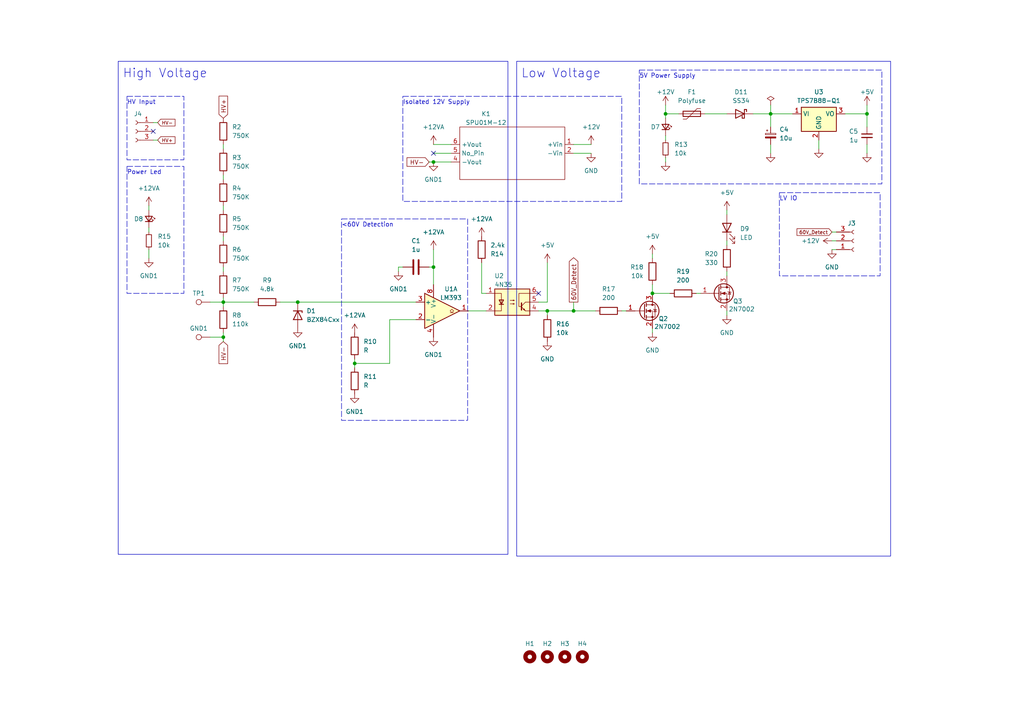
<source format=kicad_sch>
(kicad_sch
	(version 20250114)
	(generator "eeschema")
	(generator_version "9.0")
	(uuid "49aa962b-9fa6-407b-842a-3cf8300a05dc")
	(paper "A4")
	(title_block
		(title "TSAL High Voltage Detection Circuit")
		(date "2025-10-11")
		(rev "${REVISION}")
		(company "York Formula Student")
	)
	(lib_symbols
		(symbol "!LJC:L78M"
			(exclude_from_sim no)
			(in_bom yes)
			(on_board yes)
			(property "Reference" "U"
				(at 4.318 9.652 0)
				(effects
					(font
						(size 1.27 1.27)
					)
				)
			)
			(property "Value" "L78M05CDT"
				(at 5.334 7.366 0)
				(effects
					(font
						(size 1.27 1.27)
					)
				)
			)
			(property "Footprint" "Package_TO_SOT_SMD:TO-252-2"
				(at 0 0 0)
				(effects
					(font
						(size 1.27 1.27)
					)
					(hide yes)
				)
			)
			(property "Datasheet" ""
				(at 0 0 0)
				(effects
					(font
						(size 1.27 1.27)
					)
					(hide yes)
				)
			)
			(property "Description" ""
				(at 0 0 0)
				(effects
					(font
						(size 1.27 1.27)
					)
					(hide yes)
				)
			)
			(symbol "L78M_1_1"
				(rectangle
					(start 0 5.715)
					(end 10.16 -1.27)
					(stroke
						(width 0.25)
						(type default)
					)
					(fill
						(type background)
					)
				)
				(pin power_in line
					(at -2.54 3.81 0)
					(length 2.54)
					(name "VI"
						(effects
							(font
								(size 1.27 1.27)
							)
						)
					)
					(number "1"
						(effects
							(font
								(size 1.27 1.27)
							)
						)
					)
				)
				(pin power_in line
					(at 5.08 -3.81 90)
					(length 2.54)
					(name "GND"
						(effects
							(font
								(size 1.27 1.27)
							)
						)
					)
					(number "2"
						(effects
							(font
								(size 1.27 1.27)
							)
						)
					)
				)
				(pin power_out line
					(at 12.7 3.81 180)
					(length 2.54)
					(name "VO"
						(effects
							(font
								(size 1.27 1.27)
							)
						)
					)
					(number "3"
						(effects
							(font
								(size 1.27 1.27)
							)
						)
					)
				)
			)
			(embedded_fonts no)
		)
		(symbol "Comparator:LM393"
			(pin_names
				(offset 0.127)
			)
			(exclude_from_sim no)
			(in_bom yes)
			(on_board yes)
			(property "Reference" "U"
				(at 3.81 3.81 0)
				(effects
					(font
						(size 1.27 1.27)
					)
				)
			)
			(property "Value" "LM393"
				(at 6.35 -3.81 0)
				(effects
					(font
						(size 1.27 1.27)
					)
				)
			)
			(property "Footprint" ""
				(at 0 0 0)
				(effects
					(font
						(size 1.27 1.27)
					)
					(hide yes)
				)
			)
			(property "Datasheet" "http://www.ti.com/lit/ds/symlink/lm393.pdf"
				(at 0 0 0)
				(effects
					(font
						(size 1.27 1.27)
					)
					(hide yes)
				)
			)
			(property "Description" "Low-Power, Low-Offset Voltage, Dual Comparators, DIP-8/SOIC-8/TO-99-8"
				(at 0 0 0)
				(effects
					(font
						(size 1.27 1.27)
					)
					(hide yes)
				)
			)
			(property "ki_locked" ""
				(at 0 0 0)
				(effects
					(font
						(size 1.27 1.27)
					)
				)
			)
			(property "ki_keywords" "cmp open collector"
				(at 0 0 0)
				(effects
					(font
						(size 1.27 1.27)
					)
					(hide yes)
				)
			)
			(property "ki_fp_filters" "SOIC*3.9x4.9mm*P1.27mm* DIP*W7.62mm* SOP*5.28x5.23mm*P1.27mm* VSSOP*3.0x3.0mm*P0.65mm* TSSOP*4.4x3mm*P0.65mm*"
				(at 0 0 0)
				(effects
					(font
						(size 1.27 1.27)
					)
					(hide yes)
				)
			)
			(symbol "LM393_1_1"
				(polyline
					(pts
						(xy -5.08 5.08) (xy 5.08 0) (xy -5.08 -5.08) (xy -5.08 5.08)
					)
					(stroke
						(width 0.254)
						(type default)
					)
					(fill
						(type background)
					)
				)
				(polyline
					(pts
						(xy 3.302 -0.508) (xy 2.794 -0.508) (xy 3.302 0) (xy 2.794 0.508) (xy 2.286 0) (xy 2.794 -0.508)
						(xy 2.286 -0.508)
					)
					(stroke
						(width 0.127)
						(type default)
					)
					(fill
						(type none)
					)
				)
				(pin input line
					(at -7.62 2.54 0)
					(length 2.54)
					(name "+"
						(effects
							(font
								(size 1.27 1.27)
							)
						)
					)
					(number "3"
						(effects
							(font
								(size 1.27 1.27)
							)
						)
					)
				)
				(pin input line
					(at -7.62 -2.54 0)
					(length 2.54)
					(name "-"
						(effects
							(font
								(size 1.27 1.27)
							)
						)
					)
					(number "2"
						(effects
							(font
								(size 1.27 1.27)
							)
						)
					)
				)
				(pin open_collector line
					(at 7.62 0 180)
					(length 2.54)
					(name "~"
						(effects
							(font
								(size 1.27 1.27)
							)
						)
					)
					(number "1"
						(effects
							(font
								(size 1.27 1.27)
							)
						)
					)
				)
			)
			(symbol "LM393_2_1"
				(polyline
					(pts
						(xy -5.08 5.08) (xy 5.08 0) (xy -5.08 -5.08) (xy -5.08 5.08)
					)
					(stroke
						(width 0.254)
						(type default)
					)
					(fill
						(type background)
					)
				)
				(polyline
					(pts
						(xy 3.302 -0.508) (xy 2.794 -0.508) (xy 3.302 0) (xy 2.794 0.508) (xy 2.286 0) (xy 2.794 -0.508)
						(xy 2.286 -0.508)
					)
					(stroke
						(width 0.127)
						(type default)
					)
					(fill
						(type none)
					)
				)
				(pin input line
					(at -7.62 2.54 0)
					(length 2.54)
					(name "+"
						(effects
							(font
								(size 1.27 1.27)
							)
						)
					)
					(number "5"
						(effects
							(font
								(size 1.27 1.27)
							)
						)
					)
				)
				(pin input line
					(at -7.62 -2.54 0)
					(length 2.54)
					(name "-"
						(effects
							(font
								(size 1.27 1.27)
							)
						)
					)
					(number "6"
						(effects
							(font
								(size 1.27 1.27)
							)
						)
					)
				)
				(pin open_collector line
					(at 7.62 0 180)
					(length 2.54)
					(name "~"
						(effects
							(font
								(size 1.27 1.27)
							)
						)
					)
					(number "7"
						(effects
							(font
								(size 1.27 1.27)
							)
						)
					)
				)
			)
			(symbol "LM393_3_1"
				(pin power_in line
					(at -2.54 7.62 270)
					(length 3.81)
					(name "V+"
						(effects
							(font
								(size 1.27 1.27)
							)
						)
					)
					(number "8"
						(effects
							(font
								(size 1.27 1.27)
							)
						)
					)
				)
				(pin power_in line
					(at -2.54 -7.62 90)
					(length 3.81)
					(name "V-"
						(effects
							(font
								(size 1.27 1.27)
							)
						)
					)
					(number "4"
						(effects
							(font
								(size 1.27 1.27)
							)
						)
					)
				)
			)
			(embedded_fonts no)
		)
		(symbol "Components:SPU01M-12"
			(exclude_from_sim no)
			(in_bom yes)
			(on_board yes)
			(property "Reference" "K"
				(at 10.16 5.08 0)
				(effects
					(font
						(size 1.27 1.27)
					)
				)
			)
			(property "Value" "SPU01M-12"
				(at 10.16 3.175 0)
				(effects
					(font
						(size 1.27 1.27)
					)
				)
			)
			(property "Footprint" ""
				(at -1.27 0 0)
				(effects
					(font
						(size 1.27 1.27)
					)
					(hide yes)
				)
			)
			(property "Datasheet" ""
				(at -1.27 0 0)
				(effects
					(font
						(size 1.27 1.27)
					)
					(hide yes)
				)
			)
			(property "Description" ""
				(at 0 0 0)
				(effects
					(font
						(size 1.27 1.27)
					)
					(hide yes)
				)
			)
			(symbol "SPU01M-12_0_1"
				(rectangle
					(start -5.08 1.27)
					(end 25.4 -13.97)
					(stroke
						(width 0)
						(type default)
					)
					(fill
						(type none)
					)
				)
			)
			(symbol "SPU01M-12_1_1"
				(pin output line
					(at -7.62 -3.81 0)
					(length 2.54)
					(name "+Vout"
						(effects
							(font
								(size 1.27 1.27)
							)
						)
					)
					(number "6"
						(effects
							(font
								(size 1.27 1.27)
							)
						)
					)
				)
				(pin output line
					(at -7.62 -6.35 0)
					(length 2.54)
					(name "No_Pin"
						(effects
							(font
								(size 1.27 1.27)
							)
						)
					)
					(number "5"
						(effects
							(font
								(size 1.27 1.27)
							)
						)
					)
				)
				(pin output line
					(at -7.62 -8.89 0)
					(length 2.54)
					(name "-Vout"
						(effects
							(font
								(size 1.27 1.27)
							)
						)
					)
					(number "4"
						(effects
							(font
								(size 1.27 1.27)
							)
						)
					)
				)
				(pin input line
					(at 27.94 -3.81 180)
					(length 2.54)
					(name "+Vin"
						(effects
							(font
								(size 1.27 1.27)
							)
						)
					)
					(number "1"
						(effects
							(font
								(size 1.27 1.27)
							)
						)
					)
				)
				(pin input line
					(at 27.94 -6.35 180)
					(length 2.54)
					(name "-Vin"
						(effects
							(font
								(size 1.27 1.27)
							)
						)
					)
					(number "2"
						(effects
							(font
								(size 1.27 1.27)
							)
						)
					)
				)
			)
			(embedded_fonts no)
		)
		(symbol "Connector:Conn_01x03_Socket"
			(pin_names
				(offset 1.016)
				(hide yes)
			)
			(exclude_from_sim no)
			(in_bom yes)
			(on_board yes)
			(property "Reference" "J"
				(at 0 5.08 0)
				(effects
					(font
						(size 1.27 1.27)
					)
				)
			)
			(property "Value" "Conn_01x03_Socket"
				(at 0 -5.08 0)
				(effects
					(font
						(size 1.27 1.27)
					)
				)
			)
			(property "Footprint" ""
				(at 0 0 0)
				(effects
					(font
						(size 1.27 1.27)
					)
					(hide yes)
				)
			)
			(property "Datasheet" "~"
				(at 0 0 0)
				(effects
					(font
						(size 1.27 1.27)
					)
					(hide yes)
				)
			)
			(property "Description" "Generic connector, single row, 01x03, script generated"
				(at 0 0 0)
				(effects
					(font
						(size 1.27 1.27)
					)
					(hide yes)
				)
			)
			(property "ki_locked" ""
				(at 0 0 0)
				(effects
					(font
						(size 1.27 1.27)
					)
				)
			)
			(property "ki_keywords" "connector"
				(at 0 0 0)
				(effects
					(font
						(size 1.27 1.27)
					)
					(hide yes)
				)
			)
			(property "ki_fp_filters" "Connector*:*_1x??_*"
				(at 0 0 0)
				(effects
					(font
						(size 1.27 1.27)
					)
					(hide yes)
				)
			)
			(symbol "Conn_01x03_Socket_1_1"
				(polyline
					(pts
						(xy -1.27 2.54) (xy -0.508 2.54)
					)
					(stroke
						(width 0.1524)
						(type default)
					)
					(fill
						(type none)
					)
				)
				(polyline
					(pts
						(xy -1.27 0) (xy -0.508 0)
					)
					(stroke
						(width 0.1524)
						(type default)
					)
					(fill
						(type none)
					)
				)
				(polyline
					(pts
						(xy -1.27 -2.54) (xy -0.508 -2.54)
					)
					(stroke
						(width 0.1524)
						(type default)
					)
					(fill
						(type none)
					)
				)
				(arc
					(start 0 2.032)
					(mid -0.5058 2.54)
					(end 0 3.048)
					(stroke
						(width 0.1524)
						(type default)
					)
					(fill
						(type none)
					)
				)
				(arc
					(start 0 -0.508)
					(mid -0.5058 0)
					(end 0 0.508)
					(stroke
						(width 0.1524)
						(type default)
					)
					(fill
						(type none)
					)
				)
				(arc
					(start 0 -3.048)
					(mid -0.5058 -2.54)
					(end 0 -2.032)
					(stroke
						(width 0.1524)
						(type default)
					)
					(fill
						(type none)
					)
				)
				(pin passive line
					(at -5.08 2.54 0)
					(length 3.81)
					(name "Pin_1"
						(effects
							(font
								(size 1.27 1.27)
							)
						)
					)
					(number "1"
						(effects
							(font
								(size 1.27 1.27)
							)
						)
					)
				)
				(pin passive line
					(at -5.08 0 0)
					(length 3.81)
					(name "Pin_2"
						(effects
							(font
								(size 1.27 1.27)
							)
						)
					)
					(number "2"
						(effects
							(font
								(size 1.27 1.27)
							)
						)
					)
				)
				(pin passive line
					(at -5.08 -2.54 0)
					(length 3.81)
					(name "Pin_3"
						(effects
							(font
								(size 1.27 1.27)
							)
						)
					)
					(number "3"
						(effects
							(font
								(size 1.27 1.27)
							)
						)
					)
				)
			)
			(embedded_fonts no)
		)
		(symbol "Connector:TestPoint"
			(pin_numbers
				(hide yes)
			)
			(pin_names
				(offset 0.762)
				(hide yes)
			)
			(exclude_from_sim no)
			(in_bom yes)
			(on_board yes)
			(property "Reference" "TP"
				(at 0 6.858 0)
				(effects
					(font
						(size 1.27 1.27)
					)
				)
			)
			(property "Value" "TestPoint"
				(at 0 5.08 0)
				(effects
					(font
						(size 1.27 1.27)
					)
				)
			)
			(property "Footprint" ""
				(at 5.08 0 0)
				(effects
					(font
						(size 1.27 1.27)
					)
					(hide yes)
				)
			)
			(property "Datasheet" "~"
				(at 5.08 0 0)
				(effects
					(font
						(size 1.27 1.27)
					)
					(hide yes)
				)
			)
			(property "Description" "test point"
				(at 0 0 0)
				(effects
					(font
						(size 1.27 1.27)
					)
					(hide yes)
				)
			)
			(property "ki_keywords" "test point tp"
				(at 0 0 0)
				(effects
					(font
						(size 1.27 1.27)
					)
					(hide yes)
				)
			)
			(property "ki_fp_filters" "Pin* Test*"
				(at 0 0 0)
				(effects
					(font
						(size 1.27 1.27)
					)
					(hide yes)
				)
			)
			(symbol "TestPoint_0_1"
				(circle
					(center 0 3.302)
					(radius 0.762)
					(stroke
						(width 0)
						(type default)
					)
					(fill
						(type none)
					)
				)
			)
			(symbol "TestPoint_1_1"
				(pin passive line
					(at 0 0 90)
					(length 2.54)
					(name "1"
						(effects
							(font
								(size 1.27 1.27)
							)
						)
					)
					(number "1"
						(effects
							(font
								(size 1.27 1.27)
							)
						)
					)
				)
			)
			(embedded_fonts no)
		)
		(symbol "Device:C"
			(pin_numbers
				(hide yes)
			)
			(pin_names
				(offset 0.254)
			)
			(exclude_from_sim no)
			(in_bom yes)
			(on_board yes)
			(property "Reference" "C"
				(at 0.635 2.54 0)
				(effects
					(font
						(size 1.27 1.27)
					)
					(justify left)
				)
			)
			(property "Value" "C"
				(at 0.635 -2.54 0)
				(effects
					(font
						(size 1.27 1.27)
					)
					(justify left)
				)
			)
			(property "Footprint" ""
				(at 0.9652 -3.81 0)
				(effects
					(font
						(size 1.27 1.27)
					)
					(hide yes)
				)
			)
			(property "Datasheet" "~"
				(at 0 0 0)
				(effects
					(font
						(size 1.27 1.27)
					)
					(hide yes)
				)
			)
			(property "Description" "Unpolarized capacitor"
				(at 0 0 0)
				(effects
					(font
						(size 1.27 1.27)
					)
					(hide yes)
				)
			)
			(property "ki_keywords" "cap capacitor"
				(at 0 0 0)
				(effects
					(font
						(size 1.27 1.27)
					)
					(hide yes)
				)
			)
			(property "ki_fp_filters" "C_*"
				(at 0 0 0)
				(effects
					(font
						(size 1.27 1.27)
					)
					(hide yes)
				)
			)
			(symbol "C_0_1"
				(polyline
					(pts
						(xy -2.032 0.762) (xy 2.032 0.762)
					)
					(stroke
						(width 0.508)
						(type default)
					)
					(fill
						(type none)
					)
				)
				(polyline
					(pts
						(xy -2.032 -0.762) (xy 2.032 -0.762)
					)
					(stroke
						(width 0.508)
						(type default)
					)
					(fill
						(type none)
					)
				)
			)
			(symbol "C_1_1"
				(pin passive line
					(at 0 3.81 270)
					(length 2.794)
					(name "~"
						(effects
							(font
								(size 1.27 1.27)
							)
						)
					)
					(number "1"
						(effects
							(font
								(size 1.27 1.27)
							)
						)
					)
				)
				(pin passive line
					(at 0 -3.81 90)
					(length 2.794)
					(name "~"
						(effects
							(font
								(size 1.27 1.27)
							)
						)
					)
					(number "2"
						(effects
							(font
								(size 1.27 1.27)
							)
						)
					)
				)
			)
			(embedded_fonts no)
		)
		(symbol "Device:C_Polarized_Small"
			(pin_numbers
				(hide yes)
			)
			(pin_names
				(offset 0.254)
				(hide yes)
			)
			(exclude_from_sim no)
			(in_bom yes)
			(on_board yes)
			(property "Reference" "C"
				(at 0.254 1.778 0)
				(effects
					(font
						(size 1.27 1.27)
					)
					(justify left)
				)
			)
			(property "Value" "C_Polarized_Small"
				(at 0.254 -2.032 0)
				(effects
					(font
						(size 1.27 1.27)
					)
					(justify left)
				)
			)
			(property "Footprint" ""
				(at 0 0 0)
				(effects
					(font
						(size 1.27 1.27)
					)
					(hide yes)
				)
			)
			(property "Datasheet" "~"
				(at 0 0 0)
				(effects
					(font
						(size 1.27 1.27)
					)
					(hide yes)
				)
			)
			(property "Description" "Polarized capacitor, small symbol"
				(at 0 0 0)
				(effects
					(font
						(size 1.27 1.27)
					)
					(hide yes)
				)
			)
			(property "ki_keywords" "cap capacitor"
				(at 0 0 0)
				(effects
					(font
						(size 1.27 1.27)
					)
					(hide yes)
				)
			)
			(property "ki_fp_filters" "CP_*"
				(at 0 0 0)
				(effects
					(font
						(size 1.27 1.27)
					)
					(hide yes)
				)
			)
			(symbol "C_Polarized_Small_0_1"
				(rectangle
					(start -1.524 0.6858)
					(end 1.524 0.3048)
					(stroke
						(width 0)
						(type default)
					)
					(fill
						(type none)
					)
				)
				(rectangle
					(start -1.524 -0.3048)
					(end 1.524 -0.6858)
					(stroke
						(width 0)
						(type default)
					)
					(fill
						(type outline)
					)
				)
				(polyline
					(pts
						(xy -1.27 1.524) (xy -0.762 1.524)
					)
					(stroke
						(width 0)
						(type default)
					)
					(fill
						(type none)
					)
				)
				(polyline
					(pts
						(xy -1.016 1.27) (xy -1.016 1.778)
					)
					(stroke
						(width 0)
						(type default)
					)
					(fill
						(type none)
					)
				)
			)
			(symbol "C_Polarized_Small_1_1"
				(pin passive line
					(at 0 2.54 270)
					(length 1.8542)
					(name "~"
						(effects
							(font
								(size 1.27 1.27)
							)
						)
					)
					(number "1"
						(effects
							(font
								(size 1.27 1.27)
							)
						)
					)
				)
				(pin passive line
					(at 0 -2.54 90)
					(length 1.8542)
					(name "~"
						(effects
							(font
								(size 1.27 1.27)
							)
						)
					)
					(number "2"
						(effects
							(font
								(size 1.27 1.27)
							)
						)
					)
				)
			)
			(embedded_fonts no)
		)
		(symbol "Device:C_Small"
			(pin_numbers
				(hide yes)
			)
			(pin_names
				(offset 0.254)
				(hide yes)
			)
			(exclude_from_sim no)
			(in_bom yes)
			(on_board yes)
			(property "Reference" "C"
				(at 0.254 1.778 0)
				(effects
					(font
						(size 1.27 1.27)
					)
					(justify left)
				)
			)
			(property "Value" "C_Small"
				(at 0.254 -2.032 0)
				(effects
					(font
						(size 1.27 1.27)
					)
					(justify left)
				)
			)
			(property "Footprint" ""
				(at 0 0 0)
				(effects
					(font
						(size 1.27 1.27)
					)
					(hide yes)
				)
			)
			(property "Datasheet" "~"
				(at 0 0 0)
				(effects
					(font
						(size 1.27 1.27)
					)
					(hide yes)
				)
			)
			(property "Description" "Unpolarized capacitor, small symbol"
				(at 0 0 0)
				(effects
					(font
						(size 1.27 1.27)
					)
					(hide yes)
				)
			)
			(property "ki_keywords" "capacitor cap"
				(at 0 0 0)
				(effects
					(font
						(size 1.27 1.27)
					)
					(hide yes)
				)
			)
			(property "ki_fp_filters" "C_*"
				(at 0 0 0)
				(effects
					(font
						(size 1.27 1.27)
					)
					(hide yes)
				)
			)
			(symbol "C_Small_0_1"
				(polyline
					(pts
						(xy -1.524 0.508) (xy 1.524 0.508)
					)
					(stroke
						(width 0.3048)
						(type default)
					)
					(fill
						(type none)
					)
				)
				(polyline
					(pts
						(xy -1.524 -0.508) (xy 1.524 -0.508)
					)
					(stroke
						(width 0.3302)
						(type default)
					)
					(fill
						(type none)
					)
				)
			)
			(symbol "C_Small_1_1"
				(pin passive line
					(at 0 2.54 270)
					(length 2.032)
					(name "~"
						(effects
							(font
								(size 1.27 1.27)
							)
						)
					)
					(number "1"
						(effects
							(font
								(size 1.27 1.27)
							)
						)
					)
				)
				(pin passive line
					(at 0 -2.54 90)
					(length 2.032)
					(name "~"
						(effects
							(font
								(size 1.27 1.27)
							)
						)
					)
					(number "2"
						(effects
							(font
								(size 1.27 1.27)
							)
						)
					)
				)
			)
			(embedded_fonts no)
		)
		(symbol "Device:LED"
			(pin_numbers
				(hide yes)
			)
			(pin_names
				(offset 1.016)
				(hide yes)
			)
			(exclude_from_sim no)
			(in_bom yes)
			(on_board yes)
			(property "Reference" "D"
				(at 0 2.54 0)
				(effects
					(font
						(size 1.27 1.27)
					)
				)
			)
			(property "Value" "LED"
				(at 0 -2.54 0)
				(effects
					(font
						(size 1.27 1.27)
					)
				)
			)
			(property "Footprint" ""
				(at 0 0 0)
				(effects
					(font
						(size 1.27 1.27)
					)
					(hide yes)
				)
			)
			(property "Datasheet" "~"
				(at 0 0 0)
				(effects
					(font
						(size 1.27 1.27)
					)
					(hide yes)
				)
			)
			(property "Description" "Light emitting diode"
				(at 0 0 0)
				(effects
					(font
						(size 1.27 1.27)
					)
					(hide yes)
				)
			)
			(property "ki_keywords" "LED diode"
				(at 0 0 0)
				(effects
					(font
						(size 1.27 1.27)
					)
					(hide yes)
				)
			)
			(property "ki_fp_filters" "LED* LED_SMD:* LED_THT:*"
				(at 0 0 0)
				(effects
					(font
						(size 1.27 1.27)
					)
					(hide yes)
				)
			)
			(symbol "LED_0_1"
				(polyline
					(pts
						(xy -3.048 -0.762) (xy -4.572 -2.286) (xy -3.81 -2.286) (xy -4.572 -2.286) (xy -4.572 -1.524)
					)
					(stroke
						(width 0)
						(type default)
					)
					(fill
						(type none)
					)
				)
				(polyline
					(pts
						(xy -1.778 -0.762) (xy -3.302 -2.286) (xy -2.54 -2.286) (xy -3.302 -2.286) (xy -3.302 -1.524)
					)
					(stroke
						(width 0)
						(type default)
					)
					(fill
						(type none)
					)
				)
				(polyline
					(pts
						(xy -1.27 0) (xy 1.27 0)
					)
					(stroke
						(width 0)
						(type default)
					)
					(fill
						(type none)
					)
				)
				(polyline
					(pts
						(xy -1.27 -1.27) (xy -1.27 1.27)
					)
					(stroke
						(width 0.254)
						(type default)
					)
					(fill
						(type none)
					)
				)
				(polyline
					(pts
						(xy 1.27 -1.27) (xy 1.27 1.27) (xy -1.27 0) (xy 1.27 -1.27)
					)
					(stroke
						(width 0.254)
						(type default)
					)
					(fill
						(type none)
					)
				)
			)
			(symbol "LED_1_1"
				(pin passive line
					(at -3.81 0 0)
					(length 2.54)
					(name "K"
						(effects
							(font
								(size 1.27 1.27)
							)
						)
					)
					(number "1"
						(effects
							(font
								(size 1.27 1.27)
							)
						)
					)
				)
				(pin passive line
					(at 3.81 0 180)
					(length 2.54)
					(name "A"
						(effects
							(font
								(size 1.27 1.27)
							)
						)
					)
					(number "2"
						(effects
							(font
								(size 1.27 1.27)
							)
						)
					)
				)
			)
			(embedded_fonts no)
		)
		(symbol "Device:LED_Small"
			(pin_numbers
				(hide yes)
			)
			(pin_names
				(offset 0.254)
				(hide yes)
			)
			(exclude_from_sim no)
			(in_bom yes)
			(on_board yes)
			(property "Reference" "D"
				(at -1.27 3.175 0)
				(effects
					(font
						(size 1.27 1.27)
					)
					(justify left)
				)
			)
			(property "Value" "LED_Small"
				(at -4.445 -2.54 0)
				(effects
					(font
						(size 1.27 1.27)
					)
					(justify left)
				)
			)
			(property "Footprint" ""
				(at 0 0 90)
				(effects
					(font
						(size 1.27 1.27)
					)
					(hide yes)
				)
			)
			(property "Datasheet" "~"
				(at 0 0 90)
				(effects
					(font
						(size 1.27 1.27)
					)
					(hide yes)
				)
			)
			(property "Description" "Light emitting diode, small symbol"
				(at 0 0 0)
				(effects
					(font
						(size 1.27 1.27)
					)
					(hide yes)
				)
			)
			(property "Sim.Pin" "1=K 2=A"
				(at 0 0 0)
				(effects
					(font
						(size 1.27 1.27)
					)
					(hide yes)
				)
			)
			(property "ki_keywords" "LED diode light-emitting-diode"
				(at 0 0 0)
				(effects
					(font
						(size 1.27 1.27)
					)
					(hide yes)
				)
			)
			(property "ki_fp_filters" "LED* LED_SMD:* LED_THT:*"
				(at 0 0 0)
				(effects
					(font
						(size 1.27 1.27)
					)
					(hide yes)
				)
			)
			(symbol "LED_Small_0_1"
				(polyline
					(pts
						(xy -0.762 -1.016) (xy -0.762 1.016)
					)
					(stroke
						(width 0.254)
						(type default)
					)
					(fill
						(type none)
					)
				)
				(polyline
					(pts
						(xy 0 0.762) (xy -0.508 1.27) (xy -0.254 1.27) (xy -0.508 1.27) (xy -0.508 1.016)
					)
					(stroke
						(width 0)
						(type default)
					)
					(fill
						(type none)
					)
				)
				(polyline
					(pts
						(xy 0.508 1.27) (xy 0 1.778) (xy 0.254 1.778) (xy 0 1.778) (xy 0 1.524)
					)
					(stroke
						(width 0)
						(type default)
					)
					(fill
						(type none)
					)
				)
				(polyline
					(pts
						(xy 0.762 -1.016) (xy -0.762 0) (xy 0.762 1.016) (xy 0.762 -1.016)
					)
					(stroke
						(width 0.254)
						(type default)
					)
					(fill
						(type none)
					)
				)
				(polyline
					(pts
						(xy 1.016 0) (xy -0.762 0)
					)
					(stroke
						(width 0)
						(type default)
					)
					(fill
						(type none)
					)
				)
			)
			(symbol "LED_Small_1_1"
				(pin passive line
					(at -2.54 0 0)
					(length 1.778)
					(name "K"
						(effects
							(font
								(size 1.27 1.27)
							)
						)
					)
					(number "1"
						(effects
							(font
								(size 1.27 1.27)
							)
						)
					)
				)
				(pin passive line
					(at 2.54 0 180)
					(length 1.778)
					(name "A"
						(effects
							(font
								(size 1.27 1.27)
							)
						)
					)
					(number "2"
						(effects
							(font
								(size 1.27 1.27)
							)
						)
					)
				)
			)
			(embedded_fonts no)
		)
		(symbol "Device:Polyfuse"
			(pin_numbers
				(hide yes)
			)
			(pin_names
				(offset 0)
			)
			(exclude_from_sim no)
			(in_bom yes)
			(on_board yes)
			(property "Reference" "F"
				(at -2.54 0 90)
				(effects
					(font
						(size 1.27 1.27)
					)
				)
			)
			(property "Value" "Polyfuse"
				(at 2.54 0 90)
				(effects
					(font
						(size 1.27 1.27)
					)
				)
			)
			(property "Footprint" ""
				(at 1.27 -5.08 0)
				(effects
					(font
						(size 1.27 1.27)
					)
					(justify left)
					(hide yes)
				)
			)
			(property "Datasheet" "~"
				(at 0 0 0)
				(effects
					(font
						(size 1.27 1.27)
					)
					(hide yes)
				)
			)
			(property "Description" "Resettable fuse, polymeric positive temperature coefficient"
				(at 0 0 0)
				(effects
					(font
						(size 1.27 1.27)
					)
					(hide yes)
				)
			)
			(property "ki_keywords" "resettable fuse PTC PPTC polyfuse polyswitch"
				(at 0 0 0)
				(effects
					(font
						(size 1.27 1.27)
					)
					(hide yes)
				)
			)
			(property "ki_fp_filters" "*polyfuse* *PTC*"
				(at 0 0 0)
				(effects
					(font
						(size 1.27 1.27)
					)
					(hide yes)
				)
			)
			(symbol "Polyfuse_0_1"
				(polyline
					(pts
						(xy -1.524 2.54) (xy -1.524 1.524) (xy 1.524 -1.524) (xy 1.524 -2.54)
					)
					(stroke
						(width 0)
						(type default)
					)
					(fill
						(type none)
					)
				)
				(rectangle
					(start -0.762 2.54)
					(end 0.762 -2.54)
					(stroke
						(width 0.254)
						(type default)
					)
					(fill
						(type none)
					)
				)
				(polyline
					(pts
						(xy 0 2.54) (xy 0 -2.54)
					)
					(stroke
						(width 0)
						(type default)
					)
					(fill
						(type none)
					)
				)
			)
			(symbol "Polyfuse_1_1"
				(pin passive line
					(at 0 3.81 270)
					(length 1.27)
					(name "~"
						(effects
							(font
								(size 1.27 1.27)
							)
						)
					)
					(number "1"
						(effects
							(font
								(size 1.27 1.27)
							)
						)
					)
				)
				(pin passive line
					(at 0 -3.81 90)
					(length 1.27)
					(name "~"
						(effects
							(font
								(size 1.27 1.27)
							)
						)
					)
					(number "2"
						(effects
							(font
								(size 1.27 1.27)
							)
						)
					)
				)
			)
			(embedded_fonts no)
		)
		(symbol "Device:R"
			(pin_numbers
				(hide yes)
			)
			(pin_names
				(offset 0)
			)
			(exclude_from_sim no)
			(in_bom yes)
			(on_board yes)
			(property "Reference" "R"
				(at 2.032 0 90)
				(effects
					(font
						(size 1.27 1.27)
					)
				)
			)
			(property "Value" "R"
				(at 0 0 90)
				(effects
					(font
						(size 1.27 1.27)
					)
				)
			)
			(property "Footprint" ""
				(at -1.778 0 90)
				(effects
					(font
						(size 1.27 1.27)
					)
					(hide yes)
				)
			)
			(property "Datasheet" "~"
				(at 0 0 0)
				(effects
					(font
						(size 1.27 1.27)
					)
					(hide yes)
				)
			)
			(property "Description" "Resistor"
				(at 0 0 0)
				(effects
					(font
						(size 1.27 1.27)
					)
					(hide yes)
				)
			)
			(property "ki_keywords" "R res resistor"
				(at 0 0 0)
				(effects
					(font
						(size 1.27 1.27)
					)
					(hide yes)
				)
			)
			(property "ki_fp_filters" "R_*"
				(at 0 0 0)
				(effects
					(font
						(size 1.27 1.27)
					)
					(hide yes)
				)
			)
			(symbol "R_0_1"
				(rectangle
					(start -1.016 -2.54)
					(end 1.016 2.54)
					(stroke
						(width 0.254)
						(type default)
					)
					(fill
						(type none)
					)
				)
			)
			(symbol "R_1_1"
				(pin passive line
					(at 0 3.81 270)
					(length 1.27)
					(name "~"
						(effects
							(font
								(size 1.27 1.27)
							)
						)
					)
					(number "1"
						(effects
							(font
								(size 1.27 1.27)
							)
						)
					)
				)
				(pin passive line
					(at 0 -3.81 90)
					(length 1.27)
					(name "~"
						(effects
							(font
								(size 1.27 1.27)
							)
						)
					)
					(number "2"
						(effects
							(font
								(size 1.27 1.27)
							)
						)
					)
				)
			)
			(embedded_fonts no)
		)
		(symbol "Device:R_Small"
			(pin_numbers
				(hide yes)
			)
			(pin_names
				(offset 0.254)
				(hide yes)
			)
			(exclude_from_sim no)
			(in_bom yes)
			(on_board yes)
			(property "Reference" "R"
				(at 0.762 0.508 0)
				(effects
					(font
						(size 1.27 1.27)
					)
					(justify left)
				)
			)
			(property "Value" "R_Small"
				(at 0.762 -1.016 0)
				(effects
					(font
						(size 1.27 1.27)
					)
					(justify left)
				)
			)
			(property "Footprint" ""
				(at 0 0 0)
				(effects
					(font
						(size 1.27 1.27)
					)
					(hide yes)
				)
			)
			(property "Datasheet" "~"
				(at 0 0 0)
				(effects
					(font
						(size 1.27 1.27)
					)
					(hide yes)
				)
			)
			(property "Description" "Resistor, small symbol"
				(at 0 0 0)
				(effects
					(font
						(size 1.27 1.27)
					)
					(hide yes)
				)
			)
			(property "ki_keywords" "R resistor"
				(at 0 0 0)
				(effects
					(font
						(size 1.27 1.27)
					)
					(hide yes)
				)
			)
			(property "ki_fp_filters" "R_*"
				(at 0 0 0)
				(effects
					(font
						(size 1.27 1.27)
					)
					(hide yes)
				)
			)
			(symbol "R_Small_0_1"
				(rectangle
					(start -0.762 1.778)
					(end 0.762 -1.778)
					(stroke
						(width 0.2032)
						(type default)
					)
					(fill
						(type none)
					)
				)
			)
			(symbol "R_Small_1_1"
				(pin passive line
					(at 0 2.54 270)
					(length 0.762)
					(name "~"
						(effects
							(font
								(size 1.27 1.27)
							)
						)
					)
					(number "1"
						(effects
							(font
								(size 1.27 1.27)
							)
						)
					)
				)
				(pin passive line
					(at 0 -2.54 90)
					(length 0.762)
					(name "~"
						(effects
							(font
								(size 1.27 1.27)
							)
						)
					)
					(number "2"
						(effects
							(font
								(size 1.27 1.27)
							)
						)
					)
				)
			)
			(embedded_fonts no)
		)
		(symbol "Diode:BZX84Cxx"
			(pin_numbers
				(hide yes)
			)
			(pin_names
				(hide yes)
			)
			(exclude_from_sim no)
			(in_bom yes)
			(on_board yes)
			(property "Reference" "D"
				(at 0 3.81 0)
				(effects
					(font
						(size 1.27 1.27)
					)
				)
			)
			(property "Value" "BZX84Cxx"
				(at 0 -3.81 0)
				(effects
					(font
						(size 1.27 1.27)
					)
				)
			)
			(property "Footprint" "Package_TO_SOT_SMD:SOT-23"
				(at 0 0 0)
				(effects
					(font
						(size 1.27 1.27)
					)
					(hide yes)
				)
			)
			(property "Datasheet" "https://diotec.com/tl_files/diotec/files/pdf/datasheets/bzx84c2v4.pdf"
				(at 0 0 0)
				(effects
					(font
						(size 1.27 1.27)
					)
					(hide yes)
				)
			)
			(property "Description" "300mW Zener Diode, SOT-23"
				(at 0 0 0)
				(effects
					(font
						(size 1.27 1.27)
					)
					(hide yes)
				)
			)
			(property "ki_keywords" "zener diode"
				(at 0 0 0)
				(effects
					(font
						(size 1.27 1.27)
					)
					(hide yes)
				)
			)
			(property "ki_fp_filters" "SOT?23*"
				(at 0 0 0)
				(effects
					(font
						(size 1.27 1.27)
					)
					(hide yes)
				)
			)
			(symbol "BZX84Cxx_0_1"
				(polyline
					(pts
						(xy -1.27 -1.27) (xy -1.27 1.27) (xy -0.762 1.27)
					)
					(stroke
						(width 0.254)
						(type default)
					)
					(fill
						(type none)
					)
				)
				(polyline
					(pts
						(xy 1.27 0) (xy -1.27 0)
					)
					(stroke
						(width 0)
						(type default)
					)
					(fill
						(type none)
					)
				)
				(polyline
					(pts
						(xy 1.27 -1.27) (xy 1.27 1.27) (xy -1.27 0) (xy 1.27 -1.27)
					)
					(stroke
						(width 0.254)
						(type default)
					)
					(fill
						(type none)
					)
				)
			)
			(symbol "BZX84Cxx_1_1"
				(pin passive line
					(at -3.81 0 0)
					(length 2.54)
					(name "K"
						(effects
							(font
								(size 1.27 1.27)
							)
						)
					)
					(number "3"
						(effects
							(font
								(size 1.27 1.27)
							)
						)
					)
				)
				(pin no_connect line
					(at 1.27 0 180)
					(length 2.54)
					(hide yes)
					(name "NC"
						(effects
							(font
								(size 1.27 1.27)
							)
						)
					)
					(number "2"
						(effects
							(font
								(size 1.27 1.27)
							)
						)
					)
				)
				(pin passive line
					(at 3.81 0 180)
					(length 2.54)
					(name "A"
						(effects
							(font
								(size 1.27 1.27)
							)
						)
					)
					(number "1"
						(effects
							(font
								(size 1.27 1.27)
							)
						)
					)
				)
			)
			(embedded_fonts no)
		)
		(symbol "Diode:SS34"
			(pin_numbers
				(hide yes)
			)
			(pin_names
				(offset 1.016)
				(hide yes)
			)
			(exclude_from_sim no)
			(in_bom yes)
			(on_board yes)
			(property "Reference" "D"
				(at 0 2.54 0)
				(effects
					(font
						(size 1.27 1.27)
					)
				)
			)
			(property "Value" "SS34"
				(at 0 -2.54 0)
				(effects
					(font
						(size 1.27 1.27)
					)
				)
			)
			(property "Footprint" "Diode_SMD:D_SMA"
				(at 0 -4.445 0)
				(effects
					(font
						(size 1.27 1.27)
					)
					(hide yes)
				)
			)
			(property "Datasheet" "https://www.vishay.com/docs/88751/ss32.pdf"
				(at 0 0 0)
				(effects
					(font
						(size 1.27 1.27)
					)
					(hide yes)
				)
			)
			(property "Description" "40V 3A Schottky Diode, SMA"
				(at 0 0 0)
				(effects
					(font
						(size 1.27 1.27)
					)
					(hide yes)
				)
			)
			(property "ki_keywords" "diode Schottky"
				(at 0 0 0)
				(effects
					(font
						(size 1.27 1.27)
					)
					(hide yes)
				)
			)
			(property "ki_fp_filters" "D*SMA*"
				(at 0 0 0)
				(effects
					(font
						(size 1.27 1.27)
					)
					(hide yes)
				)
			)
			(symbol "SS34_0_1"
				(polyline
					(pts
						(xy -1.905 0.635) (xy -1.905 1.27) (xy -1.27 1.27) (xy -1.27 -1.27) (xy -0.635 -1.27) (xy -0.635 -0.635)
					)
					(stroke
						(width 0.254)
						(type default)
					)
					(fill
						(type none)
					)
				)
				(polyline
					(pts
						(xy 1.27 1.27) (xy 1.27 -1.27) (xy -1.27 0) (xy 1.27 1.27)
					)
					(stroke
						(width 0.254)
						(type default)
					)
					(fill
						(type none)
					)
				)
				(polyline
					(pts
						(xy 1.27 0) (xy -1.27 0)
					)
					(stroke
						(width 0)
						(type default)
					)
					(fill
						(type none)
					)
				)
			)
			(symbol "SS34_1_1"
				(pin passive line
					(at -3.81 0 0)
					(length 2.54)
					(name "K"
						(effects
							(font
								(size 1.27 1.27)
							)
						)
					)
					(number "1"
						(effects
							(font
								(size 1.27 1.27)
							)
						)
					)
				)
				(pin passive line
					(at 3.81 0 180)
					(length 2.54)
					(name "A"
						(effects
							(font
								(size 1.27 1.27)
							)
						)
					)
					(number "2"
						(effects
							(font
								(size 1.27 1.27)
							)
						)
					)
				)
			)
			(embedded_fonts no)
		)
		(symbol "Isolator:4N35"
			(pin_names
				(offset 1.016)
			)
			(exclude_from_sim no)
			(in_bom yes)
			(on_board yes)
			(property "Reference" "U"
				(at -5.08 5.08 0)
				(effects
					(font
						(size 1.27 1.27)
					)
					(justify left)
				)
			)
			(property "Value" "4N35"
				(at 0 5.08 0)
				(effects
					(font
						(size 1.27 1.27)
					)
					(justify left)
				)
			)
			(property "Footprint" "Package_DIP:DIP-6_W7.62mm"
				(at -5.08 -5.08 0)
				(effects
					(font
						(size 1.27 1.27)
						(italic yes)
					)
					(justify left)
					(hide yes)
				)
			)
			(property "Datasheet" "https://www.vishay.com/docs/81181/4n35.pdf"
				(at 0 0 0)
				(effects
					(font
						(size 1.27 1.27)
					)
					(justify left)
					(hide yes)
				)
			)
			(property "Description" "Optocoupler, Phototransistor Output, with Base Connection, Vce 70V, CTR 100%, Viso 5000V, DIP6"
				(at 0 0 0)
				(effects
					(font
						(size 1.27 1.27)
					)
					(hide yes)
				)
			)
			(property "ki_keywords" "NPN DC Optocoupler Base Connected"
				(at 0 0 0)
				(effects
					(font
						(size 1.27 1.27)
					)
					(hide yes)
				)
			)
			(property "ki_fp_filters" "DIP*W7.62mm*"
				(at 0 0 0)
				(effects
					(font
						(size 1.27 1.27)
					)
					(hide yes)
				)
			)
			(symbol "4N35_0_1"
				(rectangle
					(start -5.08 3.81)
					(end 5.08 -3.81)
					(stroke
						(width 0.254)
						(type default)
					)
					(fill
						(type background)
					)
				)
				(polyline
					(pts
						(xy -5.08 -2.54) (xy -3.175 -2.54) (xy -3.175 2.54) (xy -5.08 2.54)
					)
					(stroke
						(width 0)
						(type default)
					)
					(fill
						(type none)
					)
				)
				(polyline
					(pts
						(xy -3.81 -0.635) (xy -2.54 -0.635)
					)
					(stroke
						(width 0.254)
						(type default)
					)
					(fill
						(type none)
					)
				)
				(polyline
					(pts
						(xy -3.175 -0.635) (xy -3.81 0.635) (xy -2.54 0.635) (xy -3.175 -0.635)
					)
					(stroke
						(width 0.254)
						(type default)
					)
					(fill
						(type none)
					)
				)
				(polyline
					(pts
						(xy -0.635 0.508) (xy 0.635 0.508) (xy 0.254 0.381) (xy 0.254 0.635) (xy 0.635 0.508)
					)
					(stroke
						(width 0)
						(type default)
					)
					(fill
						(type none)
					)
				)
				(polyline
					(pts
						(xy -0.635 -0.508) (xy 0.635 -0.508) (xy 0.254 -0.635) (xy 0.254 -0.381) (xy 0.635 -0.508)
					)
					(stroke
						(width 0)
						(type default)
					)
					(fill
						(type none)
					)
				)
				(polyline
					(pts
						(xy 2.667 -0.254) (xy 2.667 -2.286) (xy 2.667 -2.286)
					)
					(stroke
						(width 0.3556)
						(type default)
					)
					(fill
						(type none)
					)
				)
				(polyline
					(pts
						(xy 2.667 -1.143) (xy 3.81 0)
					)
					(stroke
						(width 0)
						(type default)
					)
					(fill
						(type none)
					)
				)
				(polyline
					(pts
						(xy 2.667 -1.397) (xy 3.81 -2.54)
					)
					(stroke
						(width 0)
						(type default)
					)
					(fill
						(type none)
					)
				)
				(polyline
					(pts
						(xy 3.683 -2.413) (xy 3.429 -1.905) (xy 3.175 -2.159) (xy 3.683 -2.413)
					)
					(stroke
						(width 0)
						(type default)
					)
					(fill
						(type none)
					)
				)
				(polyline
					(pts
						(xy 3.81 0) (xy 5.08 0)
					)
					(stroke
						(width 0)
						(type default)
					)
					(fill
						(type none)
					)
				)
				(polyline
					(pts
						(xy 3.81 -2.54) (xy 5.08 -2.54)
					)
					(stroke
						(width 0)
						(type default)
					)
					(fill
						(type none)
					)
				)
				(polyline
					(pts
						(xy 5.08 2.54) (xy 1.905 2.54) (xy 1.905 -1.27) (xy 2.54 -1.27)
					)
					(stroke
						(width 0)
						(type default)
					)
					(fill
						(type none)
					)
				)
			)
			(symbol "4N35_1_1"
				(pin passive line
					(at -7.62 2.54 0)
					(length 2.54)
					(name "~"
						(effects
							(font
								(size 1.27 1.27)
							)
						)
					)
					(number "1"
						(effects
							(font
								(size 1.27 1.27)
							)
						)
					)
				)
				(pin passive line
					(at -7.62 -2.54 0)
					(length 2.54)
					(name "~"
						(effects
							(font
								(size 1.27 1.27)
							)
						)
					)
					(number "2"
						(effects
							(font
								(size 1.27 1.27)
							)
						)
					)
				)
				(pin no_connect line
					(at -5.08 0 0)
					(length 2.54)
					(hide yes)
					(name "NC"
						(effects
							(font
								(size 1.27 1.27)
							)
						)
					)
					(number "3"
						(effects
							(font
								(size 1.27 1.27)
							)
						)
					)
				)
				(pin passive line
					(at 7.62 2.54 180)
					(length 2.54)
					(name "~"
						(effects
							(font
								(size 1.27 1.27)
							)
						)
					)
					(number "6"
						(effects
							(font
								(size 1.27 1.27)
							)
						)
					)
				)
				(pin passive line
					(at 7.62 0 180)
					(length 2.54)
					(name "~"
						(effects
							(font
								(size 1.27 1.27)
							)
						)
					)
					(number "5"
						(effects
							(font
								(size 1.27 1.27)
							)
						)
					)
				)
				(pin passive line
					(at 7.62 -2.54 180)
					(length 2.54)
					(name "~"
						(effects
							(font
								(size 1.27 1.27)
							)
						)
					)
					(number "4"
						(effects
							(font
								(size 1.27 1.27)
							)
						)
					)
				)
			)
			(embedded_fonts no)
		)
		(symbol "Mechanical:MountingHole"
			(pin_names
				(offset 1.016)
			)
			(exclude_from_sim yes)
			(in_bom no)
			(on_board yes)
			(property "Reference" "H"
				(at 0 5.08 0)
				(effects
					(font
						(size 1.27 1.27)
					)
				)
			)
			(property "Value" "MountingHole"
				(at 0 3.175 0)
				(effects
					(font
						(size 1.27 1.27)
					)
				)
			)
			(property "Footprint" ""
				(at 0 0 0)
				(effects
					(font
						(size 1.27 1.27)
					)
					(hide yes)
				)
			)
			(property "Datasheet" "~"
				(at 0 0 0)
				(effects
					(font
						(size 1.27 1.27)
					)
					(hide yes)
				)
			)
			(property "Description" "Mounting Hole without connection"
				(at 0 0 0)
				(effects
					(font
						(size 1.27 1.27)
					)
					(hide yes)
				)
			)
			(property "ki_keywords" "mounting hole"
				(at 0 0 0)
				(effects
					(font
						(size 1.27 1.27)
					)
					(hide yes)
				)
			)
			(property "ki_fp_filters" "MountingHole*"
				(at 0 0 0)
				(effects
					(font
						(size 1.27 1.27)
					)
					(hide yes)
				)
			)
			(symbol "MountingHole_0_1"
				(circle
					(center 0 0)
					(radius 1.27)
					(stroke
						(width 1.27)
						(type default)
					)
					(fill
						(type none)
					)
				)
			)
			(embedded_fonts no)
		)
		(symbol "Transistor_FET:2N7002"
			(pin_names
				(hide yes)
			)
			(exclude_from_sim no)
			(in_bom yes)
			(on_board yes)
			(property "Reference" "Q"
				(at 5.08 1.905 0)
				(effects
					(font
						(size 1.27 1.27)
					)
					(justify left)
				)
			)
			(property "Value" "2N7002"
				(at 5.08 0 0)
				(effects
					(font
						(size 1.27 1.27)
					)
					(justify left)
				)
			)
			(property "Footprint" "Package_TO_SOT_SMD:SOT-23"
				(at 5.08 -1.905 0)
				(effects
					(font
						(size 1.27 1.27)
						(italic yes)
					)
					(justify left)
					(hide yes)
				)
			)
			(property "Datasheet" "https://www.onsemi.com/pub/Collateral/NDS7002A-D.PDF"
				(at 5.08 -3.81 0)
				(effects
					(font
						(size 1.27 1.27)
					)
					(justify left)
					(hide yes)
				)
			)
			(property "Description" "0.115A Id, 60V Vds, N-Channel MOSFET, SOT-23"
				(at 0 0 0)
				(effects
					(font
						(size 1.27 1.27)
					)
					(hide yes)
				)
			)
			(property "ki_keywords" "N-Channel Switching MOSFET"
				(at 0 0 0)
				(effects
					(font
						(size 1.27 1.27)
					)
					(hide yes)
				)
			)
			(property "ki_fp_filters" "SOT?23*"
				(at 0 0 0)
				(effects
					(font
						(size 1.27 1.27)
					)
					(hide yes)
				)
			)
			(symbol "2N7002_0_1"
				(polyline
					(pts
						(xy 0.254 1.905) (xy 0.254 -1.905)
					)
					(stroke
						(width 0.254)
						(type default)
					)
					(fill
						(type none)
					)
				)
				(polyline
					(pts
						(xy 0.254 0) (xy -2.54 0)
					)
					(stroke
						(width 0)
						(type default)
					)
					(fill
						(type none)
					)
				)
				(polyline
					(pts
						(xy 0.762 2.286) (xy 0.762 1.27)
					)
					(stroke
						(width 0.254)
						(type default)
					)
					(fill
						(type none)
					)
				)
				(polyline
					(pts
						(xy 0.762 0.508) (xy 0.762 -0.508)
					)
					(stroke
						(width 0.254)
						(type default)
					)
					(fill
						(type none)
					)
				)
				(polyline
					(pts
						(xy 0.762 -1.27) (xy 0.762 -2.286)
					)
					(stroke
						(width 0.254)
						(type default)
					)
					(fill
						(type none)
					)
				)
				(polyline
					(pts
						(xy 0.762 -1.778) (xy 3.302 -1.778) (xy 3.302 1.778) (xy 0.762 1.778)
					)
					(stroke
						(width 0)
						(type default)
					)
					(fill
						(type none)
					)
				)
				(polyline
					(pts
						(xy 1.016 0) (xy 2.032 0.381) (xy 2.032 -0.381) (xy 1.016 0)
					)
					(stroke
						(width 0)
						(type default)
					)
					(fill
						(type outline)
					)
				)
				(circle
					(center 1.651 0)
					(radius 2.794)
					(stroke
						(width 0.254)
						(type default)
					)
					(fill
						(type none)
					)
				)
				(polyline
					(pts
						(xy 2.54 2.54) (xy 2.54 1.778)
					)
					(stroke
						(width 0)
						(type default)
					)
					(fill
						(type none)
					)
				)
				(circle
					(center 2.54 1.778)
					(radius 0.254)
					(stroke
						(width 0)
						(type default)
					)
					(fill
						(type outline)
					)
				)
				(circle
					(center 2.54 -1.778)
					(radius 0.254)
					(stroke
						(width 0)
						(type default)
					)
					(fill
						(type outline)
					)
				)
				(polyline
					(pts
						(xy 2.54 -2.54) (xy 2.54 0) (xy 0.762 0)
					)
					(stroke
						(width 0)
						(type default)
					)
					(fill
						(type none)
					)
				)
				(polyline
					(pts
						(xy 2.794 0.508) (xy 2.921 0.381) (xy 3.683 0.381) (xy 3.81 0.254)
					)
					(stroke
						(width 0)
						(type default)
					)
					(fill
						(type none)
					)
				)
				(polyline
					(pts
						(xy 3.302 0.381) (xy 2.921 -0.254) (xy 3.683 -0.254) (xy 3.302 0.381)
					)
					(stroke
						(width 0)
						(type default)
					)
					(fill
						(type none)
					)
				)
			)
			(symbol "2N7002_1_1"
				(pin input line
					(at -5.08 0 0)
					(length 2.54)
					(name "G"
						(effects
							(font
								(size 1.27 1.27)
							)
						)
					)
					(number "1"
						(effects
							(font
								(size 1.27 1.27)
							)
						)
					)
				)
				(pin passive line
					(at 2.54 5.08 270)
					(length 2.54)
					(name "D"
						(effects
							(font
								(size 1.27 1.27)
							)
						)
					)
					(number "3"
						(effects
							(font
								(size 1.27 1.27)
							)
						)
					)
				)
				(pin passive line
					(at 2.54 -5.08 90)
					(length 2.54)
					(name "S"
						(effects
							(font
								(size 1.27 1.27)
							)
						)
					)
					(number "2"
						(effects
							(font
								(size 1.27 1.27)
							)
						)
					)
				)
			)
			(embedded_fonts no)
		)
		(symbol "power:+12V"
			(power)
			(pin_names
				(offset 0)
			)
			(exclude_from_sim no)
			(in_bom yes)
			(on_board yes)
			(property "Reference" "#PWR"
				(at 0 -3.81 0)
				(effects
					(font
						(size 1.27 1.27)
					)
					(hide yes)
				)
			)
			(property "Value" "+12V"
				(at 0 3.556 0)
				(effects
					(font
						(size 1.27 1.27)
					)
				)
			)
			(property "Footprint" ""
				(at 0 0 0)
				(effects
					(font
						(size 1.27 1.27)
					)
					(hide yes)
				)
			)
			(property "Datasheet" ""
				(at 0 0 0)
				(effects
					(font
						(size 1.27 1.27)
					)
					(hide yes)
				)
			)
			(property "Description" "Power symbol creates a global label with name \"+12V\""
				(at 0 0 0)
				(effects
					(font
						(size 1.27 1.27)
					)
					(hide yes)
				)
			)
			(property "ki_keywords" "global power"
				(at 0 0 0)
				(effects
					(font
						(size 1.27 1.27)
					)
					(hide yes)
				)
			)
			(symbol "+12V_0_1"
				(polyline
					(pts
						(xy -0.762 1.27) (xy 0 2.54)
					)
					(stroke
						(width 0)
						(type default)
					)
					(fill
						(type none)
					)
				)
				(polyline
					(pts
						(xy 0 2.54) (xy 0.762 1.27)
					)
					(stroke
						(width 0)
						(type default)
					)
					(fill
						(type none)
					)
				)
				(polyline
					(pts
						(xy 0 0) (xy 0 2.54)
					)
					(stroke
						(width 0)
						(type default)
					)
					(fill
						(type none)
					)
				)
			)
			(symbol "+12V_1_1"
				(pin power_in line
					(at 0 0 90)
					(length 0)
					(hide yes)
					(name "+12V"
						(effects
							(font
								(size 1.27 1.27)
							)
						)
					)
					(number "1"
						(effects
							(font
								(size 1.27 1.27)
							)
						)
					)
				)
			)
			(embedded_fonts no)
		)
		(symbol "power:+12VA"
			(power)
			(pin_names
				(offset 0)
			)
			(exclude_from_sim no)
			(in_bom yes)
			(on_board yes)
			(property "Reference" "#PWR"
				(at 0 -3.81 0)
				(effects
					(font
						(size 1.27 1.27)
					)
					(hide yes)
				)
			)
			(property "Value" "+12VA"
				(at 0 3.556 0)
				(effects
					(font
						(size 1.27 1.27)
					)
				)
			)
			(property "Footprint" ""
				(at 0 0 0)
				(effects
					(font
						(size 1.27 1.27)
					)
					(hide yes)
				)
			)
			(property "Datasheet" ""
				(at 0 0 0)
				(effects
					(font
						(size 1.27 1.27)
					)
					(hide yes)
				)
			)
			(property "Description" "Power symbol creates a global label with name \"+12VA\""
				(at 0 0 0)
				(effects
					(font
						(size 1.27 1.27)
					)
					(hide yes)
				)
			)
			(property "ki_keywords" "global power"
				(at 0 0 0)
				(effects
					(font
						(size 1.27 1.27)
					)
					(hide yes)
				)
			)
			(symbol "+12VA_0_1"
				(polyline
					(pts
						(xy -0.762 1.27) (xy 0 2.54)
					)
					(stroke
						(width 0)
						(type default)
					)
					(fill
						(type none)
					)
				)
				(polyline
					(pts
						(xy 0 2.54) (xy 0.762 1.27)
					)
					(stroke
						(width 0)
						(type default)
					)
					(fill
						(type none)
					)
				)
				(polyline
					(pts
						(xy 0 0) (xy 0 2.54)
					)
					(stroke
						(width 0)
						(type default)
					)
					(fill
						(type none)
					)
				)
			)
			(symbol "+12VA_1_1"
				(pin power_in line
					(at 0 0 90)
					(length 0)
					(hide yes)
					(name "+12VA"
						(effects
							(font
								(size 1.27 1.27)
							)
						)
					)
					(number "1"
						(effects
							(font
								(size 1.27 1.27)
							)
						)
					)
				)
			)
			(embedded_fonts no)
		)
		(symbol "power:+5V"
			(power)
			(pin_names
				(offset 0)
			)
			(exclude_from_sim no)
			(in_bom yes)
			(on_board yes)
			(property "Reference" "#PWR"
				(at 0 -3.81 0)
				(effects
					(font
						(size 1.27 1.27)
					)
					(hide yes)
				)
			)
			(property "Value" "+5V"
				(at 0 3.556 0)
				(effects
					(font
						(size 1.27 1.27)
					)
				)
			)
			(property "Footprint" ""
				(at 0 0 0)
				(effects
					(font
						(size 1.27 1.27)
					)
					(hide yes)
				)
			)
			(property "Datasheet" ""
				(at 0 0 0)
				(effects
					(font
						(size 1.27 1.27)
					)
					(hide yes)
				)
			)
			(property "Description" "Power symbol creates a global label with name \"+5V\""
				(at 0 0 0)
				(effects
					(font
						(size 1.27 1.27)
					)
					(hide yes)
				)
			)
			(property "ki_keywords" "global power"
				(at 0 0 0)
				(effects
					(font
						(size 1.27 1.27)
					)
					(hide yes)
				)
			)
			(symbol "+5V_0_1"
				(polyline
					(pts
						(xy -0.762 1.27) (xy 0 2.54)
					)
					(stroke
						(width 0)
						(type default)
					)
					(fill
						(type none)
					)
				)
				(polyline
					(pts
						(xy 0 2.54) (xy 0.762 1.27)
					)
					(stroke
						(width 0)
						(type default)
					)
					(fill
						(type none)
					)
				)
				(polyline
					(pts
						(xy 0 0) (xy 0 2.54)
					)
					(stroke
						(width 0)
						(type default)
					)
					(fill
						(type none)
					)
				)
			)
			(symbol "+5V_1_1"
				(pin power_in line
					(at 0 0 90)
					(length 0)
					(hide yes)
					(name "+5V"
						(effects
							(font
								(size 1.27 1.27)
							)
						)
					)
					(number "1"
						(effects
							(font
								(size 1.27 1.27)
							)
						)
					)
				)
			)
			(embedded_fonts no)
		)
		(symbol "power:GND"
			(power)
			(pin_names
				(offset 0)
			)
			(exclude_from_sim no)
			(in_bom yes)
			(on_board yes)
			(property "Reference" "#PWR"
				(at 0 -6.35 0)
				(effects
					(font
						(size 1.27 1.27)
					)
					(hide yes)
				)
			)
			(property "Value" "GND"
				(at 0 -3.81 0)
				(effects
					(font
						(size 1.27 1.27)
					)
				)
			)
			(property "Footprint" ""
				(at 0 0 0)
				(effects
					(font
						(size 1.27 1.27)
					)
					(hide yes)
				)
			)
			(property "Datasheet" ""
				(at 0 0 0)
				(effects
					(font
						(size 1.27 1.27)
					)
					(hide yes)
				)
			)
			(property "Description" "Power symbol creates a global label with name \"GND\" , ground"
				(at 0 0 0)
				(effects
					(font
						(size 1.27 1.27)
					)
					(hide yes)
				)
			)
			(property "ki_keywords" "global power"
				(at 0 0 0)
				(effects
					(font
						(size 1.27 1.27)
					)
					(hide yes)
				)
			)
			(symbol "GND_0_1"
				(polyline
					(pts
						(xy 0 0) (xy 0 -1.27) (xy 1.27 -1.27) (xy 0 -2.54) (xy -1.27 -1.27) (xy 0 -1.27)
					)
					(stroke
						(width 0)
						(type default)
					)
					(fill
						(type none)
					)
				)
			)
			(symbol "GND_1_1"
				(pin power_in line
					(at 0 0 270)
					(length 0)
					(hide yes)
					(name "GND"
						(effects
							(font
								(size 1.27 1.27)
							)
						)
					)
					(number "1"
						(effects
							(font
								(size 1.27 1.27)
							)
						)
					)
				)
			)
			(embedded_fonts no)
		)
		(symbol "power:GND1"
			(power)
			(pin_names
				(offset 0)
			)
			(exclude_from_sim no)
			(in_bom yes)
			(on_board yes)
			(property "Reference" "#PWR"
				(at 0 -6.35 0)
				(effects
					(font
						(size 1.27 1.27)
					)
					(hide yes)
				)
			)
			(property "Value" "GND1"
				(at 0 -3.81 0)
				(effects
					(font
						(size 1.27 1.27)
					)
				)
			)
			(property "Footprint" ""
				(at 0 0 0)
				(effects
					(font
						(size 1.27 1.27)
					)
					(hide yes)
				)
			)
			(property "Datasheet" ""
				(at 0 0 0)
				(effects
					(font
						(size 1.27 1.27)
					)
					(hide yes)
				)
			)
			(property "Description" "Power symbol creates a global label with name \"GND1\" , ground"
				(at 0 0 0)
				(effects
					(font
						(size 1.27 1.27)
					)
					(hide yes)
				)
			)
			(property "ki_keywords" "global power"
				(at 0 0 0)
				(effects
					(font
						(size 1.27 1.27)
					)
					(hide yes)
				)
			)
			(symbol "GND1_0_1"
				(polyline
					(pts
						(xy 0 0) (xy 0 -1.27) (xy 1.27 -1.27) (xy 0 -2.54) (xy -1.27 -1.27) (xy 0 -1.27)
					)
					(stroke
						(width 0)
						(type default)
					)
					(fill
						(type none)
					)
				)
			)
			(symbol "GND1_1_1"
				(pin power_in line
					(at 0 0 270)
					(length 0)
					(hide yes)
					(name "GND1"
						(effects
							(font
								(size 1.27 1.27)
							)
						)
					)
					(number "1"
						(effects
							(font
								(size 1.27 1.27)
							)
						)
					)
				)
			)
			(embedded_fonts no)
		)
		(symbol "power:PWR_FLAG"
			(power)
			(pin_numbers
				(hide yes)
			)
			(pin_names
				(offset 0)
				(hide yes)
			)
			(exclude_from_sim no)
			(in_bom yes)
			(on_board yes)
			(property "Reference" "#FLG"
				(at 0 1.905 0)
				(effects
					(font
						(size 1.27 1.27)
					)
					(hide yes)
				)
			)
			(property "Value" "PWR_FLAG"
				(at 0 3.81 0)
				(effects
					(font
						(size 1.27 1.27)
					)
				)
			)
			(property "Footprint" ""
				(at 0 0 0)
				(effects
					(font
						(size 1.27 1.27)
					)
					(hide yes)
				)
			)
			(property "Datasheet" "~"
				(at 0 0 0)
				(effects
					(font
						(size 1.27 1.27)
					)
					(hide yes)
				)
			)
			(property "Description" "Special symbol for telling ERC where power comes from"
				(at 0 0 0)
				(effects
					(font
						(size 1.27 1.27)
					)
					(hide yes)
				)
			)
			(property "ki_keywords" "flag power"
				(at 0 0 0)
				(effects
					(font
						(size 1.27 1.27)
					)
					(hide yes)
				)
			)
			(symbol "PWR_FLAG_0_0"
				(pin power_out line
					(at 0 0 90)
					(length 0)
					(name "~"
						(effects
							(font
								(size 1.27 1.27)
							)
						)
					)
					(number "1"
						(effects
							(font
								(size 1.27 1.27)
							)
						)
					)
				)
			)
			(symbol "PWR_FLAG_0_1"
				(polyline
					(pts
						(xy 0 0) (xy 0 1.27) (xy -1.016 1.905) (xy 0 2.54) (xy 1.016 1.905) (xy 0 1.27)
					)
					(stroke
						(width 0)
						(type default)
					)
					(fill
						(type none)
					)
				)
			)
			(embedded_fonts no)
		)
	)
	(rectangle
		(start 34.29 17.78)
		(end 147.32 160.782)
		(stroke
			(width 0)
			(type solid)
		)
		(fill
			(type none)
		)
		(uuid 39721650-f4f6-4d35-a25d-e1191b2463b4)
	)
	(rectangle
		(start 99.06 63.5)
		(end 135.636 121.92)
		(stroke
			(width 0)
			(type dash)
		)
		(fill
			(type none)
		)
		(uuid 3b293493-3a44-4449-8b96-5bfac4b91674)
	)
	(rectangle
		(start 36.83 48.26)
		(end 53.34 85.09)
		(stroke
			(width 0)
			(type dash)
		)
		(fill
			(type none)
		)
		(uuid 4667ade6-c10e-4890-86c0-05eb4e1869ef)
	)
	(rectangle
		(start 116.84 27.94)
		(end 180.34 58.42)
		(stroke
			(width 0)
			(type dash)
		)
		(fill
			(type none)
		)
		(uuid 51a610f2-e0d3-47de-a1c8-5dd30bfe1de2)
	)
	(rectangle
		(start 36.83 27.94)
		(end 53.34 46.355)
		(stroke
			(width 0)
			(type dash)
		)
		(fill
			(type none)
		)
		(uuid 681e2097-e4c4-47d2-8fa4-1a633d9a81b8)
	)
	(rectangle
		(start 185.42 20.32)
		(end 255.778 53.34)
		(stroke
			(width 0)
			(type dash)
		)
		(fill
			(type none)
		)
		(uuid 7b0889ed-3ff0-4d47-b0ca-6bc2b2925c93)
	)
	(rectangle
		(start 226.06 55.88)
		(end 255.27 80.01)
		(stroke
			(width 0)
			(type dash)
		)
		(fill
			(type none)
		)
		(uuid b08b7d8b-4cc4-4dfa-b37d-132ddd471e41)
	)
	(rectangle
		(start 149.86 17.78)
		(end 258.318 161.29)
		(stroke
			(width 0)
			(type solid)
		)
		(fill
			(type none)
		)
		(uuid fb83b086-b520-4775-8908-8c71066100e1)
	)
	(text "Isolated 12V Supply\n"
		(exclude_from_sim no)
		(at 116.84 30.48 0)
		(effects
			(font
				(size 1.27 1.27)
			)
			(justify left bottom)
		)
		(uuid "3847d15d-ce35-46c7-9888-4adc8619a2b9")
	)
	(text "LV IO"
		(exclude_from_sim no)
		(at 226.06 58.42 0)
		(effects
			(font
				(size 1.27 1.27)
			)
			(justify left bottom)
		)
		(uuid "3df499f6-c531-4c65-892d-8ce0c7db6349")
	)
	(text "High Voltage\n"
		(exclude_from_sim no)
		(at 35.56 22.86 0)
		(effects
			(font
				(size 2.54 2.54)
			)
			(justify left bottom)
		)
		(uuid "424947b8-1632-4276-bd7a-9a02576468ca")
	)
	(text "HV Input\n"
		(exclude_from_sim no)
		(at 36.83 30.48 0)
		(effects
			(font
				(size 1.27 1.27)
			)
			(justify left bottom)
		)
		(uuid "a52bc3a0-7658-4476-9094-6c231564fa12")
	)
	(text "<60V Detection\n"
		(exclude_from_sim no)
		(at 99.06 66.04 0)
		(effects
			(font
				(size 1.27 1.27)
			)
			(justify left bottom)
		)
		(uuid "c5242953-3ea3-4249-88a2-c67844d247fa")
	)
	(text "5V Power Supply\n"
		(exclude_from_sim no)
		(at 185.42 22.86 0)
		(effects
			(font
				(size 1.27 1.27)
			)
			(justify left bottom)
		)
		(uuid "e9c6933c-b891-4025-9af9-ae431cd66c84")
	)
	(text "Power Led"
		(exclude_from_sim no)
		(at 36.83 50.8 0)
		(effects
			(font
				(size 1.27 1.27)
			)
			(justify left bottom)
		)
		(uuid "fa65cf69-56a6-421f-ae05-23b93347e4cf")
	)
	(text "Low Voltage"
		(exclude_from_sim no)
		(at 151.13 22.86 0)
		(effects
			(font
				(size 2.54 2.54)
			)
			(justify left bottom)
		)
		(uuid "fd764c26-9bd1-482f-9520-164916317c7a")
	)
	(junction
		(at 64.77 97.79)
		(diameter 0)
		(color 0 0 0 0)
		(uuid "0c5bfa94-b770-435f-a4bf-e4f19cc82763")
	)
	(junction
		(at 125.73 46.99)
		(diameter 0)
		(color 0 0 0 0)
		(uuid "22750453-072a-4ad5-b091-86f96c27a416")
	)
	(junction
		(at 86.36 87.63)
		(diameter 0)
		(color 0 0 0 0)
		(uuid "2a15890e-6d78-4bed-a210-a0664b65e5b4")
	)
	(junction
		(at 166.37 90.17)
		(diameter 0)
		(color 0 0 0 0)
		(uuid "2f892e27-273b-4fb5-b3aa-48723ef7c639")
	)
	(junction
		(at 102.87 105.41)
		(diameter 0)
		(color 0 0 0 0)
		(uuid "4c308e1e-45fb-405f-ae57-040025757897")
	)
	(junction
		(at 189.23 85.09)
		(diameter 0)
		(color 0 0 0 0)
		(uuid "61168284-2656-4b5c-923d-44c75b09859c")
	)
	(junction
		(at 193.04 33.02)
		(diameter 0)
		(color 0 0 0 0)
		(uuid "65673f9f-7616-4b31-8a14-97fb8cd53e18")
	)
	(junction
		(at 223.52 33.02)
		(diameter 0)
		(color 0 0 0 0)
		(uuid "698b2563-9f30-45da-a738-91da71075ef9")
	)
	(junction
		(at 125.73 77.47)
		(diameter 0)
		(color 0 0 0 0)
		(uuid "72f91007-abc4-49de-8379-793edd05398e")
	)
	(junction
		(at 251.46 33.02)
		(diameter 0)
		(color 0 0 0 0)
		(uuid "93fee6b0-8e59-42b7-98cd-e140c74df451")
	)
	(junction
		(at 64.77 87.63)
		(diameter 0)
		(color 0 0 0 0)
		(uuid "a0d43a66-2ceb-44ca-a198-3a79aba5fdac")
	)
	(junction
		(at 158.75 90.17)
		(diameter 0)
		(color 0 0 0 0)
		(uuid "b4b2b3f6-cd5e-4a02-98f9-30ffe39bc6f8")
	)
	(no_connect
		(at 44.45 38.1)
		(uuid "19285119-adad-46c8-8666-82e72bad3246")
	)
	(no_connect
		(at 156.21 85.09)
		(uuid "2c4c3d73-cb15-426d-afab-9f4098ea9a7b")
	)
	(no_connect
		(at 125.73 44.45)
		(uuid "c14f1107-26eb-4524-8146-27f8fca3313b")
	)
	(wire
		(pts
			(xy 64.77 87.63) (xy 64.77 88.9)
		)
		(stroke
			(width 0)
			(type default)
		)
		(uuid "02fba061-cc20-4f98-b8cb-08d6b09207d3")
	)
	(wire
		(pts
			(xy 251.46 36.83) (xy 251.46 33.02)
		)
		(stroke
			(width 0)
			(type default)
		)
		(uuid "08191d30-c4e6-4a9e-8dc3-052b983fde5c")
	)
	(wire
		(pts
			(xy 60.96 97.79) (xy 64.77 97.79)
		)
		(stroke
			(width 0)
			(type default)
		)
		(uuid "0b24d8d2-1deb-4ae2-981d-dd4bcb63bd6a")
	)
	(wire
		(pts
			(xy 223.52 33.02) (xy 223.52 36.83)
		)
		(stroke
			(width 0)
			(type default)
		)
		(uuid "0c494279-e972-46d0-8a77-9832294d5b80")
	)
	(wire
		(pts
			(xy 180.34 90.17) (xy 181.61 90.17)
		)
		(stroke
			(width 0)
			(type default)
		)
		(uuid "0d9d260d-76b1-4978-83eb-3faad1428e65")
	)
	(wire
		(pts
			(xy 125.73 72.39) (xy 125.73 77.47)
		)
		(stroke
			(width 0)
			(type default)
		)
		(uuid "173805ca-a31d-4433-9ae3-226ecb0381f4")
	)
	(wire
		(pts
			(xy 43.18 60.96) (xy 43.18 59.69)
		)
		(stroke
			(width 0)
			(type default)
		)
		(uuid "19114e44-1e4b-4c21-a704-6d6ebf1da1af")
	)
	(wire
		(pts
			(xy 241.3 67.31) (xy 242.57 67.31)
		)
		(stroke
			(width 0)
			(type default)
		)
		(uuid "1ba13b5e-efed-468d-b33c-d5d2c01fc4ab")
	)
	(wire
		(pts
			(xy 139.7 76.2) (xy 139.7 85.09)
		)
		(stroke
			(width 0)
			(type default)
		)
		(uuid "1bbba378-b993-4f8e-9e24-857b28fef4e2")
	)
	(wire
		(pts
			(xy 124.46 46.99) (xy 125.73 46.99)
		)
		(stroke
			(width 0)
			(type default)
		)
		(uuid "1cf07316-d74d-455f-9da8-eafca52d8e04")
	)
	(wire
		(pts
			(xy 64.77 59.69) (xy 64.77 60.96)
		)
		(stroke
			(width 0)
			(type default)
		)
		(uuid "205f52b0-9ec1-4c57-863e-861f369c5b21")
	)
	(wire
		(pts
			(xy 210.82 90.17) (xy 210.82 91.44)
		)
		(stroke
			(width 0)
			(type default)
		)
		(uuid "24489af6-b557-4710-b1ad-4da6445eed7c")
	)
	(wire
		(pts
			(xy 210.82 78.74) (xy 210.82 80.01)
		)
		(stroke
			(width 0)
			(type default)
		)
		(uuid "24e5d918-6ede-4604-8507-1f3278bd3526")
	)
	(wire
		(pts
			(xy 135.89 90.17) (xy 140.97 90.17)
		)
		(stroke
			(width 0)
			(type default)
		)
		(uuid "2947c574-cf8d-46ae-b88e-19f04ab90ee6")
	)
	(wire
		(pts
			(xy 125.73 41.91) (xy 130.81 41.91)
		)
		(stroke
			(width 0)
			(type default)
		)
		(uuid "297c24aa-397c-4278-be46-5d002d966af0")
	)
	(wire
		(pts
			(xy 43.18 72.39) (xy 43.18 74.93)
		)
		(stroke
			(width 0)
			(type default)
		)
		(uuid "2d2c1125-7511-45b6-ac8f-1444ec5a3dbb")
	)
	(wire
		(pts
			(xy 115.57 77.47) (xy 116.84 77.47)
		)
		(stroke
			(width 0)
			(type default)
		)
		(uuid "3017b986-3b95-4717-9238-b8f0c668a38a")
	)
	(wire
		(pts
			(xy 43.18 67.31) (xy 43.18 66.04)
		)
		(stroke
			(width 0)
			(type default)
		)
		(uuid "3a720fb5-4ff4-4dc6-b8c0-c098f46b1b79")
	)
	(wire
		(pts
			(xy 166.37 87.63) (xy 166.37 90.17)
		)
		(stroke
			(width 0)
			(type default)
		)
		(uuid "3b9b3e39-0226-457c-a35e-f04f9bead5e1")
	)
	(wire
		(pts
			(xy 64.77 97.79) (xy 64.77 96.52)
		)
		(stroke
			(width 0)
			(type default)
		)
		(uuid "3cb6cebf-b164-4c42-b5ad-62d71f8946a9")
	)
	(wire
		(pts
			(xy 64.77 77.47) (xy 64.77 78.74)
		)
		(stroke
			(width 0)
			(type default)
		)
		(uuid "40bc2056-58b7-48cd-b42f-f1f8d472d7d1")
	)
	(wire
		(pts
			(xy 45.72 35.56) (xy 44.45 35.56)
		)
		(stroke
			(width 0)
			(type default)
		)
		(uuid "418b8444-6c76-44ce-ad50-c91c944aa90a")
	)
	(wire
		(pts
			(xy 193.04 46.99) (xy 193.04 45.72)
		)
		(stroke
			(width 0)
			(type default)
		)
		(uuid "43e67560-ce7d-4c79-a6fc-419982ceb433")
	)
	(wire
		(pts
			(xy 102.87 104.14) (xy 102.87 105.41)
		)
		(stroke
			(width 0)
			(type default)
		)
		(uuid "44cd7812-eba4-4bf9-9005-0cc44f7c8285")
	)
	(wire
		(pts
			(xy 158.75 91.44) (xy 158.75 90.17)
		)
		(stroke
			(width 0)
			(type default)
		)
		(uuid "45f9e5de-0509-48db-9f19-cc3ecc8561c2")
	)
	(wire
		(pts
			(xy 204.47 33.02) (xy 210.82 33.02)
		)
		(stroke
			(width 0)
			(type default)
		)
		(uuid "49f0474a-6ea3-4d62-a60c-d8cb7a2ba5f4")
	)
	(wire
		(pts
			(xy 60.96 87.63) (xy 64.77 87.63)
		)
		(stroke
			(width 0)
			(type default)
		)
		(uuid "4a8a775f-f151-4c61-93e0-dfbeac1c6513")
	)
	(wire
		(pts
			(xy 115.57 78.74) (xy 115.57 77.47)
		)
		(stroke
			(width 0)
			(type default)
		)
		(uuid "4d487876-7e6d-4558-a1cc-379a5c4bd885")
	)
	(wire
		(pts
			(xy 223.52 30.48) (xy 223.52 33.02)
		)
		(stroke
			(width 0)
			(type default)
		)
		(uuid "4e3cdf75-a771-4bb7-8b62-7bfcb86b2b5e")
	)
	(wire
		(pts
			(xy 189.23 95.25) (xy 189.23 96.52)
		)
		(stroke
			(width 0)
			(type default)
		)
		(uuid "5864cdc2-81d3-4d2c-95b4-ca55bf1fb168")
	)
	(wire
		(pts
			(xy 158.75 90.17) (xy 166.37 90.17)
		)
		(stroke
			(width 0)
			(type default)
		)
		(uuid "614a0eb4-51df-41a1-a387-099898595555")
	)
	(wire
		(pts
			(xy 166.37 44.45) (xy 171.45 44.45)
		)
		(stroke
			(width 0)
			(type default)
		)
		(uuid "63d80858-7d5c-45b3-b4c6-c65ade715a96")
	)
	(wire
		(pts
			(xy 113.03 105.41) (xy 113.03 92.71)
		)
		(stroke
			(width 0)
			(type default)
		)
		(uuid "682877a1-997c-4a62-ae7f-3e0d2cfdfcae")
	)
	(wire
		(pts
			(xy 158.75 76.2) (xy 158.75 87.63)
		)
		(stroke
			(width 0)
			(type default)
		)
		(uuid "6b16052e-e036-40e5-9f01-66d2db29cdd3")
	)
	(wire
		(pts
			(xy 158.75 90.17) (xy 156.21 90.17)
		)
		(stroke
			(width 0)
			(type default)
		)
		(uuid "71b4cfb7-5d0f-4961-a613-6765ee6ca2b5")
	)
	(wire
		(pts
			(xy 193.04 34.29) (xy 193.04 33.02)
		)
		(stroke
			(width 0)
			(type default)
		)
		(uuid "7201ace3-a82a-4400-b96b-e55bc721b932")
	)
	(wire
		(pts
			(xy 102.87 105.41) (xy 113.03 105.41)
		)
		(stroke
			(width 0)
			(type default)
		)
		(uuid "8184da0e-3835-4ab4-ad5a-9151f99fd9fe")
	)
	(wire
		(pts
			(xy 64.77 86.36) (xy 64.77 87.63)
		)
		(stroke
			(width 0)
			(type default)
		)
		(uuid "82302119-c38f-4fb6-9ca6-9ec813abc42d")
	)
	(wire
		(pts
			(xy 189.23 73.66) (xy 189.23 74.93)
		)
		(stroke
			(width 0)
			(type default)
		)
		(uuid "943bc503-44e2-477e-ac34-15dbd8f9af3f")
	)
	(wire
		(pts
			(xy 218.44 33.02) (xy 223.52 33.02)
		)
		(stroke
			(width 0)
			(type default)
		)
		(uuid "96ce4d00-0986-43c3-8fc2-0a7e3aae75e6")
	)
	(wire
		(pts
			(xy 245.11 33.02) (xy 251.46 33.02)
		)
		(stroke
			(width 0)
			(type default)
		)
		(uuid "9be3aea1-ded0-4027-b9a8-e566a6f22564")
	)
	(wire
		(pts
			(xy 45.72 40.64) (xy 44.45 40.64)
		)
		(stroke
			(width 0)
			(type default)
		)
		(uuid "9d1d87f7-e7b2-4ed9-b6b8-62a96a940432")
	)
	(wire
		(pts
			(xy 125.73 77.47) (xy 125.73 82.55)
		)
		(stroke
			(width 0)
			(type default)
		)
		(uuid "9d8e1cf3-53e2-4683-bb15-2cc4e8b6c1ea")
	)
	(wire
		(pts
			(xy 223.52 41.91) (xy 223.52 44.45)
		)
		(stroke
			(width 0)
			(type default)
		)
		(uuid "9ed9fab3-9e69-4fdd-9335-e2c758b2eddb")
	)
	(wire
		(pts
			(xy 113.03 92.71) (xy 120.65 92.71)
		)
		(stroke
			(width 0)
			(type default)
		)
		(uuid "a5d6c2f4-4b49-4a54-a8ca-bbb140c7af12")
	)
	(wire
		(pts
			(xy 64.77 41.91) (xy 64.77 43.18)
		)
		(stroke
			(width 0)
			(type default)
		)
		(uuid "ab36fa1f-b00e-473e-b220-cbe001951d51")
	)
	(wire
		(pts
			(xy 86.36 87.63) (xy 120.65 87.63)
		)
		(stroke
			(width 0)
			(type default)
		)
		(uuid "abc27024-582e-4fc7-aa4b-1a2e41a20051")
	)
	(wire
		(pts
			(xy 210.82 60.96) (xy 210.82 62.23)
		)
		(stroke
			(width 0)
			(type default)
		)
		(uuid "aec0a2ce-411c-4088-9c89-2b4c3b3f6ec6")
	)
	(wire
		(pts
			(xy 210.82 69.85) (xy 210.82 71.12)
		)
		(stroke
			(width 0)
			(type default)
		)
		(uuid "bb56f31b-01d7-451f-a127-3c478bcfeee4")
	)
	(wire
		(pts
			(xy 193.04 33.02) (xy 196.85 33.02)
		)
		(stroke
			(width 0)
			(type default)
		)
		(uuid "bb710ae0-2aa3-410f-a704-7e72f4a7cb23")
	)
	(wire
		(pts
			(xy 124.46 77.47) (xy 125.73 77.47)
		)
		(stroke
			(width 0)
			(type default)
		)
		(uuid "c0f6fe26-749f-4c19-977c-01490a2e3b1a")
	)
	(wire
		(pts
			(xy 251.46 30.48) (xy 251.46 33.02)
		)
		(stroke
			(width 0)
			(type default)
		)
		(uuid "c2b21979-78d5-4d0e-8c25-55e4b8af3f60")
	)
	(wire
		(pts
			(xy 158.75 87.63) (xy 156.21 87.63)
		)
		(stroke
			(width 0)
			(type default)
		)
		(uuid "c3fbec8c-952b-40c7-8120-0dcaa17f41f4")
	)
	(wire
		(pts
			(xy 125.73 44.45) (xy 130.81 44.45)
		)
		(stroke
			(width 0)
			(type default)
		)
		(uuid "c55a15a3-2d2d-4320-af83-e312abc83e0c")
	)
	(wire
		(pts
			(xy 81.28 87.63) (xy 86.36 87.63)
		)
		(stroke
			(width 0)
			(type default)
		)
		(uuid "ca95399d-f318-4864-a2b3-9e4470c4c587")
	)
	(wire
		(pts
			(xy 189.23 85.09) (xy 194.31 85.09)
		)
		(stroke
			(width 0)
			(type default)
		)
		(uuid "cba8eb11-74ad-46a4-979a-8acb0917df8c")
	)
	(wire
		(pts
			(xy 125.73 46.99) (xy 130.81 46.99)
		)
		(stroke
			(width 0)
			(type default)
		)
		(uuid "cffe1510-ee0f-490d-8104-a1d32b287fb4")
	)
	(wire
		(pts
			(xy 223.52 33.02) (xy 229.87 33.02)
		)
		(stroke
			(width 0)
			(type default)
		)
		(uuid "d03686fc-a8cb-49ad-8e24-0ff8baa1e689")
	)
	(wire
		(pts
			(xy 241.3 69.85) (xy 242.57 69.85)
		)
		(stroke
			(width 0)
			(type default)
		)
		(uuid "d3c8d8d8-11ae-4c80-a901-61bced62b695")
	)
	(wire
		(pts
			(xy 64.77 87.63) (xy 73.66 87.63)
		)
		(stroke
			(width 0)
			(type default)
		)
		(uuid "d770d009-9696-49d8-8b69-08a1076990c2")
	)
	(wire
		(pts
			(xy 102.87 105.41) (xy 102.87 106.68)
		)
		(stroke
			(width 0)
			(type default)
		)
		(uuid "d979bb71-0d93-48a4-b0d9-ac42a6222a01")
	)
	(wire
		(pts
			(xy 64.77 99.06) (xy 64.77 97.79)
		)
		(stroke
			(width 0)
			(type default)
		)
		(uuid "e5b8548a-5ad9-40f7-8480-b9a4e33d77a0")
	)
	(wire
		(pts
			(xy 64.77 68.58) (xy 64.77 69.85)
		)
		(stroke
			(width 0)
			(type default)
		)
		(uuid "e61822a8-1c42-4f1d-a3f8-e08689c5d4b8")
	)
	(wire
		(pts
			(xy 193.04 40.64) (xy 193.04 39.37)
		)
		(stroke
			(width 0)
			(type default)
		)
		(uuid "e86f473f-8d31-493b-8d1b-4d8f738a0519")
	)
	(wire
		(pts
			(xy 139.7 85.09) (xy 140.97 85.09)
		)
		(stroke
			(width 0)
			(type default)
		)
		(uuid "eb1ae8c1-c6d6-423e-9b22-04ff9740d046")
	)
	(wire
		(pts
			(xy 251.46 41.91) (xy 251.46 44.45)
		)
		(stroke
			(width 0)
			(type default)
		)
		(uuid "f00a9e6f-013f-41b9-b300-4f94a8a5d286")
	)
	(wire
		(pts
			(xy 166.37 41.91) (xy 171.45 41.91)
		)
		(stroke
			(width 0)
			(type default)
		)
		(uuid "f3309ffc-b1da-4ce6-bab4-2d9fb64d30e1")
	)
	(wire
		(pts
			(xy 201.93 85.09) (xy 203.2 85.09)
		)
		(stroke
			(width 0)
			(type default)
		)
		(uuid "f4f2b514-95c5-4286-a69f-5d329c0d815c")
	)
	(wire
		(pts
			(xy 241.3 72.39) (xy 242.57 72.39)
		)
		(stroke
			(width 0)
			(type default)
		)
		(uuid "f9a98523-dd3f-4af2-bd94-567b33f3dc23")
	)
	(wire
		(pts
			(xy 193.04 30.48) (xy 193.04 33.02)
		)
		(stroke
			(width 0)
			(type default)
		)
		(uuid "fa367916-cc67-4677-b8d8-02dc1dd25f73")
	)
	(wire
		(pts
			(xy 166.37 90.17) (xy 172.72 90.17)
		)
		(stroke
			(width 0)
			(type default)
		)
		(uuid "fdc6f09a-a812-4f5d-a444-afe967ae6624")
	)
	(wire
		(pts
			(xy 237.49 40.64) (xy 237.49 43.18)
		)
		(stroke
			(width 0)
			(type default)
		)
		(uuid "fe753eab-8870-4d51-8403-2a4dd15c3bee")
	)
	(wire
		(pts
			(xy 64.77 50.8) (xy 64.77 52.07)
		)
		(stroke
			(width 0)
			(type default)
		)
		(uuid "fe88c917-2296-4c05-84f6-9098254dcc70")
	)
	(wire
		(pts
			(xy 189.23 82.55) (xy 189.23 85.09)
		)
		(stroke
			(width 0)
			(type default)
		)
		(uuid "ffa39a28-61cd-48b3-aa5d-ffa01d194919")
	)
	(global_label "HV+"
		(shape input)
		(at 45.72 40.64 0)
		(fields_autoplaced yes)
		(effects
			(font
				(size 1 1)
			)
			(justify left)
		)
		(uuid "3063b908-f1b9-4c97-93e4-1573c7b9dcf3")
		(property "Intersheetrefs" "${INTERSHEET_REFS}"
			(at 51.2131 40.64 0)
			(effects
				(font
					(size 1.27 1.27)
				)
				(justify left)
				(hide yes)
			)
		)
	)
	(global_label "HV-"
		(shape input)
		(at 124.46 46.99 180)
		(fields_autoplaced yes)
		(effects
			(font
				(size 1.27 1.27)
			)
			(justify right)
		)
		(uuid "44adba97-c8ba-4ab5-b80d-4c73335b8c0d")
		(property "Intersheetrefs" "${INTERSHEET_REFS}"
			(at 117.5627 46.99 0)
			(effects
				(font
					(size 1.27 1.27)
				)
				(justify right)
				(hide yes)
			)
		)
	)
	(global_label "HV-"
		(shape input)
		(at 45.72 35.56 0)
		(fields_autoplaced yes)
		(effects
			(font
				(size 1 1)
			)
			(justify left)
		)
		(uuid "4c08eed0-5804-476f-8518-0709e36b4586")
		(property "Intersheetrefs" "${INTERSHEET_REFS}"
			(at 51.2131 35.56 0)
			(effects
				(font
					(size 1.27 1.27)
				)
				(justify left)
				(hide yes)
			)
		)
	)
	(global_label "60V_Detect"
		(shape input)
		(at 241.3 67.31 180)
		(fields_autoplaced yes)
		(effects
			(font
				(size 1 1)
			)
			(justify right)
		)
		(uuid "5e14ba55-4162-49fc-a014-a0f3b7a4ff1e")
		(property "Intersheetrefs" "${INTERSHEET_REFS}"
			(at 230.7118 67.31 0)
			(effects
				(font
					(size 1.27 1.27)
				)
				(justify right)
				(hide yes)
			)
		)
	)
	(global_label "HV-"
		(shape input)
		(at 64.77 99.06 270)
		(fields_autoplaced yes)
		(effects
			(font
				(size 1.27 1.27)
			)
			(justify right)
		)
		(uuid "b01a72c6-8daf-4a2c-af82-e9636da1bb6f")
		(property "Intersheetrefs" "${INTERSHEET_REFS}"
			(at 64.77 105.9573 90)
			(effects
				(font
					(size 1.27 1.27)
				)
				(justify right)
				(hide yes)
			)
		)
	)
	(global_label "HV+"
		(shape input)
		(at 64.77 34.29 90)
		(fields_autoplaced yes)
		(effects
			(font
				(size 1.27 1.27)
			)
			(justify left)
		)
		(uuid "d50602bc-d9a9-422e-9915-6baee3f2c627")
		(property "Intersheetrefs" "${INTERSHEET_REFS}"
			(at 64.77 27.3927 90)
			(effects
				(font
					(size 1.27 1.27)
				)
				(justify left)
				(hide yes)
			)
		)
	)
	(global_label "60V_Detect"
		(shape output)
		(at 166.37 87.63 90)
		(fields_autoplaced yes)
		(effects
			(font
				(size 1.27 1.27)
			)
			(justify left)
		)
		(uuid "dd63d9c1-82e6-4794-ab0a-b5ea4ebaf549")
		(property "Intersheetrefs" "${INTERSHEET_REFS}"
			(at 166.37 74.1824 90)
			(effects
				(font
					(size 1.27 1.27)
				)
				(justify left)
				(hide yes)
			)
		)
	)
	(symbol
		(lib_id "Connector:Conn_01x03_Socket")
		(at 247.65 69.85 0)
		(mirror x)
		(unit 1)
		(exclude_from_sim no)
		(in_bom yes)
		(on_board yes)
		(dnp no)
		(fields_autoplaced yes)
		(uuid "034ed8ea-bc9f-4c1f-9318-bc7553790b43")
		(property "Reference" "J3"
			(at 247.015 64.77 0)
			(effects
				(font
					(size 1.27 1.27)
				)
			)
		)
		(property "Value" "Conn_01x03_Socket"
			(at 247.015 64.77 0)
			(effects
				(font
					(size 1.27 1.27)
				)
				(hide yes)
			)
		)
		(property "Footprint" "yfs:MolexMicrofitPlus1x3"
			(at 247.65 69.85 0)
			(effects
				(font
					(size 1.27 1.27)
				)
				(hide yes)
			)
		)
		(property "Datasheet" "~"
			(at 247.65 69.85 0)
			(effects
				(font
					(size 1.27 1.27)
				)
				(hide yes)
			)
		)
		(property "Description" "Generic connector, single row, 01x03, script generated"
			(at 247.65 69.85 0)
			(effects
				(font
					(size 1.27 1.27)
				)
				(hide yes)
			)
		)
		(pin "1"
			(uuid "5f83e27b-f09e-494d-8740-38fbcabc5169")
		)
		(pin "2"
			(uuid "6743e9a1-488b-475d-a958-0bd8614e548c")
		)
		(pin "3"
			(uuid "e461276e-376e-47e0-85a0-30f3d34139fb")
		)
		(instances
			(project "TSAL_HV_PCB"
				(path "/49aa962b-9fa6-407b-842a-3cf8300a05dc"
					(reference "J3")
					(unit 1)
				)
			)
		)
	)
	(symbol
		(lib_id "Mechanical:MountingHole")
		(at 158.75 190.5 0)
		(unit 1)
		(exclude_from_sim yes)
		(in_bom no)
		(on_board yes)
		(dnp no)
		(uuid "05024995-d63a-4951-a64a-5d47025a8f25")
		(property "Reference" "H2"
			(at 158.75 186.69 0)
			(effects
				(font
					(size 1.27 1.27)
				)
			)
		)
		(property "Value" "MountingHole"
			(at 161.29 191.7699 0)
			(effects
				(font
					(size 1.27 1.27)
				)
				(justify left)
				(hide yes)
			)
		)
		(property "Footprint" "MountingHole:MountingHole_3.2mm_M3"
			(at 158.75 190.5 0)
			(effects
				(font
					(size 1.27 1.27)
				)
				(hide yes)
			)
		)
		(property "Datasheet" "~"
			(at 158.75 190.5 0)
			(effects
				(font
					(size 1.27 1.27)
				)
				(hide yes)
			)
		)
		(property "Description" "Mounting Hole without connection"
			(at 158.75 190.5 0)
			(effects
				(font
					(size 1.27 1.27)
				)
				(hide yes)
			)
		)
		(instances
			(project "TSAL_HV_PCB"
				(path "/49aa962b-9fa6-407b-842a-3cf8300a05dc"
					(reference "H2")
					(unit 1)
				)
			)
		)
	)
	(symbol
		(lib_id "Comparator:LM393")
		(at 128.27 90.17 0)
		(unit 1)
		(exclude_from_sim no)
		(in_bom yes)
		(on_board yes)
		(dnp no)
		(uuid "0a3338ce-aff5-43fd-9fc9-a61ad9059988")
		(property "Reference" "U1"
			(at 130.81 83.82 0)
			(effects
				(font
					(size 1.27 1.27)
				)
			)
		)
		(property "Value" "LM393"
			(at 130.81 86.36 0)
			(effects
				(font
					(size 1.27 1.27)
				)
			)
		)
		(property "Footprint" "Package_SO:SOIC-8_3.9x4.9mm_P1.27mm"
			(at 128.27 90.17 0)
			(effects
				(font
					(size 1.27 1.27)
				)
				(hide yes)
			)
		)
		(property "Datasheet" "http://www.ti.com/lit/ds/symlink/lm393.pdf"
			(at 128.27 90.17 0)
			(effects
				(font
					(size 1.27 1.27)
				)
				(hide yes)
			)
		)
		(property "Description" ""
			(at 128.27 90.17 0)
			(effects
				(font
					(size 1.27 1.27)
				)
				(hide yes)
			)
		)
		(pin "1"
			(uuid "dd8a616b-67ec-4ad9-ba79-f7caf0a4637a")
		)
		(pin "2"
			(uuid "54113564-1152-4f3c-bb5b-9b03cc2fa332")
		)
		(pin "3"
			(uuid "190de1d8-1a9c-4a6d-9607-dd6c8229f693")
		)
		(pin "5"
			(uuid "9ced166d-a1a6-4d52-baba-3674380612da")
		)
		(pin "6"
			(uuid "0547b9df-c671-4786-b9e8-bff4441862e2")
		)
		(pin "7"
			(uuid "387572ba-002d-44ce-af85-1df8b9d1f2e6")
		)
		(pin "4"
			(uuid "e2d0c1ed-3397-40b0-a091-a240d77f075f")
		)
		(pin "8"
			(uuid "2ae6689c-068c-4888-a4fa-b220cd6b5407")
		)
		(instances
			(project "TSAL_HV_PCB"
				(path "/49aa962b-9fa6-407b-842a-3cf8300a05dc"
					(reference "U1")
					(unit 1)
				)
			)
		)
	)
	(symbol
		(lib_id "power:GND1")
		(at 86.36 95.25 0)
		(unit 1)
		(exclude_from_sim no)
		(in_bom yes)
		(on_board yes)
		(dnp no)
		(fields_autoplaced yes)
		(uuid "22d97a62-0267-437e-9aa2-1968e0565e2f")
		(property "Reference" "#PWR03"
			(at 86.36 101.6 0)
			(effects
				(font
					(size 1.27 1.27)
				)
				(hide yes)
			)
		)
		(property "Value" "GND1"
			(at 86.36 100.33 0)
			(effects
				(font
					(size 1.27 1.27)
				)
			)
		)
		(property "Footprint" ""
			(at 86.36 95.25 0)
			(effects
				(font
					(size 1.27 1.27)
				)
				(hide yes)
			)
		)
		(property "Datasheet" ""
			(at 86.36 95.25 0)
			(effects
				(font
					(size 1.27 1.27)
				)
				(hide yes)
			)
		)
		(property "Description" ""
			(at 86.36 95.25 0)
			(effects
				(font
					(size 1.27 1.27)
				)
				(hide yes)
			)
		)
		(pin "1"
			(uuid "864fbac7-67be-4d56-86c1-9e488746e291")
		)
		(instances
			(project "TSAL_HV_PCB"
				(path "/49aa962b-9fa6-407b-842a-3cf8300a05dc"
					(reference "#PWR03")
					(unit 1)
				)
			)
		)
	)
	(symbol
		(lib_id "Device:R")
		(at 64.77 46.99 0)
		(unit 1)
		(exclude_from_sim no)
		(in_bom yes)
		(on_board yes)
		(dnp no)
		(fields_autoplaced yes)
		(uuid "2669742d-7c5e-43c6-9e66-edcf7880f2a7")
		(property "Reference" "R3"
			(at 67.31 45.7199 0)
			(effects
				(font
					(size 1.27 1.27)
				)
				(justify left)
			)
		)
		(property "Value" "750K"
			(at 67.31 48.2599 0)
			(effects
				(font
					(size 1.27 1.27)
				)
				(justify left)
			)
		)
		(property "Footprint" "Resistor_SMD:R_1206_3216Metric"
			(at 62.992 46.99 90)
			(effects
				(font
					(size 1.27 1.27)
				)
				(hide yes)
			)
		)
		(property "Datasheet" "~"
			(at 64.77 46.99 0)
			(effects
				(font
					(size 1.27 1.27)
				)
				(hide yes)
			)
		)
		(property "Description" ""
			(at 64.77 46.99 0)
			(effects
				(font
					(size 1.27 1.27)
				)
				(hide yes)
			)
		)
		(pin "1"
			(uuid "60a12214-5e5c-48d0-8936-1568607293e2")
		)
		(pin "2"
			(uuid "ef3aa565-afd4-4bce-9468-de1266b65d28")
		)
		(instances
			(project "TSAL_HV_PCB"
				(path "/49aa962b-9fa6-407b-842a-3cf8300a05dc"
					(reference "R3")
					(unit 1)
				)
			)
		)
	)
	(symbol
		(lib_id "Connector:TestPoint")
		(at 60.96 97.79 90)
		(unit 1)
		(exclude_from_sim no)
		(in_bom yes)
		(on_board yes)
		(dnp no)
		(fields_autoplaced yes)
		(uuid "31ea4d17-4ba3-44ff-a5af-1a992d5b3577")
		(property "Reference" "GND1"
			(at 57.658 95.25 90)
			(effects
				(font
					(size 1.27 1.27)
				)
			)
		)
		(property "Value" "TestPoint"
			(at 57.658 95.25 90)
			(effects
				(font
					(size 1.27 1.27)
				)
				(hide yes)
			)
		)
		(property "Footprint" "TestPoint:TestPoint_Keystone_5000-5004_Miniature"
			(at 60.96 92.71 0)
			(effects
				(font
					(size 1.27 1.27)
				)
				(hide yes)
			)
		)
		(property "Datasheet" "~"
			(at 60.96 92.71 0)
			(effects
				(font
					(size 1.27 1.27)
				)
				(hide yes)
			)
		)
		(property "Description" ""
			(at 60.96 97.79 0)
			(effects
				(font
					(size 1.27 1.27)
				)
				(hide yes)
			)
		)
		(pin "1"
			(uuid "f0043d51-a867-4aa1-8c0f-7668ac68f8a7")
		)
		(instances
			(project "TSAL_HV_PCB"
				(path "/49aa962b-9fa6-407b-842a-3cf8300a05dc"
					(reference "GND1")
					(unit 1)
				)
			)
		)
	)
	(symbol
		(lib_id "power:GND1")
		(at 125.73 46.99 0)
		(unit 1)
		(exclude_from_sim no)
		(in_bom yes)
		(on_board yes)
		(dnp no)
		(fields_autoplaced yes)
		(uuid "327c8f7a-3ef3-48ef-b7f9-3347f20b5248")
		(property "Reference" "#PWR010"
			(at 125.73 53.34 0)
			(effects
				(font
					(size 1.27 1.27)
				)
				(hide yes)
			)
		)
		(property "Value" "GND1"
			(at 125.73 52.07 0)
			(effects
				(font
					(size 1.27 1.27)
				)
			)
		)
		(property "Footprint" ""
			(at 125.73 46.99 0)
			(effects
				(font
					(size 1.27 1.27)
				)
				(hide yes)
			)
		)
		(property "Datasheet" ""
			(at 125.73 46.99 0)
			(effects
				(font
					(size 1.27 1.27)
				)
				(hide yes)
			)
		)
		(property "Description" ""
			(at 125.73 46.99 0)
			(effects
				(font
					(size 1.27 1.27)
				)
				(hide yes)
			)
		)
		(pin "1"
			(uuid "4abfce02-ffe5-4ba1-ad50-082262179ca2")
		)
		(instances
			(project "TSAL_HV_PCB"
				(path "/49aa962b-9fa6-407b-842a-3cf8300a05dc"
					(reference "#PWR010")
					(unit 1)
				)
			)
		)
	)
	(symbol
		(lib_id "power:+5V")
		(at 158.75 76.2 0)
		(unit 1)
		(exclude_from_sim no)
		(in_bom yes)
		(on_board yes)
		(dnp no)
		(fields_autoplaced yes)
		(uuid "339f9e54-2fcb-4d24-949b-fd7a58516431")
		(property "Reference" "#PWR015"
			(at 158.75 80.01 0)
			(effects
				(font
					(size 1.27 1.27)
				)
				(hide yes)
			)
		)
		(property "Value" "+5V"
			(at 158.75 71.12 0)
			(effects
				(font
					(size 1.27 1.27)
				)
			)
		)
		(property "Footprint" ""
			(at 158.75 76.2 0)
			(effects
				(font
					(size 1.27 1.27)
				)
				(hide yes)
			)
		)
		(property "Datasheet" ""
			(at 158.75 76.2 0)
			(effects
				(font
					(size 1.27 1.27)
				)
				(hide yes)
			)
		)
		(property "Description" ""
			(at 158.75 76.2 0)
			(effects
				(font
					(size 1.27 1.27)
				)
				(hide yes)
			)
		)
		(pin "1"
			(uuid "d138a33d-245e-4d05-8fc7-22dfd687998a")
		)
		(instances
			(project "TSAL_HV_PCB"
				(path "/49aa962b-9fa6-407b-842a-3cf8300a05dc"
					(reference "#PWR015")
					(unit 1)
				)
			)
		)
	)
	(symbol
		(lib_id "power:GND")
		(at 193.04 46.99 0)
		(unit 1)
		(exclude_from_sim no)
		(in_bom yes)
		(on_board yes)
		(dnp no)
		(fields_autoplaced yes)
		(uuid "350503af-2b85-4747-9e53-f016a90d55a1")
		(property "Reference" "#PWR0101"
			(at 193.04 53.34 0)
			(effects
				(font
					(size 1.27 1.27)
				)
				(hide yes)
			)
		)
		(property "Value" "GND"
			(at 193.04 52.07 0)
			(effects
				(font
					(size 1.27 1.27)
				)
				(hide yes)
			)
		)
		(property "Footprint" ""
			(at 193.04 46.99 0)
			(effects
				(font
					(size 1.27 1.27)
				)
				(hide yes)
			)
		)
		(property "Datasheet" ""
			(at 193.04 46.99 0)
			(effects
				(font
					(size 1.27 1.27)
				)
				(hide yes)
			)
		)
		(property "Description" "Power symbol creates a global label with name \"GND\" , ground"
			(at 193.04 46.99 0)
			(effects
				(font
					(size 1.27 1.27)
				)
				(hide yes)
			)
		)
		(pin "1"
			(uuid "38365628-1231-4726-951a-b2d1a7551269")
		)
		(instances
			(project "TSAL_HV_PCB"
				(path "/49aa962b-9fa6-407b-842a-3cf8300a05dc"
					(reference "#PWR0101")
					(unit 1)
				)
			)
		)
	)
	(symbol
		(lib_id "power:+12V")
		(at 171.45 41.91 0)
		(unit 1)
		(exclude_from_sim no)
		(in_bom yes)
		(on_board yes)
		(dnp no)
		(fields_autoplaced yes)
		(uuid "37fecf38-016a-4774-9b6d-4754227b1209")
		(property "Reference" "#PWR019"
			(at 171.45 45.72 0)
			(effects
				(font
					(size 1.27 1.27)
				)
				(hide yes)
			)
		)
		(property "Value" "+12V"
			(at 171.45 36.83 0)
			(effects
				(font
					(size 1.27 1.27)
				)
			)
		)
		(property "Footprint" ""
			(at 171.45 41.91 0)
			(effects
				(font
					(size 1.27 1.27)
				)
				(hide yes)
			)
		)
		(property "Datasheet" ""
			(at 171.45 41.91 0)
			(effects
				(font
					(size 1.27 1.27)
				)
				(hide yes)
			)
		)
		(property "Description" ""
			(at 171.45 41.91 0)
			(effects
				(font
					(size 1.27 1.27)
				)
				(hide yes)
			)
		)
		(pin "1"
			(uuid "1957bca7-4e40-419b-b1f8-096e2614fb83")
		)
		(instances
			(project "TSAL_HV_PCB"
				(path "/49aa962b-9fa6-407b-842a-3cf8300a05dc"
					(reference "#PWR019")
					(unit 1)
				)
			)
		)
	)
	(symbol
		(lib_id "power:+5V")
		(at 210.82 60.96 0)
		(unit 1)
		(exclude_from_sim no)
		(in_bom yes)
		(on_board yes)
		(dnp no)
		(fields_autoplaced yes)
		(uuid "3cf59c89-eaa1-467f-8e93-dedeb80edf60")
		(property "Reference" "#PWR021"
			(at 210.82 64.77 0)
			(effects
				(font
					(size 1.27 1.27)
				)
				(hide yes)
			)
		)
		(property "Value" "+5V"
			(at 210.82 55.88 0)
			(effects
				(font
					(size 1.27 1.27)
				)
			)
		)
		(property "Footprint" ""
			(at 210.82 60.96 0)
			(effects
				(font
					(size 1.27 1.27)
				)
				(hide yes)
			)
		)
		(property "Datasheet" ""
			(at 210.82 60.96 0)
			(effects
				(font
					(size 1.27 1.27)
				)
				(hide yes)
			)
		)
		(property "Description" ""
			(at 210.82 60.96 0)
			(effects
				(font
					(size 1.27 1.27)
				)
				(hide yes)
			)
		)
		(pin "1"
			(uuid "a53b8694-63ab-4da4-9543-9a6799fec7b8")
		)
		(instances
			(project "TSAL_HV_PCB"
				(path "/49aa962b-9fa6-407b-842a-3cf8300a05dc"
					(reference "#PWR021")
					(unit 1)
				)
			)
		)
	)
	(symbol
		(lib_id "Device:R")
		(at 189.23 78.74 0)
		(mirror x)
		(unit 1)
		(exclude_from_sim no)
		(in_bom yes)
		(on_board yes)
		(dnp no)
		(uuid "416ff728-4ea1-4430-9dbe-169397d200d4")
		(property "Reference" "R18"
			(at 186.69 77.4699 0)
			(effects
				(font
					(size 1.27 1.27)
				)
				(justify right)
			)
		)
		(property "Value" "10k"
			(at 186.69 80.0099 0)
			(effects
				(font
					(size 1.27 1.27)
				)
				(justify right)
			)
		)
		(property "Footprint" "Resistor_SMD:R_0603_1608Metric"
			(at 187.452 78.74 90)
			(effects
				(font
					(size 1.27 1.27)
				)
				(hide yes)
			)
		)
		(property "Datasheet" "~"
			(at 189.23 78.74 0)
			(effects
				(font
					(size 1.27 1.27)
				)
				(hide yes)
			)
		)
		(property "Description" ""
			(at 189.23 78.74 0)
			(effects
				(font
					(size 1.27 1.27)
				)
				(hide yes)
			)
		)
		(pin "1"
			(uuid "65a8b4ec-57d1-4e86-ac19-20555e569450")
		)
		(pin "2"
			(uuid "b5f254f9-c628-41ab-947f-98f7b91f0d29")
		)
		(instances
			(project "TSAL_HV_PCB"
				(path "/49aa962b-9fa6-407b-842a-3cf8300a05dc"
					(reference "R18")
					(unit 1)
				)
			)
		)
	)
	(symbol
		(lib_id "Diode:BZX84Cxx")
		(at 86.36 91.44 270)
		(unit 1)
		(exclude_from_sim no)
		(in_bom yes)
		(on_board yes)
		(dnp no)
		(fields_autoplaced yes)
		(uuid "426c2c63-90cb-4225-bc77-1040b5505356")
		(property "Reference" "D1"
			(at 88.9 90.17 90)
			(effects
				(font
					(size 1.27 1.27)
				)
				(justify left)
			)
		)
		(property "Value" "BZX84Cxx"
			(at 88.9 92.71 90)
			(effects
				(font
					(size 1.27 1.27)
				)
				(justify left)
			)
		)
		(property "Footprint" "Package_TO_SOT_SMD:SOT-23"
			(at 86.36 91.44 0)
			(effects
				(font
					(size 1.27 1.27)
				)
				(hide yes)
			)
		)
		(property "Datasheet" "https://diotec.com/tl_files/diotec/files/pdf/datasheets/bzx84c2v4.pdf"
			(at 86.36 91.44 0)
			(effects
				(font
					(size 1.27 1.27)
				)
				(hide yes)
			)
		)
		(property "Description" ""
			(at 86.36 91.44 0)
			(effects
				(font
					(size 1.27 1.27)
				)
				(hide yes)
			)
		)
		(pin "1"
			(uuid "c1ea8503-515b-4d34-b69e-69e8ba2e08e5")
		)
		(pin "2"
			(uuid "e73579b1-f756-42fc-9a0c-642562af6487")
		)
		(pin "3"
			(uuid "9de6c593-f694-4bb3-a23c-443eeec80ce4")
		)
		(instances
			(project "TSAL_HV_PCB"
				(path "/49aa962b-9fa6-407b-842a-3cf8300a05dc"
					(reference "D1")
					(unit 1)
				)
			)
		)
	)
	(symbol
		(lib_id "power:+5V")
		(at 189.23 73.66 0)
		(unit 1)
		(exclude_from_sim no)
		(in_bom yes)
		(on_board yes)
		(dnp no)
		(fields_autoplaced yes)
		(uuid "42e3dc06-71b2-4184-afa4-14be5252f7f1")
		(property "Reference" "#PWR022"
			(at 189.23 77.47 0)
			(effects
				(font
					(size 1.27 1.27)
				)
				(hide yes)
			)
		)
		(property "Value" "+5V"
			(at 189.23 68.58 0)
			(effects
				(font
					(size 1.27 1.27)
				)
			)
		)
		(property "Footprint" ""
			(at 189.23 73.66 0)
			(effects
				(font
					(size 1.27 1.27)
				)
				(hide yes)
			)
		)
		(property "Datasheet" ""
			(at 189.23 73.66 0)
			(effects
				(font
					(size 1.27 1.27)
				)
				(hide yes)
			)
		)
		(property "Description" ""
			(at 189.23 73.66 0)
			(effects
				(font
					(size 1.27 1.27)
				)
				(hide yes)
			)
		)
		(pin "1"
			(uuid "ada11399-7e5e-4537-8f1c-03209d6b7f72")
		)
		(instances
			(project "TSAL_HV_PCB"
				(path "/49aa962b-9fa6-407b-842a-3cf8300a05dc"
					(reference "#PWR022")
					(unit 1)
				)
			)
		)
	)
	(symbol
		(lib_id "power:+12VA")
		(at 125.73 41.91 0)
		(unit 1)
		(exclude_from_sim no)
		(in_bom yes)
		(on_board yes)
		(dnp no)
		(fields_autoplaced yes)
		(uuid "46c4d4df-22fd-486d-bc39-2909045f2949")
		(property "Reference" "#PWR09"
			(at 125.73 45.72 0)
			(effects
				(font
					(size 1.27 1.27)
				)
				(hide yes)
			)
		)
		(property "Value" "+12VA"
			(at 125.73 36.83 0)
			(effects
				(font
					(size 1.27 1.27)
				)
			)
		)
		(property "Footprint" ""
			(at 125.73 41.91 0)
			(effects
				(font
					(size 1.27 1.27)
				)
				(hide yes)
			)
		)
		(property "Datasheet" ""
			(at 125.73 41.91 0)
			(effects
				(font
					(size 1.27 1.27)
				)
				(hide yes)
			)
		)
		(property "Description" ""
			(at 125.73 41.91 0)
			(effects
				(font
					(size 1.27 1.27)
				)
				(hide yes)
			)
		)
		(pin "1"
			(uuid "39091370-e1a0-49f8-b0c1-488cc7be5cc1")
		)
		(instances
			(project "TSAL_HV_PCB"
				(path "/49aa962b-9fa6-407b-842a-3cf8300a05dc"
					(reference "#PWR09")
					(unit 1)
				)
			)
		)
	)
	(symbol
		(lib_id "power:GND")
		(at 189.23 96.52 0)
		(unit 1)
		(exclude_from_sim no)
		(in_bom yes)
		(on_board yes)
		(dnp no)
		(fields_autoplaced yes)
		(uuid "4afc7cc2-f4ee-496b-831f-ebfacee8599f")
		(property "Reference" "#PWR017"
			(at 189.23 102.87 0)
			(effects
				(font
					(size 1.27 1.27)
				)
				(hide yes)
			)
		)
		(property "Value" "GND"
			(at 189.23 101.6 0)
			(effects
				(font
					(size 1.27 1.27)
				)
			)
		)
		(property "Footprint" ""
			(at 189.23 96.52 0)
			(effects
				(font
					(size 1.27 1.27)
				)
				(hide yes)
			)
		)
		(property "Datasheet" ""
			(at 189.23 96.52 0)
			(effects
				(font
					(size 1.27 1.27)
				)
				(hide yes)
			)
		)
		(property "Description" ""
			(at 189.23 96.52 0)
			(effects
				(font
					(size 1.27 1.27)
				)
				(hide yes)
			)
		)
		(pin "1"
			(uuid "0088ab7f-39be-4ddb-ba22-045b2f3c6fcc")
		)
		(instances
			(project "TSAL_HV_PCB"
				(path "/49aa962b-9fa6-407b-842a-3cf8300a05dc"
					(reference "#PWR017")
					(unit 1)
				)
			)
		)
	)
	(symbol
		(lib_id "Device:R")
		(at 158.75 95.25 0)
		(unit 1)
		(exclude_from_sim no)
		(in_bom yes)
		(on_board yes)
		(dnp no)
		(fields_autoplaced yes)
		(uuid "4c631df7-19a1-4d58-98bb-66c7ece271b5")
		(property "Reference" "R16"
			(at 161.29 93.98 0)
			(effects
				(font
					(size 1.27 1.27)
				)
				(justify left)
			)
		)
		(property "Value" "10k"
			(at 161.29 96.52 0)
			(effects
				(font
					(size 1.27 1.27)
				)
				(justify left)
			)
		)
		(property "Footprint" "Resistor_SMD:R_0603_1608Metric"
			(at 156.972 95.25 90)
			(effects
				(font
					(size 1.27 1.27)
				)
				(hide yes)
			)
		)
		(property "Datasheet" "~"
			(at 158.75 95.25 0)
			(effects
				(font
					(size 1.27 1.27)
				)
				(hide yes)
			)
		)
		(property "Description" ""
			(at 158.75 95.25 0)
			(effects
				(font
					(size 1.27 1.27)
				)
				(hide yes)
			)
		)
		(pin "1"
			(uuid "821ae9e4-9c6c-46d4-9394-fa80d408721b")
		)
		(pin "2"
			(uuid "f673a359-997b-4397-9ef7-aae0e6300714")
		)
		(instances
			(project "TSAL_HV_PCB"
				(path "/49aa962b-9fa6-407b-842a-3cf8300a05dc"
					(reference "R16")
					(unit 1)
				)
			)
		)
	)
	(symbol
		(lib_id "Device:R")
		(at 64.77 82.55 180)
		(unit 1)
		(exclude_from_sim no)
		(in_bom yes)
		(on_board yes)
		(dnp no)
		(fields_autoplaced yes)
		(uuid "4dfa575d-a153-4d2a-8e10-825b780bad44")
		(property "Reference" "R7"
			(at 67.31 81.2799 0)
			(effects
				(font
					(size 1.27 1.27)
				)
				(justify right)
			)
		)
		(property "Value" "750K"
			(at 67.31 83.8199 0)
			(effects
				(font
					(size 1.27 1.27)
				)
				(justify right)
			)
		)
		(property "Footprint" "Resistor_SMD:R_1206_3216Metric"
			(at 66.548 82.55 90)
			(effects
				(font
					(size 1.27 1.27)
				)
				(hide yes)
			)
		)
		(property "Datasheet" "~"
			(at 64.77 82.55 0)
			(effects
				(font
					(size 1.27 1.27)
				)
				(hide yes)
			)
		)
		(property "Description" ""
			(at 64.77 82.55 0)
			(effects
				(font
					(size 1.27 1.27)
				)
				(hide yes)
			)
		)
		(pin "1"
			(uuid "68219664-95ed-4a9f-9e8b-5641acc5b2ae")
		)
		(pin "2"
			(uuid "ac78da17-3754-4cfa-b143-1d1bccc3aa84")
		)
		(instances
			(project "TSAL_HV_PCB"
				(path "/49aa962b-9fa6-407b-842a-3cf8300a05dc"
					(reference "R7")
					(unit 1)
				)
			)
		)
	)
	(symbol
		(lib_id "power:GND")
		(at 223.52 44.45 0)
		(unit 1)
		(exclude_from_sim no)
		(in_bom yes)
		(on_board yes)
		(dnp no)
		(fields_autoplaced yes)
		(uuid "54200b49-be70-4f2e-834a-0eac28af2f05")
		(property "Reference" "#PWR027"
			(at 223.52 50.8 0)
			(effects
				(font
					(size 1.27 1.27)
				)
				(hide yes)
			)
		)
		(property "Value" "GND"
			(at 223.52 49.53 0)
			(effects
				(font
					(size 1.27 1.27)
				)
				(hide yes)
			)
		)
		(property "Footprint" ""
			(at 223.52 44.45 0)
			(effects
				(font
					(size 1.27 1.27)
				)
				(hide yes)
			)
		)
		(property "Datasheet" ""
			(at 223.52 44.45 0)
			(effects
				(font
					(size 1.27 1.27)
				)
				(hide yes)
			)
		)
		(property "Description" "Power symbol creates a global label with name \"GND\" , ground"
			(at 223.52 44.45 0)
			(effects
				(font
					(size 1.27 1.27)
				)
				(hide yes)
			)
		)
		(pin "1"
			(uuid "2e7284c3-fd36-46c4-990a-85ec88a6f182")
		)
		(instances
			(project "TSAL_HV_PCB"
				(path "/49aa962b-9fa6-407b-842a-3cf8300a05dc"
					(reference "#PWR027")
					(unit 1)
				)
			)
		)
	)
	(symbol
		(lib_id "Device:R")
		(at 64.77 92.71 180)
		(unit 1)
		(exclude_from_sim no)
		(in_bom yes)
		(on_board yes)
		(dnp no)
		(fields_autoplaced yes)
		(uuid "60af4220-ebe7-49b0-a6d9-4a4fa1ea79eb")
		(property "Reference" "R8"
			(at 67.31 91.4399 0)
			(effects
				(font
					(size 1.27 1.27)
				)
				(justify right)
			)
		)
		(property "Value" "110k"
			(at 67.31 93.9799 0)
			(effects
				(font
					(size 1.27 1.27)
				)
				(justify right)
			)
		)
		(property "Footprint" "Resistor_SMD:R_1206_3216Metric"
			(at 66.548 92.71 90)
			(effects
				(font
					(size 1.27 1.27)
				)
				(hide yes)
			)
		)
		(property "Datasheet" "~"
			(at 64.77 92.71 0)
			(effects
				(font
					(size 1.27 1.27)
				)
				(hide yes)
			)
		)
		(property "Description" ""
			(at 64.77 92.71 0)
			(effects
				(font
					(size 1.27 1.27)
				)
				(hide yes)
			)
		)
		(pin "1"
			(uuid "37d3b85c-3a8c-43c7-a1ed-fad74953db43")
		)
		(pin "2"
			(uuid "a5902a46-1d74-4601-8c8c-8099fa09b178")
		)
		(instances
			(project "TSAL_HV_PCB"
				(path "/49aa962b-9fa6-407b-842a-3cf8300a05dc"
					(reference "R8")
					(unit 1)
				)
			)
		)
	)
	(symbol
		(lib_id "Device:Polyfuse")
		(at 200.66 33.02 90)
		(unit 1)
		(exclude_from_sim no)
		(in_bom yes)
		(on_board yes)
		(dnp no)
		(fields_autoplaced yes)
		(uuid "61204932-b820-413f-947e-6b5bc09270fa")
		(property "Reference" "F1"
			(at 200.66 26.67 90)
			(effects
				(font
					(size 1.27 1.27)
				)
			)
		)
		(property "Value" "Polyfuse"
			(at 200.66 29.21 90)
			(effects
				(font
					(size 1.27 1.27)
				)
			)
		)
		(property "Footprint" "Resistor_SMD:R_0805_2012Metric"
			(at 205.74 31.75 0)
			(effects
				(font
					(size 1.27 1.27)
				)
				(justify left)
				(hide yes)
			)
		)
		(property "Datasheet" "~"
			(at 200.66 33.02 0)
			(effects
				(font
					(size 1.27 1.27)
				)
				(hide yes)
			)
		)
		(property "Description" "Resettable fuse, polymeric positive temperature coefficient"
			(at 200.66 33.02 0)
			(effects
				(font
					(size 1.27 1.27)
				)
				(hide yes)
			)
		)
		(pin "2"
			(uuid "a1cbadd3-d243-4988-828d-1e73024ec94a")
		)
		(pin "1"
			(uuid "b925d6dd-c979-4306-86d2-1945cdc0498f")
		)
		(instances
			(project "TSAL_HV_PCB"
				(path "/49aa962b-9fa6-407b-842a-3cf8300a05dc"
					(reference "F1")
					(unit 1)
				)
			)
		)
	)
	(symbol
		(lib_id "Device:R")
		(at 64.77 38.1 0)
		(unit 1)
		(exclude_from_sim no)
		(in_bom yes)
		(on_board yes)
		(dnp no)
		(fields_autoplaced yes)
		(uuid "62865126-0863-43cb-8694-ec54a2d31cea")
		(property "Reference" "R2"
			(at 67.31 36.83 0)
			(effects
				(font
					(size 1.27 1.27)
				)
				(justify left)
			)
		)
		(property "Value" "750K"
			(at 67.31 39.37 0)
			(effects
				(font
					(size 1.27 1.27)
				)
				(justify left)
			)
		)
		(property "Footprint" "Resistor_SMD:R_1206_3216Metric"
			(at 62.992 38.1 90)
			(effects
				(font
					(size 1.27 1.27)
				)
				(hide yes)
			)
		)
		(property "Datasheet" "~"
			(at 64.77 38.1 0)
			(effects
				(font
					(size 1.27 1.27)
				)
				(hide yes)
			)
		)
		(property "Description" ""
			(at 64.77 38.1 0)
			(effects
				(font
					(size 1.27 1.27)
				)
				(hide yes)
			)
		)
		(pin "1"
			(uuid "41dd1af9-798a-4c58-aa3f-c5762d34b36a")
		)
		(pin "2"
			(uuid "cf23590f-8d32-4d9d-8509-363c95b528b1")
		)
		(instances
			(project "TSAL_HV_PCB"
				(path "/49aa962b-9fa6-407b-842a-3cf8300a05dc"
					(reference "R2")
					(unit 1)
				)
			)
		)
	)
	(symbol
		(lib_id "Device:R")
		(at 64.77 64.77 0)
		(unit 1)
		(exclude_from_sim no)
		(in_bom yes)
		(on_board yes)
		(dnp no)
		(fields_autoplaced yes)
		(uuid "6814efec-d375-43c1-84cc-b4c82a898a69")
		(property "Reference" "R5"
			(at 67.31 63.4999 0)
			(effects
				(font
					(size 1.27 1.27)
				)
				(justify left)
			)
		)
		(property "Value" "750K"
			(at 67.31 66.0399 0)
			(effects
				(font
					(size 1.27 1.27)
				)
				(justify left)
			)
		)
		(property "Footprint" "Resistor_SMD:R_1206_3216Metric"
			(at 62.992 64.77 90)
			(effects
				(font
					(size 1.27 1.27)
				)
				(hide yes)
			)
		)
		(property "Datasheet" "~"
			(at 64.77 64.77 0)
			(effects
				(font
					(size 1.27 1.27)
				)
				(hide yes)
			)
		)
		(property "Description" ""
			(at 64.77 64.77 0)
			(effects
				(font
					(size 1.27 1.27)
				)
				(hide yes)
			)
		)
		(pin "1"
			(uuid "7752f6a6-f228-4edd-9aa7-f6ad7654aef2")
		)
		(pin "2"
			(uuid "11a5c39c-19ba-4669-99a5-6d5f5e162adb")
		)
		(instances
			(project "TSAL_HV_PCB"
				(path "/49aa962b-9fa6-407b-842a-3cf8300a05dc"
					(reference "R5")
					(unit 1)
				)
			)
		)
	)
	(symbol
		(lib_id "power:GND1")
		(at 115.57 78.74 0)
		(unit 1)
		(exclude_from_sim no)
		(in_bom yes)
		(on_board yes)
		(dnp no)
		(fields_autoplaced yes)
		(uuid "68ca448f-53ae-4d35-b765-4339c6b9fd8d")
		(property "Reference" "#PWR08"
			(at 115.57 85.09 0)
			(effects
				(font
					(size 1.27 1.27)
				)
				(hide yes)
			)
		)
		(property "Value" "GND1"
			(at 115.57 83.82 0)
			(effects
				(font
					(size 1.27 1.27)
				)
			)
		)
		(property "Footprint" ""
			(at 115.57 78.74 0)
			(effects
				(font
					(size 1.27 1.27)
				)
				(hide yes)
			)
		)
		(property "Datasheet" ""
			(at 115.57 78.74 0)
			(effects
				(font
					(size 1.27 1.27)
				)
				(hide yes)
			)
		)
		(property "Description" ""
			(at 115.57 78.74 0)
			(effects
				(font
					(size 1.27 1.27)
				)
				(hide yes)
			)
		)
		(pin "1"
			(uuid "21438b47-6187-46d2-a090-292fe849482d")
		)
		(instances
			(project "TSAL_HV_PCB"
				(path "/49aa962b-9fa6-407b-842a-3cf8300a05dc"
					(reference "#PWR08")
					(unit 1)
				)
			)
		)
	)
	(symbol
		(lib_id "Device:R")
		(at 102.87 100.33 0)
		(unit 1)
		(exclude_from_sim no)
		(in_bom yes)
		(on_board yes)
		(dnp no)
		(fields_autoplaced yes)
		(uuid "69cfecc2-b775-4103-b91a-45690c5a5657")
		(property "Reference" "R10"
			(at 105.41 99.06 0)
			(effects
				(font
					(size 1.27 1.27)
				)
				(justify left)
			)
		)
		(property "Value" "R"
			(at 105.41 101.6 0)
			(effects
				(font
					(size 1.27 1.27)
				)
				(justify left)
			)
		)
		(property "Footprint" "Resistor_SMD:R_0603_1608Metric"
			(at 101.092 100.33 90)
			(effects
				(font
					(size 1.27 1.27)
				)
				(hide yes)
			)
		)
		(property "Datasheet" "~"
			(at 102.87 100.33 0)
			(effects
				(font
					(size 1.27 1.27)
				)
				(hide yes)
			)
		)
		(property "Description" ""
			(at 102.87 100.33 0)
			(effects
				(font
					(size 1.27 1.27)
				)
				(hide yes)
			)
		)
		(pin "1"
			(uuid "b779abbf-a4b6-43b6-8b3a-6c3236221c2e")
		)
		(pin "2"
			(uuid "40e13e4f-5d6c-41f4-90ab-c2a20d0cc01a")
		)
		(instances
			(project "TSAL_HV_PCB"
				(path "/49aa962b-9fa6-407b-842a-3cf8300a05dc"
					(reference "R10")
					(unit 1)
				)
			)
		)
	)
	(symbol
		(lib_id "Connector:Conn_01x03_Socket")
		(at 39.37 38.1 0)
		(mirror y)
		(unit 1)
		(exclude_from_sim no)
		(in_bom yes)
		(on_board yes)
		(dnp no)
		(fields_autoplaced yes)
		(uuid "6b0a70f6-6de5-46eb-ac07-eccd4df919ef")
		(property "Reference" "J4"
			(at 40.005 33.02 0)
			(effects
				(font
					(size 1.27 1.27)
				)
			)
		)
		(property "Value" "Conn_01x03_Socket"
			(at 40.005 43.18 0)
			(effects
				(font
					(size 1.27 1.27)
				)
				(hide yes)
			)
		)
		(property "Footprint" "yfs:MolexMicrofitPlus1x3"
			(at 39.37 38.1 0)
			(effects
				(font
					(size 1.27 1.27)
				)
				(hide yes)
			)
		)
		(property "Datasheet" "~"
			(at 39.37 38.1 0)
			(effects
				(font
					(size 1.27 1.27)
				)
				(hide yes)
			)
		)
		(property "Description" "Generic connector, single row, 01x03, script generated"
			(at 39.37 38.1 0)
			(effects
				(font
					(size 1.27 1.27)
				)
				(hide yes)
			)
		)
		(pin "1"
			(uuid "245e0e83-2c12-4e0f-973c-5ffb36321683")
		)
		(pin "2"
			(uuid "d25f1ff2-97e5-425b-8c63-1d12acb47398")
		)
		(pin "3"
			(uuid "d5ef3702-fbd4-4286-b303-99753aea8acf")
		)
		(instances
			(project "TSAL_HV_PCB"
				(path "/49aa962b-9fa6-407b-842a-3cf8300a05dc"
					(reference "J4")
					(unit 1)
				)
			)
		)
	)
	(symbol
		(lib_id "Mechanical:MountingHole")
		(at 153.67 190.5 0)
		(unit 1)
		(exclude_from_sim yes)
		(in_bom no)
		(on_board yes)
		(dnp no)
		(uuid "70574307-b8de-4378-b2b1-cc375f39bf35")
		(property "Reference" "H1"
			(at 153.67 186.69 0)
			(effects
				(font
					(size 1.27 1.27)
				)
			)
		)
		(property "Value" "MountingHole"
			(at 156.21 191.7699 0)
			(effects
				(font
					(size 1.27 1.27)
				)
				(justify left)
				(hide yes)
			)
		)
		(property "Footprint" "MountingHole:MountingHole_3.2mm_M3"
			(at 153.67 190.5 0)
			(effects
				(font
					(size 1.27 1.27)
				)
				(hide yes)
			)
		)
		(property "Datasheet" "~"
			(at 153.67 190.5 0)
			(effects
				(font
					(size 1.27 1.27)
				)
				(hide yes)
			)
		)
		(property "Description" "Mounting Hole without connection"
			(at 153.67 190.5 0)
			(effects
				(font
					(size 1.27 1.27)
				)
				(hide yes)
			)
		)
		(instances
			(project "TSAL_HV_PCB"
				(path "/49aa962b-9fa6-407b-842a-3cf8300a05dc"
					(reference "H1")
					(unit 1)
				)
			)
		)
	)
	(symbol
		(lib_id "Device:R")
		(at 198.12 85.09 90)
		(unit 1)
		(exclude_from_sim no)
		(in_bom yes)
		(on_board yes)
		(dnp no)
		(fields_autoplaced yes)
		(uuid "750d8d9f-81bb-4c91-8186-0b525683a3a5")
		(property "Reference" "R19"
			(at 198.12 78.74 90)
			(effects
				(font
					(size 1.27 1.27)
				)
			)
		)
		(property "Value" "200"
			(at 198.12 81.28 90)
			(effects
				(font
					(size 1.27 1.27)
				)
			)
		)
		(property "Footprint" "Resistor_SMD:R_0603_1608Metric"
			(at 198.12 86.868 90)
			(effects
				(font
					(size 1.27 1.27)
				)
				(hide yes)
			)
		)
		(property "Datasheet" "~"
			(at 198.12 85.09 0)
			(effects
				(font
					(size 1.27 1.27)
				)
				(hide yes)
			)
		)
		(property "Description" ""
			(at 198.12 85.09 0)
			(effects
				(font
					(size 1.27 1.27)
				)
				(hide yes)
			)
		)
		(pin "1"
			(uuid "3c04249b-8ec4-495a-aa78-cad6ea9d0d8c")
		)
		(pin "2"
			(uuid "062c9987-1243-41f4-a4f3-0ad277baf839")
		)
		(instances
			(project "TSAL_HV_PCB"
				(path "/49aa962b-9fa6-407b-842a-3cf8300a05dc"
					(reference "R19")
					(unit 1)
				)
			)
		)
	)
	(symbol
		(lib_id "power:GND")
		(at 241.3 72.39 0)
		(unit 1)
		(exclude_from_sim no)
		(in_bom yes)
		(on_board yes)
		(dnp no)
		(fields_autoplaced yes)
		(uuid "76cb4bb6-8d4c-419f-9f56-d42ac248abe3")
		(property "Reference" "#PWR037"
			(at 241.3 78.74 0)
			(effects
				(font
					(size 1.27 1.27)
				)
				(hide yes)
			)
		)
		(property "Value" "GND"
			(at 241.3 77.47 0)
			(effects
				(font
					(size 1.27 1.27)
				)
			)
		)
		(property "Footprint" ""
			(at 241.3 72.39 0)
			(effects
				(font
					(size 1.27 1.27)
				)
				(hide yes)
			)
		)
		(property "Datasheet" ""
			(at 241.3 72.39 0)
			(effects
				(font
					(size 1.27 1.27)
				)
				(hide yes)
			)
		)
		(property "Description" ""
			(at 241.3 72.39 0)
			(effects
				(font
					(size 1.27 1.27)
				)
				(hide yes)
			)
		)
		(pin "1"
			(uuid "b58ba592-a253-4d7b-b75f-57ac46c2c244")
		)
		(instances
			(project "TSAL_HV_PCB"
				(path "/49aa962b-9fa6-407b-842a-3cf8300a05dc"
					(reference "#PWR037")
					(unit 1)
				)
			)
		)
	)
	(symbol
		(lib_id "power:GND1")
		(at 102.87 114.3 0)
		(unit 1)
		(exclude_from_sim no)
		(in_bom yes)
		(on_board yes)
		(dnp no)
		(fields_autoplaced yes)
		(uuid "7fbf886f-05c7-43a5-951c-223f1081be98")
		(property "Reference" "#PWR05"
			(at 102.87 120.65 0)
			(effects
				(font
					(size 1.27 1.27)
				)
				(hide yes)
			)
		)
		(property "Value" "GND1"
			(at 102.87 119.38 0)
			(effects
				(font
					(size 1.27 1.27)
				)
			)
		)
		(property "Footprint" ""
			(at 102.87 114.3 0)
			(effects
				(font
					(size 1.27 1.27)
				)
				(hide yes)
			)
		)
		(property "Datasheet" ""
			(at 102.87 114.3 0)
			(effects
				(font
					(size 1.27 1.27)
				)
				(hide yes)
			)
		)
		(property "Description" ""
			(at 102.87 114.3 0)
			(effects
				(font
					(size 1.27 1.27)
				)
				(hide yes)
			)
		)
		(pin "1"
			(uuid "41aa592d-b646-41c8-a0f8-3e378288ad91")
		)
		(instances
			(project "TSAL_HV_PCB"
				(path "/49aa962b-9fa6-407b-842a-3cf8300a05dc"
					(reference "#PWR05")
					(unit 1)
				)
			)
		)
	)
	(symbol
		(lib_id "Device:R")
		(at 102.87 110.49 0)
		(unit 1)
		(exclude_from_sim no)
		(in_bom yes)
		(on_board yes)
		(dnp no)
		(fields_autoplaced yes)
		(uuid "85ecbc96-6676-427d-bbbf-74dabd7e347e")
		(property "Reference" "R11"
			(at 105.41 109.22 0)
			(effects
				(font
					(size 1.27 1.27)
				)
				(justify left)
			)
		)
		(property "Value" "R"
			(at 105.41 111.76 0)
			(effects
				(font
					(size 1.27 1.27)
				)
				(justify left)
			)
		)
		(property "Footprint" "Resistor_SMD:R_0603_1608Metric"
			(at 101.092 110.49 90)
			(effects
				(font
					(size 1.27 1.27)
				)
				(hide yes)
			)
		)
		(property "Datasheet" "~"
			(at 102.87 110.49 0)
			(effects
				(font
					(size 1.27 1.27)
				)
				(hide yes)
			)
		)
		(property "Description" ""
			(at 102.87 110.49 0)
			(effects
				(font
					(size 1.27 1.27)
				)
				(hide yes)
			)
		)
		(pin "1"
			(uuid "2837c7ad-88db-48ea-ba4f-1e74c51428c5")
		)
		(pin "2"
			(uuid "7e5e6cb0-bd24-47bf-ad4d-cc2dfb22b9a3")
		)
		(instances
			(project "TSAL_HV_PCB"
				(path "/49aa962b-9fa6-407b-842a-3cf8300a05dc"
					(reference "R11")
					(unit 1)
				)
			)
		)
	)
	(symbol
		(lib_id "power:+12VA")
		(at 125.73 72.39 0)
		(unit 1)
		(exclude_from_sim no)
		(in_bom yes)
		(on_board yes)
		(dnp no)
		(fields_autoplaced yes)
		(uuid "8643b760-76b7-44e7-9f94-04694b899c2e")
		(property "Reference" "#PWR011"
			(at 125.73 76.2 0)
			(effects
				(font
					(size 1.27 1.27)
				)
				(hide yes)
			)
		)
		(property "Value" "+12VA"
			(at 125.73 67.31 0)
			(effects
				(font
					(size 1.27 1.27)
				)
			)
		)
		(property "Footprint" ""
			(at 125.73 72.39 0)
			(effects
				(font
					(size 1.27 1.27)
				)
				(hide yes)
			)
		)
		(property "Datasheet" ""
			(at 125.73 72.39 0)
			(effects
				(font
					(size 1.27 1.27)
				)
				(hide yes)
			)
		)
		(property "Description" ""
			(at 125.73 72.39 0)
			(effects
				(font
					(size 1.27 1.27)
				)
				(hide yes)
			)
		)
		(pin "1"
			(uuid "eab77ee8-1164-48c4-9ea6-35f1addb0c42")
		)
		(instances
			(project "TSAL_HV_PCB"
				(path "/49aa962b-9fa6-407b-842a-3cf8300a05dc"
					(reference "#PWR011")
					(unit 1)
				)
			)
		)
	)
	(symbol
		(lib_id "Device:R_Small")
		(at 193.04 43.18 0)
		(mirror y)
		(unit 1)
		(exclude_from_sim no)
		(in_bom yes)
		(on_board yes)
		(dnp no)
		(fields_autoplaced yes)
		(uuid "86b9c3c9-3f08-49e1-ae47-ad6bfdcc68ac")
		(property "Reference" "R13"
			(at 195.58 41.9099 0)
			(effects
				(font
					(size 1.27 1.27)
				)
				(justify right)
			)
		)
		(property "Value" "10k"
			(at 195.58 44.4499 0)
			(effects
				(font
					(size 1.27 1.27)
				)
				(justify right)
			)
		)
		(property "Footprint" "Resistor_SMD:R_0603_1608Metric"
			(at 193.04 43.18 0)
			(effects
				(font
					(size 1.27 1.27)
				)
				(hide yes)
			)
		)
		(property "Datasheet" "~"
			(at 193.04 43.18 0)
			(effects
				(font
					(size 1.27 1.27)
				)
				(hide yes)
			)
		)
		(property "Description" "Resistor, small symbol"
			(at 193.04 43.18 0)
			(effects
				(font
					(size 1.27 1.27)
				)
				(hide yes)
			)
		)
		(pin "1"
			(uuid "4a42d3a4-4a9f-482e-931c-b0ab74350cfa")
		)
		(pin "2"
			(uuid "187bb589-b372-447d-b5df-617a80ec8753")
		)
		(instances
			(project "TSAL_HV_PCB"
				(path "/49aa962b-9fa6-407b-842a-3cf8300a05dc"
					(reference "R13")
					(unit 1)
				)
			)
		)
	)
	(symbol
		(lib_id "power:GND")
		(at 251.46 44.45 0)
		(unit 1)
		(exclude_from_sim no)
		(in_bom yes)
		(on_board yes)
		(dnp no)
		(fields_autoplaced yes)
		(uuid "8e1d8de2-f152-46ff-94c6-fa120234790c")
		(property "Reference" "#PWR030"
			(at 251.46 50.8 0)
			(effects
				(font
					(size 1.27 1.27)
				)
				(hide yes)
			)
		)
		(property "Value" "GND"
			(at 251.46 49.53 0)
			(effects
				(font
					(size 1.27 1.27)
				)
				(hide yes)
			)
		)
		(property "Footprint" ""
			(at 251.46 44.45 0)
			(effects
				(font
					(size 1.27 1.27)
				)
				(hide yes)
			)
		)
		(property "Datasheet" ""
			(at 251.46 44.45 0)
			(effects
				(font
					(size 1.27 1.27)
				)
				(hide yes)
			)
		)
		(property "Description" "Power symbol creates a global label with name \"GND\" , ground"
			(at 251.46 44.45 0)
			(effects
				(font
					(size 1.27 1.27)
				)
				(hide yes)
			)
		)
		(pin "1"
			(uuid "b4e6ae16-ce2b-49d7-b672-b50a2eeea360")
		)
		(instances
			(project "TSAL_HV_PCB"
				(path "/49aa962b-9fa6-407b-842a-3cf8300a05dc"
					(reference "#PWR030")
					(unit 1)
				)
			)
		)
	)
	(symbol
		(lib_id "power:GND")
		(at 237.49 43.18 0)
		(unit 1)
		(exclude_from_sim no)
		(in_bom yes)
		(on_board yes)
		(dnp no)
		(fields_autoplaced yes)
		(uuid "8fab5938-ec37-4a7f-8280-ad74fab0b3e2")
		(property "Reference" "#PWR07"
			(at 237.49 49.53 0)
			(effects
				(font
					(size 1.27 1.27)
				)
				(hide yes)
			)
		)
		(property "Value" "GND"
			(at 237.49 48.26 0)
			(effects
				(font
					(size 1.27 1.27)
				)
				(hide yes)
			)
		)
		(property "Footprint" ""
			(at 237.49 43.18 0)
			(effects
				(font
					(size 1.27 1.27)
				)
				(hide yes)
			)
		)
		(property "Datasheet" ""
			(at 237.49 43.18 0)
			(effects
				(font
					(size 1.27 1.27)
				)
				(hide yes)
			)
		)
		(property "Description" "Power symbol creates a global label with name \"GND\" , ground"
			(at 237.49 43.18 0)
			(effects
				(font
					(size 1.27 1.27)
				)
				(hide yes)
			)
		)
		(pin "1"
			(uuid "6ff553bd-8807-472b-8030-1b8b65cbce60")
		)
		(instances
			(project "TSAL_HV_PCB"
				(path "/49aa962b-9fa6-407b-842a-3cf8300a05dc"
					(reference "#PWR07")
					(unit 1)
				)
			)
		)
	)
	(symbol
		(lib_id "Device:R_Small")
		(at 43.18 69.85 0)
		(mirror y)
		(unit 1)
		(exclude_from_sim no)
		(in_bom yes)
		(on_board yes)
		(dnp no)
		(fields_autoplaced yes)
		(uuid "913e26e2-e365-477c-a44c-b7fdc27eb9bd")
		(property "Reference" "R15"
			(at 45.72 68.5799 0)
			(effects
				(font
					(size 1.27 1.27)
				)
				(justify right)
			)
		)
		(property "Value" "10k"
			(at 45.72 71.1199 0)
			(effects
				(font
					(size 1.27 1.27)
				)
				(justify right)
			)
		)
		(property "Footprint" "Resistor_SMD:R_0603_1608Metric"
			(at 43.18 69.85 0)
			(effects
				(font
					(size 1.27 1.27)
				)
				(hide yes)
			)
		)
		(property "Datasheet" "~"
			(at 43.18 69.85 0)
			(effects
				(font
					(size 1.27 1.27)
				)
				(hide yes)
			)
		)
		(property "Description" "Resistor, small symbol"
			(at 43.18 69.85 0)
			(effects
				(font
					(size 1.27 1.27)
				)
				(hide yes)
			)
		)
		(pin "1"
			(uuid "362caeaf-cde7-457a-b100-93a318d107b6")
		)
		(pin "2"
			(uuid "3cd36b5b-1acd-4dbc-b458-b9b1bbc179c2")
		)
		(instances
			(project "TSAL_HV_PCB"
				(path "/49aa962b-9fa6-407b-842a-3cf8300a05dc"
					(reference "R15")
					(unit 1)
				)
			)
		)
	)
	(symbol
		(lib_id "power:+12VA")
		(at 43.18 59.69 0)
		(unit 1)
		(exclude_from_sim no)
		(in_bom yes)
		(on_board yes)
		(dnp no)
		(fields_autoplaced yes)
		(uuid "923bf76c-f26b-4929-b20a-049df45f56a0")
		(property "Reference" "#PWR01"
			(at 43.18 63.5 0)
			(effects
				(font
					(size 1.27 1.27)
				)
				(hide yes)
			)
		)
		(property "Value" "+12VA"
			(at 43.18 54.61 0)
			(effects
				(font
					(size 1.27 1.27)
				)
			)
		)
		(property "Footprint" ""
			(at 43.18 59.69 0)
			(effects
				(font
					(size 1.27 1.27)
				)
				(hide yes)
			)
		)
		(property "Datasheet" ""
			(at 43.18 59.69 0)
			(effects
				(font
					(size 1.27 1.27)
				)
				(hide yes)
			)
		)
		(property "Description" ""
			(at 43.18 59.69 0)
			(effects
				(font
					(size 1.27 1.27)
				)
				(hide yes)
			)
		)
		(pin "1"
			(uuid "db5c8473-021a-4276-b6ea-5455080130f1")
		)
		(instances
			(project "TSAL_HV_PCB"
				(path "/49aa962b-9fa6-407b-842a-3cf8300a05dc"
					(reference "#PWR01")
					(unit 1)
				)
			)
		)
	)
	(symbol
		(lib_id "Transistor_FET:2N7002")
		(at 208.28 85.09 0)
		(unit 1)
		(exclude_from_sim no)
		(in_bom yes)
		(on_board yes)
		(dnp no)
		(uuid "93660271-7517-46c2-9422-7f8806e711f4")
		(property "Reference" "Q3"
			(at 212.598 87.376 0)
			(effects
				(font
					(size 1.27 1.27)
				)
				(justify left)
			)
		)
		(property "Value" "2N7002"
			(at 211.328 89.662 0)
			(effects
				(font
					(size 1.27 1.27)
				)
				(justify left)
			)
		)
		(property "Footprint" "Package_TO_SOT_SMD:SOT-23"
			(at 213.36 86.995 0)
			(effects
				(font
					(size 1.27 1.27)
					(italic yes)
				)
				(justify left)
				(hide yes)
			)
		)
		(property "Datasheet" "https://www.onsemi.com/pub/Collateral/NDS7002A-D.PDF"
			(at 213.36 88.9 0)
			(effects
				(font
					(size 1.27 1.27)
				)
				(justify left)
				(hide yes)
			)
		)
		(property "Description" "0.115A Id, 60V Vds, N-Channel MOSFET, SOT-23"
			(at 208.28 85.09 0)
			(effects
				(font
					(size 1.27 1.27)
				)
				(hide yes)
			)
		)
		(pin "3"
			(uuid "309b1082-64d3-44c9-b193-9b1e56f24a4a")
		)
		(pin "1"
			(uuid "82d71883-bb6f-46b7-9712-2a2e8fa1e795")
		)
		(pin "2"
			(uuid "b9c36d00-c99b-4f73-913e-a74d818e631b")
		)
		(instances
			(project "TSAL_HV_PCB"
				(path "/49aa962b-9fa6-407b-842a-3cf8300a05dc"
					(reference "Q3")
					(unit 1)
				)
			)
		)
	)
	(symbol
		(lib_id "Device:R")
		(at 176.53 90.17 90)
		(unit 1)
		(exclude_from_sim no)
		(in_bom yes)
		(on_board yes)
		(dnp no)
		(fields_autoplaced yes)
		(uuid "959daef9-6bdd-4898-95df-3ad8749effc4")
		(property "Reference" "R17"
			(at 176.53 83.82 90)
			(effects
				(font
					(size 1.27 1.27)
				)
			)
		)
		(property "Value" "200"
			(at 176.53 86.36 90)
			(effects
				(font
					(size 1.27 1.27)
				)
			)
		)
		(property "Footprint" "Resistor_SMD:R_0603_1608Metric"
			(at 176.53 91.948 90)
			(effects
				(font
					(size 1.27 1.27)
				)
				(hide yes)
			)
		)
		(property "Datasheet" "~"
			(at 176.53 90.17 0)
			(effects
				(font
					(size 1.27 1.27)
				)
				(hide yes)
			)
		)
		(property "Description" ""
			(at 176.53 90.17 0)
			(effects
				(font
					(size 1.27 1.27)
				)
				(hide yes)
			)
		)
		(pin "1"
			(uuid "973a4f21-9378-4dde-b36d-8cea096ab3e4")
		)
		(pin "2"
			(uuid "1c0a028f-ca97-454e-94f9-fb7d62c4322d")
		)
		(instances
			(project "TSAL_HV_PCB"
				(path "/49aa962b-9fa6-407b-842a-3cf8300a05dc"
					(reference "R17")
					(unit 1)
				)
			)
		)
	)
	(symbol
		(lib_id "power:PWR_FLAG")
		(at 223.52 30.48 0)
		(unit 1)
		(exclude_from_sim no)
		(in_bom yes)
		(on_board yes)
		(dnp no)
		(fields_autoplaced yes)
		(uuid "9bfe91bf-6884-4c07-b66c-32c4549176f2")
		(property "Reference" "#FLG01"
			(at 223.52 28.575 0)
			(effects
				(font
					(size 1.27 1.27)
				)
				(hide yes)
			)
		)
		(property "Value" "PWR_FLAG"
			(at 223.52 25.4 0)
			(effects
				(font
					(size 1.27 1.27)
				)
				(hide yes)
			)
		)
		(property "Footprint" ""
			(at 223.52 30.48 0)
			(effects
				(font
					(size 1.27 1.27)
				)
				(hide yes)
			)
		)
		(property "Datasheet" "~"
			(at 223.52 30.48 0)
			(effects
				(font
					(size 1.27 1.27)
				)
				(hide yes)
			)
		)
		(property "Description" "Special symbol for telling ERC where power comes from"
			(at 223.52 30.48 0)
			(effects
				(font
					(size 1.27 1.27)
				)
				(hide yes)
			)
		)
		(pin "1"
			(uuid "9b3ef323-afe6-4b1c-90f5-bd22ed61cc16")
		)
		(instances
			(project "TSAL_HV_PCB"
				(path "/49aa962b-9fa6-407b-842a-3cf8300a05dc"
					(reference "#FLG01")
					(unit 1)
				)
			)
		)
	)
	(symbol
		(lib_id "power:GND")
		(at 210.82 91.44 0)
		(unit 1)
		(exclude_from_sim no)
		(in_bom yes)
		(on_board yes)
		(dnp no)
		(fields_autoplaced yes)
		(uuid "9e99cb25-7900-4ded-8c1c-af4b3b9f6459")
		(property "Reference" "#PWR018"
			(at 210.82 97.79 0)
			(effects
				(font
					(size 1.27 1.27)
				)
				(hide yes)
			)
		)
		(property "Value" "GND"
			(at 210.82 96.52 0)
			(effects
				(font
					(size 1.27 1.27)
				)
			)
		)
		(property "Footprint" ""
			(at 210.82 91.44 0)
			(effects
				(font
					(size 1.27 1.27)
				)
				(hide yes)
			)
		)
		(property "Datasheet" ""
			(at 210.82 91.44 0)
			(effects
				(font
					(size 1.27 1.27)
				)
				(hide yes)
			)
		)
		(property "Description" ""
			(at 210.82 91.44 0)
			(effects
				(font
					(size 1.27 1.27)
				)
				(hide yes)
			)
		)
		(pin "1"
			(uuid "79e82e6b-9720-44c9-8f9a-46bdc7a8bbf6")
		)
		(instances
			(project "TSAL_HV_PCB"
				(path "/49aa962b-9fa6-407b-842a-3cf8300a05dc"
					(reference "#PWR018")
					(unit 1)
				)
			)
		)
	)
	(symbol
		(lib_id "Device:LED_Small")
		(at 43.18 63.5 270)
		(mirror x)
		(unit 1)
		(exclude_from_sim no)
		(in_bom yes)
		(on_board yes)
		(dnp no)
		(uuid "9eae37c6-5a46-45a9-b75b-959cf570cd18")
		(property "Reference" "D8"
			(at 38.862 63.5 90)
			(effects
				(font
					(size 1.27 1.27)
				)
				(justify left)
			)
		)
		(property "Value" "LED_Small"
			(at 46.99 63.4365 0)
			(effects
				(font
					(size 1.27 1.27)
				)
				(hide yes)
			)
		)
		(property "Footprint" "LED_SMD:LED_0603_1608Metric"
			(at 43.18 63.5 90)
			(effects
				(font
					(size 1.27 1.27)
				)
				(hide yes)
			)
		)
		(property "Datasheet" "~"
			(at 43.18 63.5 90)
			(effects
				(font
					(size 1.27 1.27)
				)
				(hide yes)
			)
		)
		(property "Description" "Light emitting diode, small symbol"
			(at 43.18 63.5 0)
			(effects
				(font
					(size 1.27 1.27)
				)
				(hide yes)
			)
		)
		(pin "1"
			(uuid "81494af2-7897-46c8-9f70-a042f4b0aa8a")
		)
		(pin "2"
			(uuid "f8658256-eb4b-4b31-b42e-20158011f46a")
		)
		(instances
			(project "TSAL_HV_PCB"
				(path "/49aa962b-9fa6-407b-842a-3cf8300a05dc"
					(reference "D8")
					(unit 1)
				)
			)
		)
	)
	(symbol
		(lib_id "Device:R")
		(at 64.77 55.88 0)
		(unit 1)
		(exclude_from_sim no)
		(in_bom yes)
		(on_board yes)
		(dnp no)
		(fields_autoplaced yes)
		(uuid "9f5277d7-3ea3-4227-a899-9547c42f7b48")
		(property "Reference" "R4"
			(at 67.31 54.6099 0)
			(effects
				(font
					(size 1.27 1.27)
				)
				(justify left)
			)
		)
		(property "Value" "750K"
			(at 67.31 57.1499 0)
			(effects
				(font
					(size 1.27 1.27)
				)
				(justify left)
			)
		)
		(property "Footprint" "Resistor_SMD:R_1206_3216Metric"
			(at 62.992 55.88 90)
			(effects
				(font
					(size 1.27 1.27)
				)
				(hide yes)
			)
		)
		(property "Datasheet" "~"
			(at 64.77 55.88 0)
			(effects
				(font
					(size 1.27 1.27)
				)
				(hide yes)
			)
		)
		(property "Description" ""
			(at 64.77 55.88 0)
			(effects
				(font
					(size 1.27 1.27)
				)
				(hide yes)
			)
		)
		(pin "1"
			(uuid "9a5607d7-1e20-494a-9622-2686133bfa17")
		)
		(pin "2"
			(uuid "c7d52e2a-467c-46fd-806b-0fa534198843")
		)
		(instances
			(project "TSAL_HV_PCB"
				(path "/49aa962b-9fa6-407b-842a-3cf8300a05dc"
					(reference "R4")
					(unit 1)
				)
			)
		)
	)
	(symbol
		(lib_id "Device:R")
		(at 139.7 72.39 0)
		(mirror x)
		(unit 1)
		(exclude_from_sim no)
		(in_bom yes)
		(on_board yes)
		(dnp no)
		(uuid "9fa8ad62-e520-44e9-aa41-3df6a3d8a64d")
		(property "Reference" "R14"
			(at 142.24 73.66 0)
			(effects
				(font
					(size 1.27 1.27)
				)
				(justify left)
			)
		)
		(property "Value" "2.4k"
			(at 142.24 71.12 0)
			(effects
				(font
					(size 1.27 1.27)
				)
				(justify left)
			)
		)
		(property "Footprint" "Resistor_SMD:R_0603_1608Metric"
			(at 137.922 72.39 90)
			(effects
				(font
					(size 1.27 1.27)
				)
				(hide yes)
			)
		)
		(property "Datasheet" "~"
			(at 139.7 72.39 0)
			(effects
				(font
					(size 1.27 1.27)
				)
				(hide yes)
			)
		)
		(property "Description" ""
			(at 139.7 72.39 0)
			(effects
				(font
					(size 1.27 1.27)
				)
				(hide yes)
			)
		)
		(pin "1"
			(uuid "54d1f8f9-c890-466c-ac7e-1f0b2853f1e9")
		)
		(pin "2"
			(uuid "70b2eeec-4bad-4ed0-9cc2-49bc10320e8b")
		)
		(instances
			(project "TSAL_HV_PCB"
				(path "/49aa962b-9fa6-407b-842a-3cf8300a05dc"
					(reference "R14")
					(unit 1)
				)
			)
		)
	)
	(symbol
		(lib_id "Comparator:LM393")
		(at 128.27 90.17 0)
		(unit 3)
		(exclude_from_sim no)
		(in_bom yes)
		(on_board yes)
		(dnp no)
		(fields_autoplaced yes)
		(uuid "a772c6a6-e9f6-433a-8767-afad61377145")
		(property "Reference" "U1"
			(at 127 88.9 0)
			(effects
				(font
					(size 1.27 1.27)
				)
				(justify left)
				(hide yes)
			)
		)
		(property "Value" "LM393"
			(at 127 91.44 0)
			(effects
				(font
					(size 1.27 1.27)
				)
				(justify left)
				(hide yes)
			)
		)
		(property "Footprint" "Package_SO:SOIC-8_3.9x4.9mm_P1.27mm"
			(at 128.27 90.17 0)
			(effects
				(font
					(size 1.27 1.27)
				)
				(hide yes)
			)
		)
		(property "Datasheet" "http://www.ti.com/lit/ds/symlink/lm393.pdf"
			(at 128.27 90.17 0)
			(effects
				(font
					(size 1.27 1.27)
				)
				(hide yes)
			)
		)
		(property "Description" ""
			(at 128.27 90.17 0)
			(effects
				(font
					(size 1.27 1.27)
				)
				(hide yes)
			)
		)
		(pin "1"
			(uuid "5a48e1e3-68e1-408b-b0ee-3660a5c77a4b")
		)
		(pin "2"
			(uuid "a0643492-696f-4fc8-ad3f-c564cf647d15")
		)
		(pin "3"
			(uuid "5cad781e-2afc-492a-9cc0-d0dad9e5594f")
		)
		(pin "5"
			(uuid "4804a551-b754-4c38-a605-356a3153a6a5")
		)
		(pin "6"
			(uuid "d3e3f79b-2892-4a02-b901-30645c6b5b0d")
		)
		(pin "7"
			(uuid "30e2f647-989e-4685-98d2-07e539ec94d7")
		)
		(pin "4"
			(uuid "cb6f6340-517c-45a3-a46d-5e6ebe769fd4")
		)
		(pin "8"
			(uuid "d37a537c-a8c1-4d51-8b9f-1bc3297065db")
		)
		(instances
			(project "TSAL_HV_PCB"
				(path "/49aa962b-9fa6-407b-842a-3cf8300a05dc"
					(reference "U1")
					(unit 3)
				)
			)
		)
	)
	(symbol
		(lib_id "Components:SPU01M-12")
		(at 138.43 38.1 0)
		(unit 1)
		(exclude_from_sim no)
		(in_bom yes)
		(on_board yes)
		(dnp no)
		(uuid "a77bac0f-f4fa-458b-9a88-1a8ffd162f24")
		(property "Reference" "K1"
			(at 140.97 33.02 0)
			(effects
				(font
					(size 1.27 1.27)
				)
			)
		)
		(property "Value" "SPU01M-12"
			(at 140.97 35.56 0)
			(effects
				(font
					(size 1.27 1.27)
				)
			)
		)
		(property "Footprint" "yfs:SPU01M-12"
			(at 137.16 38.1 0)
			(effects
				(font
					(size 1.27 1.27)
				)
				(hide yes)
			)
		)
		(property "Datasheet" ""
			(at 137.16 38.1 0)
			(effects
				(font
					(size 1.27 1.27)
				)
				(hide yes)
			)
		)
		(property "Description" ""
			(at 138.43 38.1 0)
			(effects
				(font
					(size 1.27 1.27)
				)
				(hide yes)
			)
		)
		(pin "1"
			(uuid "60d14fb9-493f-4f67-8ce4-625e0d151d98")
		)
		(pin "2"
			(uuid "0109c339-cb15-4660-9e97-516f5a890d2d")
		)
		(pin "4"
			(uuid "bcb70b97-b65d-449c-8934-11be900e1a1b")
		)
		(pin "5"
			(uuid "20a363ee-c4fb-43a4-a192-d83fec4e3894")
		)
		(pin "6"
			(uuid "64a4b149-e315-4772-a268-b2a0b6f649e9")
		)
		(instances
			(project "TSAL_HV_PCB"
				(path "/49aa962b-9fa6-407b-842a-3cf8300a05dc"
					(reference "K1")
					(unit 1)
				)
			)
		)
	)
	(symbol
		(lib_id "power:GND")
		(at 171.45 44.45 0)
		(unit 1)
		(exclude_from_sim no)
		(in_bom yes)
		(on_board yes)
		(dnp no)
		(fields_autoplaced yes)
		(uuid "a8b6288f-e859-467f-8a0f-9417b3c20cc6")
		(property "Reference" "#PWR020"
			(at 171.45 50.8 0)
			(effects
				(font
					(size 1.27 1.27)
				)
				(hide yes)
			)
		)
		(property "Value" "GND"
			(at 171.45 49.53 0)
			(effects
				(font
					(size 1.27 1.27)
				)
			)
		)
		(property "Footprint" ""
			(at 171.45 44.45 0)
			(effects
				(font
					(size 1.27 1.27)
				)
				(hide yes)
			)
		)
		(property "Datasheet" ""
			(at 171.45 44.45 0)
			(effects
				(font
					(size 1.27 1.27)
				)
				(hide yes)
			)
		)
		(property "Description" ""
			(at 171.45 44.45 0)
			(effects
				(font
					(size 1.27 1.27)
				)
				(hide yes)
			)
		)
		(pin "1"
			(uuid "6c66641c-0c47-49f3-af22-aa54032de255")
		)
		(instances
			(project "TSAL_HV_PCB"
				(path "/49aa962b-9fa6-407b-842a-3cf8300a05dc"
					(reference "#PWR020")
					(unit 1)
				)
			)
		)
	)
	(symbol
		(lib_id "Diode:SS34")
		(at 214.63 33.02 0)
		(mirror y)
		(unit 1)
		(exclude_from_sim no)
		(in_bom yes)
		(on_board yes)
		(dnp no)
		(uuid "aacdff8c-37d0-4120-8021-f796cf912a5e")
		(property "Reference" "D11"
			(at 214.9475 26.67 0)
			(effects
				(font
					(size 1.27 1.27)
				)
			)
		)
		(property "Value" "SS34"
			(at 214.9475 29.21 0)
			(effects
				(font
					(size 1.27 1.27)
				)
			)
		)
		(property "Footprint" "Diode_SMD:D_SMA"
			(at 214.63 37.465 0)
			(effects
				(font
					(size 1.27 1.27)
				)
				(hide yes)
			)
		)
		(property "Datasheet" "https://www.vishay.com/docs/88751/ss32.pdf"
			(at 214.63 33.02 0)
			(effects
				(font
					(size 1.27 1.27)
				)
				(hide yes)
			)
		)
		(property "Description" "40V 3A Schottky Diode, SMA"
			(at 214.63 33.02 0)
			(effects
				(font
					(size 1.27 1.27)
				)
				(hide yes)
			)
		)
		(pin "1"
			(uuid "3fe31519-2d48-4c9b-ae94-6cbf44e213e6")
		)
		(pin "2"
			(uuid "10505313-29f7-4c5c-99d1-0b33a8267e33")
		)
		(instances
			(project "TSAL_HV_PCB"
				(path "/49aa962b-9fa6-407b-842a-3cf8300a05dc"
					(reference "D11")
					(unit 1)
				)
			)
		)
	)
	(symbol
		(lib_id "Device:R")
		(at 210.82 74.93 0)
		(mirror x)
		(unit 1)
		(exclude_from_sim no)
		(in_bom yes)
		(on_board yes)
		(dnp no)
		(uuid "b53c531c-e68d-4df4-aaa5-44e18f1305a0")
		(property "Reference" "R20"
			(at 208.28 73.6599 0)
			(effects
				(font
					(size 1.27 1.27)
				)
				(justify right)
			)
		)
		(property "Value" "330"
			(at 208.28 76.1999 0)
			(effects
				(font
					(size 1.27 1.27)
				)
				(justify right)
			)
		)
		(property "Footprint" "Resistor_SMD:R_0603_1608Metric"
			(at 209.042 74.93 90)
			(effects
				(font
					(size 1.27 1.27)
				)
				(hide yes)
			)
		)
		(property "Datasheet" "~"
			(at 210.82 74.93 0)
			(effects
				(font
					(size 1.27 1.27)
				)
				(hide yes)
			)
		)
		(property "Description" ""
			(at 210.82 74.93 0)
			(effects
				(font
					(size 1.27 1.27)
				)
				(hide yes)
			)
		)
		(pin "1"
			(uuid "1abb2d42-050c-4723-803f-de0c9f4e7421")
		)
		(pin "2"
			(uuid "33d36c94-d7a1-480f-b652-85b66ff0b8cc")
		)
		(instances
			(project "TSAL_HV_PCB"
				(path "/49aa962b-9fa6-407b-842a-3cf8300a05dc"
					(reference "R20")
					(unit 1)
				)
			)
		)
	)
	(symbol
		(lib_id "power:+12V")
		(at 251.46 30.48 0)
		(unit 1)
		(exclude_from_sim no)
		(in_bom yes)
		(on_board yes)
		(dnp no)
		(uuid "b7062dbc-2494-4c64-96d3-8d7299b6a866")
		(property "Reference" "#PWR014"
			(at 251.46 34.29 0)
			(effects
				(font
					(size 1.27 1.27)
				)
				(hide yes)
			)
		)
		(property "Value" "+5V"
			(at 251.46 26.67 0)
			(effects
				(font
					(size 1.27 1.27)
				)
			)
		)
		(property "Footprint" ""
			(at 251.46 30.48 0)
			(effects
				(font
					(size 1.27 1.27)
				)
				(hide yes)
			)
		)
		(property "Datasheet" ""
			(at 251.46 30.48 0)
			(effects
				(font
					(size 1.27 1.27)
				)
				(hide yes)
			)
		)
		(property "Description" "Power symbol creates a global label with name \"+12V\""
			(at 251.46 30.48 0)
			(effects
				(font
					(size 1.27 1.27)
				)
				(hide yes)
			)
		)
		(pin "1"
			(uuid "01766163-ed2f-46cb-a0ac-a97aaf3ca805")
		)
		(instances
			(project "TSAL_HV_PCB"
				(path "/49aa962b-9fa6-407b-842a-3cf8300a05dc"
					(reference "#PWR014")
					(unit 1)
				)
			)
		)
	)
	(symbol
		(lib_id "Mechanical:MountingHole")
		(at 163.83 190.5 0)
		(unit 1)
		(exclude_from_sim yes)
		(in_bom no)
		(on_board yes)
		(dnp no)
		(uuid "b70feadc-a0e1-41a6-a138-5ba50da2979e")
		(property "Reference" "H3"
			(at 163.83 186.69 0)
			(effects
				(font
					(size 1.27 1.27)
				)
			)
		)
		(property "Value" "MountingHole"
			(at 166.37 191.7699 0)
			(effects
				(font
					(size 1.27 1.27)
				)
				(justify left)
				(hide yes)
			)
		)
		(property "Footprint" "MountingHole:MountingHole_3.2mm_M3"
			(at 163.83 190.5 0)
			(effects
				(font
					(size 1.27 1.27)
				)
				(hide yes)
			)
		)
		(property "Datasheet" "~"
			(at 163.83 190.5 0)
			(effects
				(font
					(size 1.27 1.27)
				)
				(hide yes)
			)
		)
		(property "Description" "Mounting Hole without connection"
			(at 163.83 190.5 0)
			(effects
				(font
					(size 1.27 1.27)
				)
				(hide yes)
			)
		)
		(instances
			(project "TSAL_HV_PCB"
				(path "/49aa962b-9fa6-407b-842a-3cf8300a05dc"
					(reference "H3")
					(unit 1)
				)
			)
		)
	)
	(symbol
		(lib_id "power:+12VA")
		(at 102.87 96.52 0)
		(unit 1)
		(exclude_from_sim no)
		(in_bom yes)
		(on_board yes)
		(dnp no)
		(fields_autoplaced yes)
		(uuid "bbd99a8e-c374-4060-a701-a678dc6fb5e1")
		(property "Reference" "#PWR04"
			(at 102.87 100.33 0)
			(effects
				(font
					(size 1.27 1.27)
				)
				(hide yes)
			)
		)
		(property "Value" "+12VA"
			(at 102.87 91.44 0)
			(effects
				(font
					(size 1.27 1.27)
				)
			)
		)
		(property "Footprint" ""
			(at 102.87 96.52 0)
			(effects
				(font
					(size 1.27 1.27)
				)
				(hide yes)
			)
		)
		(property "Datasheet" ""
			(at 102.87 96.52 0)
			(effects
				(font
					(size 1.27 1.27)
				)
				(hide yes)
			)
		)
		(property "Description" ""
			(at 102.87 96.52 0)
			(effects
				(font
					(size 1.27 1.27)
				)
				(hide yes)
			)
		)
		(pin "1"
			(uuid "7e887d5f-b848-4424-90ce-0dfbafa837ef")
		)
		(instances
			(project "TSAL_HV_PCB"
				(path "/49aa962b-9fa6-407b-842a-3cf8300a05dc"
					(reference "#PWR04")
					(unit 1)
				)
			)
		)
	)
	(symbol
		(lib_id "Device:R")
		(at 77.47 87.63 90)
		(unit 1)
		(exclude_from_sim no)
		(in_bom yes)
		(on_board yes)
		(dnp no)
		(fields_autoplaced yes)
		(uuid "bc6a5695-3f14-40ca-a58c-923e7cff1fb5")
		(property "Reference" "R9"
			(at 77.47 81.28 90)
			(effects
				(font
					(size 1.27 1.27)
				)
			)
		)
		(property "Value" "4.8k"
			(at 77.47 83.82 90)
			(effects
				(font
					(size 1.27 1.27)
				)
			)
		)
		(property "Footprint" "Resistor_SMD:R_0603_1608Metric"
			(at 77.47 89.408 90)
			(effects
				(font
					(size 1.27 1.27)
				)
				(hide yes)
			)
		)
		(property "Datasheet" "~"
			(at 77.47 87.63 0)
			(effects
				(font
					(size 1.27 1.27)
				)
				(hide yes)
			)
		)
		(property "Description" ""
			(at 77.47 87.63 0)
			(effects
				(font
					(size 1.27 1.27)
				)
				(hide yes)
			)
		)
		(pin "1"
			(uuid "45fb524b-e6ab-4672-8e13-0742efefbad3")
		)
		(pin "2"
			(uuid "42c4cae3-2ee2-44fe-98af-68554a2668e3")
		)
		(instances
			(project "TSAL_HV_PCB"
				(path "/49aa962b-9fa6-407b-842a-3cf8300a05dc"
					(reference "R9")
					(unit 1)
				)
			)
		)
	)
	(symbol
		(lib_id "power:+12V")
		(at 193.04 30.48 0)
		(unit 1)
		(exclude_from_sim no)
		(in_bom yes)
		(on_board yes)
		(dnp no)
		(uuid "c6445858-53be-4646-b674-5c4129bb647c")
		(property "Reference" "#PWR06"
			(at 193.04 34.29 0)
			(effects
				(font
					(size 1.27 1.27)
				)
				(hide yes)
			)
		)
		(property "Value" "+12V"
			(at 193.04 26.67 0)
			(effects
				(font
					(size 1.27 1.27)
				)
			)
		)
		(property "Footprint" ""
			(at 193.04 30.48 0)
			(effects
				(font
					(size 1.27 1.27)
				)
				(hide yes)
			)
		)
		(property "Datasheet" ""
			(at 193.04 30.48 0)
			(effects
				(font
					(size 1.27 1.27)
				)
				(hide yes)
			)
		)
		(property "Description" "Power symbol creates a global label with name \"+12V\""
			(at 193.04 30.48 0)
			(effects
				(font
					(size 1.27 1.27)
				)
				(hide yes)
			)
		)
		(pin "1"
			(uuid "7f5aded4-14d5-4453-b80e-b2e3b28b4a94")
		)
		(instances
			(project "TSAL_HV_PCB"
				(path "/49aa962b-9fa6-407b-842a-3cf8300a05dc"
					(reference "#PWR06")
					(unit 1)
				)
			)
		)
	)
	(symbol
		(lib_id "Mechanical:MountingHole")
		(at 168.91 190.5 0)
		(unit 1)
		(exclude_from_sim yes)
		(in_bom no)
		(on_board yes)
		(dnp no)
		(uuid "c670d3dd-42a5-4dbb-ba8c-2d9098cd31ce")
		(property "Reference" "H4"
			(at 168.91 186.69 0)
			(effects
				(font
					(size 1.27 1.27)
				)
			)
		)
		(property "Value" "MountingHole"
			(at 171.45 191.7699 0)
			(effects
				(font
					(size 1.27 1.27)
				)
				(justify left)
				(hide yes)
			)
		)
		(property "Footprint" "MountingHole:MountingHole_3.2mm_M3"
			(at 168.91 190.5 0)
			(effects
				(font
					(size 1.27 1.27)
				)
				(hide yes)
			)
		)
		(property "Datasheet" "~"
			(at 168.91 190.5 0)
			(effects
				(font
					(size 1.27 1.27)
				)
				(hide yes)
			)
		)
		(property "Description" "Mounting Hole without connection"
			(at 168.91 190.5 0)
			(effects
				(font
					(size 1.27 1.27)
				)
				(hide yes)
			)
		)
		(instances
			(project "TSAL_HV_PCB"
				(path "/49aa962b-9fa6-407b-842a-3cf8300a05dc"
					(reference "H4")
					(unit 1)
				)
			)
		)
	)
	(symbol
		(lib_id "Device:C")
		(at 120.65 77.47 90)
		(unit 1)
		(exclude_from_sim no)
		(in_bom yes)
		(on_board yes)
		(dnp no)
		(fields_autoplaced yes)
		(uuid "c8ac7a87-87ce-4bfc-b679-3df2109ca53f")
		(property "Reference" "C1"
			(at 120.65 69.85 90)
			(effects
				(font
					(size 1.27 1.27)
				)
			)
		)
		(property "Value" "1u"
			(at 120.65 72.39 90)
			(effects
				(font
					(size 1.27 1.27)
				)
			)
		)
		(property "Footprint" "Capacitor_SMD:C_0603_1608Metric"
			(at 124.46 76.5048 0)
			(effects
				(font
					(size 1.27 1.27)
				)
				(hide yes)
			)
		)
		(property "Datasheet" "~"
			(at 120.65 77.47 0)
			(effects
				(font
					(size 1.27 1.27)
				)
				(hide yes)
			)
		)
		(property "Description" ""
			(at 120.65 77.47 0)
			(effects
				(font
					(size 1.27 1.27)
				)
				(hide yes)
			)
		)
		(pin "1"
			(uuid "7e2d6eec-f8c3-4dea-9906-a7dfa297646d")
		)
		(pin "2"
			(uuid "2174fde1-53d9-4da4-9a45-9ccf7f7e5bd7")
		)
		(instances
			(project "TSAL_HV_PCB"
				(path "/49aa962b-9fa6-407b-842a-3cf8300a05dc"
					(reference "C1")
					(unit 1)
				)
			)
		)
	)
	(symbol
		(lib_id "power:+12VA")
		(at 139.7 68.58 0)
		(unit 1)
		(exclude_from_sim no)
		(in_bom yes)
		(on_board yes)
		(dnp no)
		(fields_autoplaced yes)
		(uuid "cb21cb88-875c-4d8a-b47f-3dbe240dbde9")
		(property "Reference" "#PWR013"
			(at 139.7 72.39 0)
			(effects
				(font
					(size 1.27 1.27)
				)
				(hide yes)
			)
		)
		(property "Value" "+12VA"
			(at 139.7 63.5 0)
			(effects
				(font
					(size 1.27 1.27)
				)
			)
		)
		(property "Footprint" ""
			(at 139.7 68.58 0)
			(effects
				(font
					(size 1.27 1.27)
				)
				(hide yes)
			)
		)
		(property "Datasheet" ""
			(at 139.7 68.58 0)
			(effects
				(font
					(size 1.27 1.27)
				)
				(hide yes)
			)
		)
		(property "Description" ""
			(at 139.7 68.58 0)
			(effects
				(font
					(size 1.27 1.27)
				)
				(hide yes)
			)
		)
		(pin "1"
			(uuid "efd594f1-926f-4c1c-aa93-9acb4fba8f09")
		)
		(instances
			(project "TSAL_HV_PCB"
				(path "/49aa962b-9fa6-407b-842a-3cf8300a05dc"
					(reference "#PWR013")
					(unit 1)
				)
			)
		)
	)
	(symbol
		(lib_id "Device:C_Small")
		(at 251.46 39.37 0)
		(unit 1)
		(exclude_from_sim no)
		(in_bom yes)
		(on_board yes)
		(dnp no)
		(uuid "cd5f2936-5f4e-4d94-80bf-c20037eaa71b")
		(property "Reference" "C5"
			(at 248.92 38.1062 0)
			(effects
				(font
					(size 1.27 1.27)
				)
				(justify right)
			)
		)
		(property "Value" "1u"
			(at 248.92 40.6462 0)
			(effects
				(font
					(size 1.27 1.27)
				)
				(justify right)
			)
		)
		(property "Footprint" "Capacitor_SMD:C_0603_1608Metric"
			(at 251.46 39.37 0)
			(effects
				(font
					(size 1.27 1.27)
				)
				(hide yes)
			)
		)
		(property "Datasheet" "~"
			(at 251.46 39.37 0)
			(effects
				(font
					(size 1.27 1.27)
				)
				(hide yes)
			)
		)
		(property "Description" "Unpolarized capacitor, small symbol"
			(at 251.46 39.37 0)
			(effects
				(font
					(size 1.27 1.27)
				)
				(hide yes)
			)
		)
		(pin "2"
			(uuid "3978a6ce-af48-466f-bd09-e4abd7f9400d")
		)
		(pin "1"
			(uuid "ab1b2682-6dff-4854-9d5a-c96649cb1a6d")
		)
		(instances
			(project "TSAL_HV_PCB"
				(path "/49aa962b-9fa6-407b-842a-3cf8300a05dc"
					(reference "C5")
					(unit 1)
				)
			)
		)
	)
	(symbol
		(lib_id "Transistor_FET:2N7002")
		(at 186.69 90.17 0)
		(unit 1)
		(exclude_from_sim no)
		(in_bom yes)
		(on_board yes)
		(dnp no)
		(uuid "d6ba0ed8-b2ba-42ac-b06e-5d06e902c33f")
		(property "Reference" "Q2"
			(at 191.008 92.456 0)
			(effects
				(font
					(size 1.27 1.27)
				)
				(justify left)
			)
		)
		(property "Value" "2N7002"
			(at 189.738 94.742 0)
			(effects
				(font
					(size 1.27 1.27)
				)
				(justify left)
			)
		)
		(property "Footprint" "Package_TO_SOT_SMD:SOT-23"
			(at 191.77 92.075 0)
			(effects
				(font
					(size 1.27 1.27)
					(italic yes)
				)
				(justify left)
				(hide yes)
			)
		)
		(property "Datasheet" "https://www.onsemi.com/pub/Collateral/NDS7002A-D.PDF"
			(at 191.77 93.98 0)
			(effects
				(font
					(size 1.27 1.27)
				)
				(justify left)
				(hide yes)
			)
		)
		(property "Description" "0.115A Id, 60V Vds, N-Channel MOSFET, SOT-23"
			(at 186.69 90.17 0)
			(effects
				(font
					(size 1.27 1.27)
				)
				(hide yes)
			)
		)
		(pin "3"
			(uuid "058f1e4c-af69-47c4-9afd-4c56a30fe7d6")
		)
		(pin "1"
			(uuid "601e95f4-2b88-4a79-a43d-09bc3f6755da")
		)
		(pin "2"
			(uuid "84a4c418-19d9-45c8-96de-78ea395fdddd")
		)
		(instances
			(project "TSAL_HV_PCB"
				(path "/49aa962b-9fa6-407b-842a-3cf8300a05dc"
					(reference "Q2")
					(unit 1)
				)
			)
		)
	)
	(symbol
		(lib_id "Device:R")
		(at 64.77 73.66 180)
		(unit 1)
		(exclude_from_sim no)
		(in_bom yes)
		(on_board yes)
		(dnp no)
		(fields_autoplaced yes)
		(uuid "e0882f1b-2519-4126-b2b2-7cc91973c928")
		(property "Reference" "R6"
			(at 67.31 72.3899 0)
			(effects
				(font
					(size 1.27 1.27)
				)
				(justify right)
			)
		)
		(property "Value" "750K"
			(at 67.31 74.9299 0)
			(effects
				(font
					(size 1.27 1.27)
				)
				(justify right)
			)
		)
		(property "Footprint" "Resistor_SMD:R_1206_3216Metric"
			(at 66.548 73.66 90)
			(effects
				(font
					(size 1.27 1.27)
				)
				(hide yes)
			)
		)
		(property "Datasheet" "~"
			(at 64.77 73.66 0)
			(effects
				(font
					(size 1.27 1.27)
				)
				(hide yes)
			)
		)
		(property "Description" ""
			(at 64.77 73.66 0)
			(effects
				(font
					(size 1.27 1.27)
				)
				(hide yes)
			)
		)
		(pin "1"
			(uuid "9665fcef-c518-458e-8d17-e9c8413fb862")
		)
		(pin "2"
			(uuid "1c8eaf5e-6858-433e-a10c-0d6ec7fe066c")
		)
		(instances
			(project "TSAL_HV_PCB"
				(path "/49aa962b-9fa6-407b-842a-3cf8300a05dc"
					(reference "R6")
					(unit 1)
				)
			)
		)
	)
	(symbol
		(lib_id "Device:C_Polarized_Small")
		(at 223.52 39.37 0)
		(unit 1)
		(exclude_from_sim no)
		(in_bom yes)
		(on_board yes)
		(dnp no)
		(uuid "e6294f2d-00eb-4872-8431-1880ac0f45be")
		(property "Reference" "C4"
			(at 226.06 37.5538 0)
			(effects
				(font
					(size 1.27 1.27)
				)
				(justify left)
			)
		)
		(property "Value" "10u"
			(at 226.06 40.0938 0)
			(effects
				(font
					(size 1.27 1.27)
				)
				(justify left)
			)
		)
		(property "Footprint" "Capacitor_SMD:CP_Elec_6.3x5.4"
			(at 223.52 39.37 0)
			(effects
				(font
					(size 1.27 1.27)
				)
				(hide yes)
			)
		)
		(property "Datasheet" "~"
			(at 223.52 39.37 0)
			(effects
				(font
					(size 1.27 1.27)
				)
				(hide yes)
			)
		)
		(property "Description" "Polarized capacitor, small symbol"
			(at 223.52 39.37 0)
			(effects
				(font
					(size 1.27 1.27)
				)
				(hide yes)
			)
		)
		(pin "2"
			(uuid "b246dc35-3c1a-4a87-b126-dbfadc337a86")
		)
		(pin "1"
			(uuid "42bdd852-b10c-4df5-a9e2-66f92074d9b3")
		)
		(instances
			(project "TSAL_HV_PCB"
				(path "/49aa962b-9fa6-407b-842a-3cf8300a05dc"
					(reference "C4")
					(unit 1)
				)
			)
		)
	)
	(symbol
		(lib_id "Isolator:4N35")
		(at 148.59 87.63 0)
		(unit 1)
		(exclude_from_sim no)
		(in_bom yes)
		(on_board yes)
		(dnp no)
		(uuid "e9917b4b-46ef-4ac1-82ae-43e15ade2e1d")
		(property "Reference" "U2"
			(at 144.78 80.01 0)
			(effects
				(font
					(size 1.27 1.27)
				)
			)
		)
		(property "Value" "4N35"
			(at 146.05 82.55 0)
			(effects
				(font
					(size 1.27 1.27)
				)
			)
		)
		(property "Footprint" "Package_DIP:DIP-6_W7.62mm"
			(at 143.51 92.71 0)
			(effects
				(font
					(size 1.27 1.27)
					(italic yes)
				)
				(justify left)
				(hide yes)
			)
		)
		(property "Datasheet" "https://www.vishay.com/docs/81181/4n35.pdf"
			(at 148.59 87.63 0)
			(effects
				(font
					(size 1.27 1.27)
				)
				(justify left)
				(hide yes)
			)
		)
		(property "Description" ""
			(at 148.59 87.63 0)
			(effects
				(font
					(size 1.27 1.27)
				)
				(hide yes)
			)
		)
		(pin "1"
			(uuid "167797b2-5e4f-4364-85f0-4ab874b74c61")
		)
		(pin "2"
			(uuid "4499bc8d-03ff-43a9-9fb5-7409715a2f64")
		)
		(pin "3"
			(uuid "2157cdbc-3400-4a31-8084-3764e3b2c68c")
		)
		(pin "4"
			(uuid "012c33bf-7c75-4c5d-ab16-b08af4fcffb2")
		)
		(pin "5"
			(uuid "e79a6345-d020-4058-b4e2-6c95b49bbc15")
		)
		(pin "6"
			(uuid "8bc045ad-a01d-42a4-bc31-1f99eaf5f9bc")
		)
		(instances
			(project "TSAL_HV_PCB"
				(path "/49aa962b-9fa6-407b-842a-3cf8300a05dc"
					(reference "U2")
					(unit 1)
				)
			)
		)
	)
	(symbol
		(lib_id "Connector:TestPoint")
		(at 60.96 87.63 90)
		(unit 1)
		(exclude_from_sim no)
		(in_bom yes)
		(on_board yes)
		(dnp no)
		(fields_autoplaced yes)
		(uuid "ea1c612e-0fa3-4d77-a1e9-82db8c809866")
		(property "Reference" "TP1"
			(at 57.658 85.09 90)
			(effects
				(font
					(size 1.27 1.27)
				)
			)
		)
		(property "Value" "TestPoint"
			(at 57.658 85.09 90)
			(effects
				(font
					(size 1.27 1.27)
				)
				(hide yes)
			)
		)
		(property "Footprint" "TestPoint:TestPoint_Keystone_5000-5004_Miniature"
			(at 60.96 82.55 0)
			(effects
				(font
					(size 1.27 1.27)
				)
				(hide yes)
			)
		)
		(property "Datasheet" "~"
			(at 60.96 82.55 0)
			(effects
				(font
					(size 1.27 1.27)
				)
				(hide yes)
			)
		)
		(property "Description" ""
			(at 60.96 87.63 0)
			(effects
				(font
					(size 1.27 1.27)
				)
				(hide yes)
			)
		)
		(pin "1"
			(uuid "0ed0ce87-d736-4914-bba1-5f36e4702e48")
		)
		(instances
			(project "TSAL_HV_PCB"
				(path "/49aa962b-9fa6-407b-842a-3cf8300a05dc"
					(reference "TP1")
					(unit 1)
				)
			)
		)
	)
	(symbol
		(lib_id "power:GND1")
		(at 125.73 97.79 0)
		(unit 1)
		(exclude_from_sim no)
		(in_bom yes)
		(on_board yes)
		(dnp no)
		(fields_autoplaced yes)
		(uuid "ecb6c80d-e739-4565-a743-0ed396ca67bb")
		(property "Reference" "#PWR012"
			(at 125.73 104.14 0)
			(effects
				(font
					(size 1.27 1.27)
				)
				(hide yes)
			)
		)
		(property "Value" "GND1"
			(at 125.73 102.87 0)
			(effects
				(font
					(size 1.27 1.27)
				)
			)
		)
		(property "Footprint" ""
			(at 125.73 97.79 0)
			(effects
				(font
					(size 1.27 1.27)
				)
				(hide yes)
			)
		)
		(property "Datasheet" ""
			(at 125.73 97.79 0)
			(effects
				(font
					(size 1.27 1.27)
				)
				(hide yes)
			)
		)
		(property "Description" ""
			(at 125.73 97.79 0)
			(effects
				(font
					(size 1.27 1.27)
				)
				(hide yes)
			)
		)
		(pin "1"
			(uuid "b8e87233-fb7e-4183-8dc9-15069f0940da")
		)
		(instances
			(project "TSAL_HV_PCB"
				(path "/49aa962b-9fa6-407b-842a-3cf8300a05dc"
					(reference "#PWR012")
					(unit 1)
				)
			)
		)
	)
	(symbol
		(lib_id "power:+12V")
		(at 241.3 69.85 90)
		(unit 1)
		(exclude_from_sim no)
		(in_bom yes)
		(on_board yes)
		(dnp no)
		(uuid "eea49c4e-c6de-4772-9cf9-fa9ad7e40678")
		(property "Reference" "#PWR036"
			(at 245.11 69.85 0)
			(effects
				(font
					(size 1.27 1.27)
				)
				(hide yes)
			)
		)
		(property "Value" "+12V"
			(at 232.41 69.85 90)
			(effects
				(font
					(size 1.27 1.27)
				)
				(justify right)
			)
		)
		(property "Footprint" ""
			(at 241.3 69.85 0)
			(effects
				(font
					(size 1.27 1.27)
				)
				(hide yes)
			)
		)
		(property "Datasheet" ""
			(at 241.3 69.85 0)
			(effects
				(font
					(size 1.27 1.27)
				)
				(hide yes)
			)
		)
		(property "Description" ""
			(at 241.3 69.85 0)
			(effects
				(font
					(size 1.27 1.27)
				)
				(hide yes)
			)
		)
		(pin "1"
			(uuid "1fb079f2-55bb-4c6f-8af7-60d554517acf")
		)
		(instances
			(project "TSAL_HV_PCB"
				(path "/49aa962b-9fa6-407b-842a-3cf8300a05dc"
					(reference "#PWR036")
					(unit 1)
				)
			)
		)
	)
	(symbol
		(lib_id "Device:LED")
		(at 210.82 66.04 90)
		(unit 1)
		(exclude_from_sim no)
		(in_bom yes)
		(on_board yes)
		(dnp no)
		(uuid "ef72eed5-263c-49d1-a2e2-6aeda502d1d4")
		(property "Reference" "D9"
			(at 214.63 66.3574 90)
			(effects
				(font
					(size 1.27 1.27)
				)
				(justify right)
			)
		)
		(property "Value" "LED"
			(at 214.63 68.8974 90)
			(effects
				(font
					(size 1.27 1.27)
				)
				(justify right)
			)
		)
		(property "Footprint" "LED_SMD:LED_0603_1608Metric"
			(at 210.82 66.04 0)
			(effects
				(font
					(size 1.27 1.27)
				)
				(hide yes)
			)
		)
		(property "Datasheet" "~"
			(at 210.82 66.04 0)
			(effects
				(font
					(size 1.27 1.27)
				)
				(hide yes)
			)
		)
		(property "Description" "Light emitting diode"
			(at 210.82 66.04 0)
			(effects
				(font
					(size 1.27 1.27)
				)
				(hide yes)
			)
		)
		(pin "2"
			(uuid "eacdf964-6798-4ae1-8143-33a9c40b9d05")
		)
		(pin "1"
			(uuid "98c59e9d-031f-425d-b6da-753c6377959a")
		)
		(instances
			(project "TSAL_HV_PCB"
				(path "/49aa962b-9fa6-407b-842a-3cf8300a05dc"
					(reference "D9")
					(unit 1)
				)
			)
		)
	)
	(symbol
		(lib_id "power:GND")
		(at 43.18 74.93 0)
		(unit 1)
		(exclude_from_sim no)
		(in_bom yes)
		(on_board yes)
		(dnp no)
		(fields_autoplaced yes)
		(uuid "f1e165ed-8227-4bfd-9627-c18abc655d91")
		(property "Reference" "#PWR02"
			(at 43.18 81.28 0)
			(effects
				(font
					(size 1.27 1.27)
				)
				(hide yes)
			)
		)
		(property "Value" "GND1"
			(at 43.18 80.01 0)
			(effects
				(font
					(size 1.27 1.27)
				)
			)
		)
		(property "Footprint" ""
			(at 43.18 74.93 0)
			(effects
				(font
					(size 1.27 1.27)
				)
				(hide yes)
			)
		)
		(property "Datasheet" ""
			(at 43.18 74.93 0)
			(effects
				(font
					(size 1.27 1.27)
				)
				(hide yes)
			)
		)
		(property "Description" ""
			(at 43.18 74.93 0)
			(effects
				(font
					(size 1.27 1.27)
				)
				(hide yes)
			)
		)
		(pin "1"
			(uuid "7e70b4ae-8b70-474c-8377-b312301e5380")
		)
		(instances
			(project "TSAL_PCB"
				(path "/39da221f-4a93-41f7-b310-829fbb848091"
					(reference "#PWR010")
					(unit 1)
				)
			)
			(project "TSAL_HV_PCB"
				(path "/49aa962b-9fa6-407b-842a-3cf8300a05dc"
					(reference "#PWR02")
					(unit 1)
				)
			)
		)
	)
	(symbol
		(lib_id "power:GND")
		(at 158.75 99.06 0)
		(unit 1)
		(exclude_from_sim no)
		(in_bom yes)
		(on_board yes)
		(dnp no)
		(fields_autoplaced yes)
		(uuid "f21693c8-50cb-4dfa-b0b0-d7022f151476")
		(property "Reference" "#PWR016"
			(at 158.75 105.41 0)
			(effects
				(font
					(size 1.27 1.27)
				)
				(hide yes)
			)
		)
		(property "Value" "GND"
			(at 158.75 104.14 0)
			(effects
				(font
					(size 1.27 1.27)
				)
			)
		)
		(property "Footprint" ""
			(at 158.75 99.06 0)
			(effects
				(font
					(size 1.27 1.27)
				)
				(hide yes)
			)
		)
		(property "Datasheet" ""
			(at 158.75 99.06 0)
			(effects
				(font
					(size 1.27 1.27)
				)
				(hide yes)
			)
		)
		(property "Description" ""
			(at 158.75 99.06 0)
			(effects
				(font
					(size 1.27 1.27)
				)
				(hide yes)
			)
		)
		(pin "1"
			(uuid "43a9955e-2998-4380-8f94-d2008ab91f3b")
		)
		(instances
			(project "TSAL_HV_PCB"
				(path "/49aa962b-9fa6-407b-842a-3cf8300a05dc"
					(reference "#PWR016")
					(unit 1)
				)
			)
		)
	)
	(symbol
		(lib_id "Device:LED_Small")
		(at 193.04 36.83 270)
		(mirror x)
		(unit 1)
		(exclude_from_sim no)
		(in_bom yes)
		(on_board yes)
		(dnp no)
		(uuid "f6428ae3-86dc-481f-8281-1343a44f7752")
		(property "Reference" "D7"
			(at 188.722 36.83 90)
			(effects
				(font
					(size 1.27 1.27)
				)
				(justify left)
			)
		)
		(property "Value" "LED_Small"
			(at 196.85 36.7665 0)
			(effects
				(font
					(size 1.27 1.27)
				)
				(hide yes)
			)
		)
		(property "Footprint" "LED_SMD:LED_0603_1608Metric"
			(at 193.04 36.83 90)
			(effects
				(font
					(size 1.27 1.27)
				)
				(hide yes)
			)
		)
		(property "Datasheet" "~"
			(at 193.04 36.83 90)
			(effects
				(font
					(size 1.27 1.27)
				)
				(hide yes)
			)
		)
		(property "Description" "Light emitting diode, small symbol"
			(at 193.04 36.83 0)
			(effects
				(font
					(size 1.27 1.27)
				)
				(hide yes)
			)
		)
		(pin "1"
			(uuid "15c7fdd9-e524-4f33-b16d-bb62ef216762")
		)
		(pin "2"
			(uuid "6bfd265b-ae3a-44ec-8b5b-3474cd668b2b")
		)
		(instances
			(project "TSAL_HV_PCB"
				(path "/49aa962b-9fa6-407b-842a-3cf8300a05dc"
					(reference "D7")
					(unit 1)
				)
			)
		)
	)
	(symbol
		(lib_id "!LJC:L78M")
		(at 232.41 36.83 0)
		(unit 1)
		(exclude_from_sim no)
		(in_bom yes)
		(on_board yes)
		(dnp no)
		(fields_autoplaced yes)
		(uuid "fba44034-9bf2-4153-bc44-daf9a26e7e73")
		(property "Reference" "U3"
			(at 237.49 26.67 0)
			(effects
				(font
					(size 1.27 1.27)
				)
			)
		)
		(property "Value" "TPS7B88-Q1"
			(at 237.49 29.21 0)
			(effects
				(font
					(size 1.27 1.27)
				)
			)
		)
		(property "Footprint" "Package_TO_SOT_SMD:TO-252-2"
			(at 232.41 36.83 0)
			(effects
				(font
					(size 1.27 1.27)
				)
				(hide yes)
			)
		)
		(property "Datasheet" ""
			(at 232.41 36.83 0)
			(effects
				(font
					(size 1.27 1.27)
				)
				(hide yes)
			)
		)
		(property "Description" ""
			(at 232.41 36.83 0)
			(effects
				(font
					(size 1.27 1.27)
				)
				(hide yes)
			)
		)
		(pin "2"
			(uuid "12b07721-da3d-44bd-aac1-a4112b5b4649")
		)
		(pin "3"
			(uuid "69bc0e49-451b-43da-bdb0-1c80c30dd137")
		)
		(pin "1"
			(uuid "667b9771-14c9-4765-b285-2d4265ccd36e")
		)
		(instances
			(project "TSAL_HV_PCB"
				(path "/49aa962b-9fa6-407b-842a-3cf8300a05dc"
					(reference "U3")
					(unit 1)
				)
			)
		)
	)
	(sheet_instances
		(path "/"
			(page "1")
		)
	)
	(embedded_fonts no)
)

</source>
